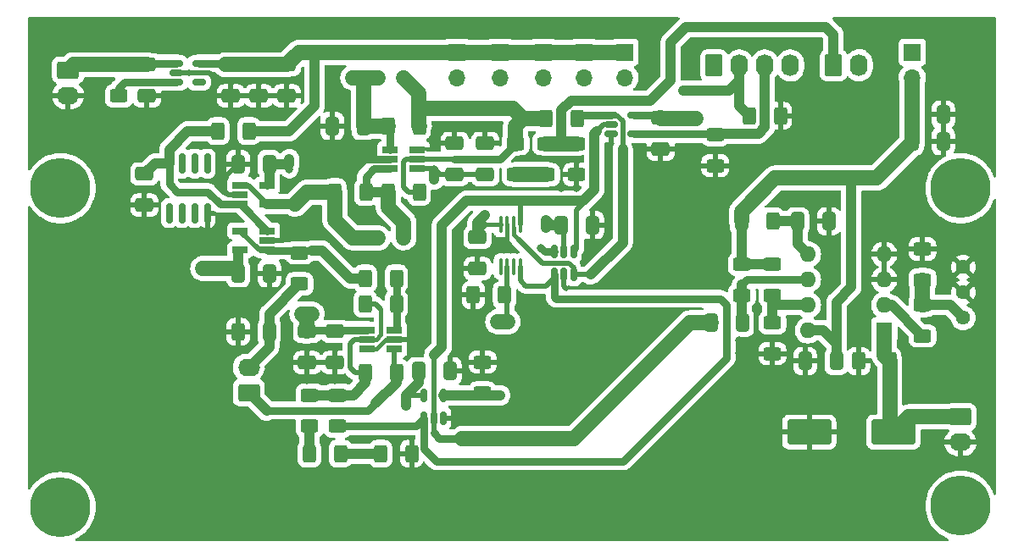
<source format=gtl>
G04 #@! TF.GenerationSoftware,KiCad,Pcbnew,(6.0.10)*
G04 #@! TF.CreationDate,2023-02-17T11:11:41-03:00*
G04 #@! TF.ProjectId,TimeInterval_FrontEnd,54696d65-496e-4746-9572-76616c5f4672,rev?*
G04 #@! TF.SameCoordinates,Original*
G04 #@! TF.FileFunction,Copper,L1,Top*
G04 #@! TF.FilePolarity,Positive*
%FSLAX46Y46*%
G04 Gerber Fmt 4.6, Leading zero omitted, Abs format (unit mm)*
G04 Created by KiCad (PCBNEW (6.0.10)) date 2023-02-17 11:11:41*
%MOMM*%
%LPD*%
G01*
G04 APERTURE LIST*
G04 Aperture macros list*
%AMRoundRect*
0 Rectangle with rounded corners*
0 $1 Rounding radius*
0 $2 $3 $4 $5 $6 $7 $8 $9 X,Y pos of 4 corners*
0 Add a 4 corners polygon primitive as box body*
4,1,4,$2,$3,$4,$5,$6,$7,$8,$9,$2,$3,0*
0 Add four circle primitives for the rounded corners*
1,1,$1+$1,$2,$3*
1,1,$1+$1,$4,$5*
1,1,$1+$1,$6,$7*
1,1,$1+$1,$8,$9*
0 Add four rect primitives between the rounded corners*
20,1,$1+$1,$2,$3,$4,$5,0*
20,1,$1+$1,$4,$5,$6,$7,0*
20,1,$1+$1,$6,$7,$8,$9,0*
20,1,$1+$1,$8,$9,$2,$3,0*%
G04 Aperture macros list end*
G04 #@! TA.AperFunction,ComponentPad*
%ADD10C,6.000000*%
G04 #@! TD*
G04 #@! TA.AperFunction,SMDPad,CuDef*
%ADD11RoundRect,0.250000X-0.412500X-0.650000X0.412500X-0.650000X0.412500X0.650000X-0.412500X0.650000X0*%
G04 #@! TD*
G04 #@! TA.AperFunction,SMDPad,CuDef*
%ADD12RoundRect,0.250000X0.400000X0.625000X-0.400000X0.625000X-0.400000X-0.625000X0.400000X-0.625000X0*%
G04 #@! TD*
G04 #@! TA.AperFunction,SMDPad,CuDef*
%ADD13RoundRect,0.250000X-0.400000X-0.625000X0.400000X-0.625000X0.400000X0.625000X-0.400000X0.625000X0*%
G04 #@! TD*
G04 #@! TA.AperFunction,SMDPad,CuDef*
%ADD14RoundRect,0.250000X-0.625000X0.400000X-0.625000X-0.400000X0.625000X-0.400000X0.625000X0.400000X0*%
G04 #@! TD*
G04 #@! TA.AperFunction,SMDPad,CuDef*
%ADD15RoundRect,0.250000X0.625000X-0.400000X0.625000X0.400000X-0.625000X0.400000X-0.625000X-0.400000X0*%
G04 #@! TD*
G04 #@! TA.AperFunction,ComponentPad*
%ADD16O,2.190000X1.740000*%
G04 #@! TD*
G04 #@! TA.AperFunction,ComponentPad*
%ADD17RoundRect,0.250000X-0.845000X0.620000X-0.845000X-0.620000X0.845000X-0.620000X0.845000X0.620000X0*%
G04 #@! TD*
G04 #@! TA.AperFunction,SMDPad,CuDef*
%ADD18R,1.560000X0.650000*%
G04 #@! TD*
G04 #@! TA.AperFunction,SMDPad,CuDef*
%ADD19RoundRect,0.100000X-0.100000X0.712500X-0.100000X-0.712500X0.100000X-0.712500X0.100000X0.712500X0*%
G04 #@! TD*
G04 #@! TA.AperFunction,ComponentPad*
%ADD20C,1.440000*%
G04 #@! TD*
G04 #@! TA.AperFunction,ComponentPad*
%ADD21R,1.700000X1.700000*%
G04 #@! TD*
G04 #@! TA.AperFunction,ComponentPad*
%ADD22O,1.700000X1.700000*%
G04 #@! TD*
G04 #@! TA.AperFunction,ComponentPad*
%ADD23RoundRect,0.250000X-0.620000X-0.845000X0.620000X-0.845000X0.620000X0.845000X-0.620000X0.845000X0*%
G04 #@! TD*
G04 #@! TA.AperFunction,ComponentPad*
%ADD24O,1.740000X2.190000*%
G04 #@! TD*
G04 #@! TA.AperFunction,SMDPad,CuDef*
%ADD25RoundRect,0.150000X0.150000X-0.512500X0.150000X0.512500X-0.150000X0.512500X-0.150000X-0.512500X0*%
G04 #@! TD*
G04 #@! TA.AperFunction,SMDPad,CuDef*
%ADD26RoundRect,0.150000X-0.512500X-0.150000X0.512500X-0.150000X0.512500X0.150000X-0.512500X0.150000X0*%
G04 #@! TD*
G04 #@! TA.AperFunction,SMDPad,CuDef*
%ADD27RoundRect,0.250000X-0.650000X0.412500X-0.650000X-0.412500X0.650000X-0.412500X0.650000X0.412500X0*%
G04 #@! TD*
G04 #@! TA.AperFunction,SMDPad,CuDef*
%ADD28RoundRect,0.250000X0.412500X0.650000X-0.412500X0.650000X-0.412500X-0.650000X0.412500X-0.650000X0*%
G04 #@! TD*
G04 #@! TA.AperFunction,SMDPad,CuDef*
%ADD29RoundRect,0.250000X0.650000X-0.412500X0.650000X0.412500X-0.650000X0.412500X-0.650000X-0.412500X0*%
G04 #@! TD*
G04 #@! TA.AperFunction,ComponentPad*
%ADD30R,1.600000X1.600000*%
G04 #@! TD*
G04 #@! TA.AperFunction,ComponentPad*
%ADD31O,1.600000X1.600000*%
G04 #@! TD*
G04 #@! TA.AperFunction,ComponentPad*
%ADD32RoundRect,0.250000X0.845000X-0.620000X0.845000X0.620000X-0.845000X0.620000X-0.845000X-0.620000X0*%
G04 #@! TD*
G04 #@! TA.AperFunction,SMDPad,CuDef*
%ADD33RoundRect,0.250000X1.950000X1.000000X-1.950000X1.000000X-1.950000X-1.000000X1.950000X-1.000000X0*%
G04 #@! TD*
G04 #@! TA.AperFunction,SMDPad,CuDef*
%ADD34RoundRect,0.150000X0.150000X-0.825000X0.150000X0.825000X-0.150000X0.825000X-0.150000X-0.825000X0*%
G04 #@! TD*
G04 #@! TA.AperFunction,ViaPad*
%ADD35C,0.800000*%
G04 #@! TD*
G04 #@! TA.AperFunction,Conductor*
%ADD36C,1.500000*%
G04 #@! TD*
G04 #@! TA.AperFunction,Conductor*
%ADD37C,1.000000*%
G04 #@! TD*
G04 #@! TA.AperFunction,Conductor*
%ADD38C,0.500000*%
G04 #@! TD*
G04 #@! TA.AperFunction,Conductor*
%ADD39C,0.750000*%
G04 #@! TD*
G04 #@! TA.AperFunction,Conductor*
%ADD40C,0.400000*%
G04 #@! TD*
G04 APERTURE END LIST*
D10*
X184912000Y-77343000D03*
X94996000Y-77343000D03*
X184912000Y-109093000D03*
X94996000Y-109220000D03*
D11*
X180047500Y-69977000D03*
X183172500Y-69977000D03*
X180047500Y-72644000D03*
X183172500Y-72644000D03*
D12*
X139345000Y-88011000D03*
X136245000Y-88011000D03*
D13*
X163804000Y-70104000D03*
X166904000Y-70104000D03*
D14*
X160401000Y-71983000D03*
X160401000Y-75083000D03*
D15*
X137160000Y-97816000D03*
X137160000Y-94716000D03*
D16*
X95758000Y-68072000D03*
D17*
X95758000Y-65532000D03*
D18*
X128350000Y-93406000D03*
X128350000Y-92456000D03*
X128350000Y-91506000D03*
X125650000Y-91506000D03*
X125650000Y-92456000D03*
X125650000Y-93406000D03*
D19*
X140929000Y-80945500D03*
X140279000Y-80945500D03*
X139629000Y-80945500D03*
X138979000Y-80945500D03*
X138979000Y-85170500D03*
X139629000Y-85170500D03*
X140279000Y-85170500D03*
X140929000Y-85170500D03*
D13*
X163033000Y-80645000D03*
X166133000Y-80645000D03*
D11*
X112737500Y-74930000D03*
X115862500Y-74930000D03*
D20*
X185157000Y-90307000D03*
X185157000Y-87767000D03*
X185157000Y-85227000D03*
D21*
X138938000Y-63749000D03*
D22*
X138938000Y-66289000D03*
D12*
X130836000Y-71120000D03*
X127736000Y-71120000D03*
D14*
X146558000Y-72872000D03*
X146558000Y-75972000D03*
D23*
X172212000Y-65044000D03*
D24*
X174752000Y-65044000D03*
D15*
X143510000Y-75972000D03*
X143510000Y-72872000D03*
D13*
X119862000Y-103886000D03*
X122962000Y-103886000D03*
D25*
X131318000Y-100319000D03*
X132268000Y-100319000D03*
X133218000Y-100319000D03*
X133218000Y-98044000D03*
X131318000Y-98044000D03*
D26*
X149992500Y-70030000D03*
X149992500Y-70980000D03*
X149992500Y-71930000D03*
X152267500Y-71930000D03*
X152267500Y-70030000D03*
D18*
X127936000Y-73472000D03*
X127936000Y-74422000D03*
X127936000Y-75372000D03*
X130636000Y-75372000D03*
X130636000Y-74422000D03*
X130636000Y-73472000D03*
D27*
X154940000Y-70319500D03*
X154940000Y-73444500D03*
D21*
X151384000Y-63749000D03*
D22*
X151384000Y-66289000D03*
D12*
X146584000Y-70358000D03*
X143484000Y-70358000D03*
D15*
X118872000Y-86894000D03*
X118872000Y-83794000D03*
D27*
X136652000Y-82257500D03*
X136652000Y-85382500D03*
D20*
X129286000Y-66294000D03*
X126746000Y-66294000D03*
X124206000Y-66294000D03*
D13*
X112750000Y-91694000D03*
X115850000Y-91694000D03*
D28*
X115862500Y-85852000D03*
X112737500Y-85852000D03*
D15*
X163059000Y-88037000D03*
X163059000Y-84937000D03*
D29*
X117602000Y-68110500D03*
X117602000Y-64985500D03*
D30*
X177273000Y-91557000D03*
D31*
X177273000Y-89017000D03*
X177273000Y-86477000D03*
X177273000Y-83937000D03*
X169653000Y-83937000D03*
X169653000Y-86477000D03*
X169653000Y-89017000D03*
X169653000Y-91557000D03*
D15*
X181093000Y-92101000D03*
X181093000Y-89001000D03*
D32*
X113812000Y-97790000D03*
D16*
X113812000Y-95250000D03*
D29*
X134366000Y-75984500D03*
X134366000Y-72859500D03*
D15*
X119888000Y-101118000D03*
X119888000Y-98018000D03*
D25*
X144338000Y-85973500D03*
X145288000Y-85973500D03*
X146238000Y-85973500D03*
X146238000Y-83698500D03*
X145288000Y-83698500D03*
X144338000Y-83698500D03*
D11*
X159972500Y-90805000D03*
X163097500Y-90805000D03*
D21*
X147320000Y-63749000D03*
D22*
X147320000Y-66289000D03*
D15*
X140462000Y-75972000D03*
X140462000Y-72872000D03*
D14*
X166107000Y-84937000D03*
X166107000Y-88037000D03*
X166107000Y-90779000D03*
X166107000Y-93879000D03*
D12*
X125502000Y-77724000D03*
X122402000Y-77724000D03*
X130836000Y-77724000D03*
X127736000Y-77724000D03*
D27*
X119634000Y-91655500D03*
X119634000Y-94780500D03*
D13*
X125450000Y-88900000D03*
X128550000Y-88900000D03*
D18*
X112950000Y-77028000D03*
X112950000Y-77978000D03*
X112950000Y-78928000D03*
X115650000Y-78928000D03*
X115650000Y-77028000D03*
D29*
X103378000Y-79032500D03*
X103378000Y-75907500D03*
X137414000Y-75984500D03*
X137414000Y-72859500D03*
D14*
X100838000Y-64998000D03*
X100838000Y-68098000D03*
D28*
X172495500Y-94615000D03*
X169370500Y-94615000D03*
D27*
X122428000Y-91655500D03*
X122428000Y-94780500D03*
D11*
X144995500Y-81026000D03*
X148120500Y-81026000D03*
D21*
X134620000Y-63749000D03*
D22*
X134620000Y-66289000D03*
D12*
X128550000Y-86360000D03*
X125450000Y-86360000D03*
D22*
X180086000Y-66289000D03*
D21*
X180086000Y-63749000D03*
D29*
X112014000Y-68110500D03*
X112014000Y-64985500D03*
D15*
X181093000Y-86513000D03*
X181093000Y-83413000D03*
D26*
X106558500Y-64836000D03*
X106558500Y-65786000D03*
X106558500Y-66736000D03*
X108833500Y-66736000D03*
X108833500Y-64836000D03*
D15*
X122682000Y-101118000D03*
X122682000Y-98018000D03*
D20*
X129286000Y-82296000D03*
X126746000Y-82296000D03*
X124206000Y-82296000D03*
D21*
X143256000Y-63744000D03*
D22*
X143256000Y-66284000D03*
D12*
X113818000Y-71628000D03*
X110718000Y-71628000D03*
D33*
X178181000Y-101727000D03*
X169781000Y-101727000D03*
D34*
X105856000Y-79818000D03*
X107126000Y-79818000D03*
X108396000Y-79818000D03*
X109666000Y-79818000D03*
X109666000Y-74868000D03*
X108396000Y-74868000D03*
X107126000Y-74868000D03*
X105856000Y-74868000D03*
D13*
X126974000Y-103886000D03*
X130074000Y-103886000D03*
D11*
X168608500Y-80645000D03*
X171733500Y-80645000D03*
X130771500Y-95625500D03*
X133896500Y-95625500D03*
D17*
X184883000Y-100203000D03*
D16*
X184883000Y-102743000D03*
D29*
X103632000Y-68110500D03*
X103632000Y-64985500D03*
D13*
X174717000Y-94615000D03*
X177817000Y-94615000D03*
D11*
X122135500Y-71120000D03*
X125260500Y-71120000D03*
D29*
X114808000Y-68110500D03*
X114808000Y-64985500D03*
D13*
X125450000Y-95758000D03*
X128550000Y-95758000D03*
D23*
X160274000Y-65064000D03*
D24*
X162814000Y-65064000D03*
X165354000Y-65064000D03*
X167894000Y-65064000D03*
D18*
X115650000Y-83500000D03*
X115650000Y-82550000D03*
X115650000Y-81600000D03*
X112950000Y-81600000D03*
X112950000Y-83500000D03*
D35*
X150622000Y-106045000D03*
X149352000Y-106045000D03*
X148082000Y-106045000D03*
X146812000Y-106045000D03*
X145542000Y-106045000D03*
X144272000Y-106045000D03*
X143002000Y-106045000D03*
X141732000Y-106045000D03*
X140462000Y-106045000D03*
X139192000Y-106045000D03*
X137922000Y-106045000D03*
X136652000Y-106045000D03*
X135382000Y-106045000D03*
X134112000Y-106045000D03*
X132842000Y-106045000D03*
X162687000Y-94996000D03*
X152527000Y-105410000D03*
X153416000Y-104521000D03*
X154305000Y-103632000D03*
X155194000Y-102743000D03*
X155956000Y-101854000D03*
X156718000Y-101092000D03*
X157480000Y-100330000D03*
X158242000Y-99568000D03*
X159004000Y-98806000D03*
X159766000Y-98044000D03*
X160528000Y-97282000D03*
X161290000Y-96520000D03*
X162052000Y-95758000D03*
X162814000Y-93853000D03*
X162814000Y-92583000D03*
X159893000Y-86614000D03*
X161036000Y-85979000D03*
X167513000Y-78613000D03*
X168783000Y-78613000D03*
X132334000Y-76454000D03*
X117856000Y-75438000D03*
X132334000Y-75438000D03*
X117856000Y-74422000D03*
X119126000Y-89916000D03*
X120142000Y-89916000D03*
X110236000Y-85344000D03*
X109220000Y-85344000D03*
X136652000Y-80772000D03*
X137414000Y-80010000D03*
X122428000Y-96567278D03*
X149733000Y-73406000D03*
X185547000Y-63373000D03*
X132588000Y-71628000D03*
X132588000Y-72644000D03*
X149733000Y-74422000D03*
X145034000Y-77343000D03*
X119634000Y-96520000D03*
X139192000Y-83058000D03*
X149606000Y-79248000D03*
X110363000Y-66294000D03*
X146558000Y-77343000D03*
X185547000Y-65278000D03*
X117856000Y-81915000D03*
X185547000Y-64389000D03*
X185547000Y-66167000D03*
X171695000Y-78613000D03*
X121920000Y-73152000D03*
X115570000Y-87884000D03*
X122936000Y-73152000D03*
X158496000Y-70358000D03*
X129540000Y-99060000D03*
X157480000Y-70319500D03*
X129540000Y-98044000D03*
X143510000Y-80518000D03*
X143510000Y-81280000D03*
X124968000Y-103886000D03*
X138938000Y-98044000D03*
X138684000Y-90678000D03*
X139700000Y-90678000D03*
X157226000Y-67564000D03*
X143002000Y-83312000D03*
D36*
X130810000Y-67818000D02*
X130810000Y-69342000D01*
D37*
X132334000Y-76454000D02*
X132334000Y-75622000D01*
D38*
X134366000Y-74422000D02*
X130636000Y-74422000D01*
D39*
X138912000Y-74422000D02*
X140462000Y-72872000D01*
X134366000Y-74422000D02*
X138912000Y-74422000D01*
D36*
X119883000Y-63749000D02*
X134620000Y-63749000D01*
D37*
X162814000Y-69114000D02*
X163804000Y-70104000D01*
X162814000Y-65064000D02*
X162814000Y-69114000D01*
X161798000Y-67564000D02*
X162814000Y-66548000D01*
X157226000Y-67564000D02*
X161798000Y-67564000D01*
X165354000Y-71247000D02*
X165354000Y-65064000D01*
X164719000Y-71882000D02*
X165354000Y-71247000D01*
X161036000Y-71882000D02*
X164719000Y-71882000D01*
D38*
X139629000Y-90607000D02*
X139700000Y-90678000D01*
X139629000Y-85170500D02*
X139629000Y-90607000D01*
D36*
X157861000Y-90805000D02*
X159972500Y-90805000D01*
X146304000Y-102362000D02*
X157861000Y-90805000D01*
X135128000Y-102362000D02*
X146304000Y-102362000D01*
D39*
X161535000Y-89027000D02*
X161535000Y-94320832D01*
X161535000Y-94320832D02*
X161544000Y-94329832D01*
X144526000Y-88392000D02*
X160900000Y-88392000D01*
X144338000Y-85973500D02*
X144338000Y-88204000D01*
X160900000Y-88392000D02*
X161535000Y-89027000D01*
X144338000Y-88204000D02*
X144526000Y-88392000D01*
D36*
X176521000Y-76327000D02*
X173981000Y-76327000D01*
X180086000Y-72762000D02*
X176521000Y-76327000D01*
X180086000Y-66289000D02*
X180086000Y-72762000D01*
D37*
X120396000Y-64262000D02*
X119883000Y-63749000D01*
D36*
X111506000Y-64985500D02*
X117602000Y-64985500D01*
D37*
X120396000Y-69088000D02*
X120396000Y-64262000D01*
D36*
X117602000Y-64985500D02*
X118838500Y-63749000D01*
D37*
X113818000Y-71628000D02*
X117856000Y-71628000D01*
X117856000Y-71628000D02*
X120396000Y-69088000D01*
D39*
X111356500Y-64836000D02*
X111506000Y-64985500D01*
D36*
X118838500Y-63749000D02*
X119883000Y-63749000D01*
X134620000Y-63749000D02*
X151384000Y-63749000D01*
D39*
X108833500Y-64836000D02*
X111356500Y-64836000D01*
D37*
X105856000Y-74868000D02*
X105856000Y-73468000D01*
X104417500Y-74868000D02*
X103378000Y-75907500D01*
D39*
X112950000Y-78928000D02*
X112978000Y-78928000D01*
X110932000Y-78928000D02*
X112950000Y-78928000D01*
X112978000Y-78928000D02*
X115650000Y-81600000D01*
D37*
X105856000Y-73468000D02*
X107696000Y-71628000D01*
X105856000Y-74868000D02*
X104417500Y-74868000D01*
D39*
X105856000Y-74868000D02*
X105856000Y-76900000D01*
X106680000Y-77724000D02*
X109728000Y-77724000D01*
D37*
X107696000Y-71628000D02*
X110718000Y-71628000D01*
D39*
X105856000Y-76900000D02*
X106680000Y-77724000D01*
X109728000Y-77724000D02*
X110932000Y-78928000D01*
D37*
X115862500Y-76161500D02*
X115862500Y-76815500D01*
D38*
X130636000Y-75372000D02*
X132268000Y-75372000D01*
D37*
X115862500Y-74930000D02*
X115862500Y-76161500D01*
D38*
X132268000Y-75372000D02*
X132880500Y-75984500D01*
D37*
X115862500Y-74930000D02*
X117856000Y-74930000D01*
D38*
X132880500Y-75984500D02*
X137414000Y-75984500D01*
D39*
X115862500Y-76815500D02*
X115650000Y-77028000D01*
D37*
X117856000Y-74930000D02*
X117856000Y-74422000D01*
D39*
X119783500Y-91506000D02*
X119634000Y-91655500D01*
X112737500Y-83712500D02*
X112950000Y-83500000D01*
D37*
X112737500Y-85852000D02*
X112737500Y-84620500D01*
D36*
X109220000Y-85344000D02*
X112229500Y-85344000D01*
X119634000Y-91655500D02*
X119634000Y-90424000D01*
X119634000Y-90424000D02*
X119126000Y-89916000D01*
X119126000Y-89916000D02*
X120142000Y-89916000D01*
D39*
X125650000Y-91506000D02*
X121092000Y-91506000D01*
D37*
X112737500Y-84620500D02*
X112737500Y-83712500D01*
D39*
X120076000Y-91506000D02*
X119783500Y-91506000D01*
D37*
X112229500Y-85344000D02*
X112737500Y-85852000D01*
D39*
X121092000Y-91506000D02*
X120076000Y-91506000D01*
D38*
X136652000Y-81788000D02*
X136652000Y-82257500D01*
X137494500Y-80945500D02*
X136652000Y-81788000D01*
D37*
X136652000Y-82257500D02*
X136652000Y-80772000D01*
X136652000Y-80772000D02*
X137414000Y-80010000D01*
D40*
X138979000Y-80945500D02*
X137494500Y-80945500D01*
D38*
X117221000Y-82550000D02*
X117856000Y-81915000D01*
X112950000Y-77978000D02*
X111760000Y-77978000D01*
D40*
X139629000Y-82621000D02*
X139629000Y-80945500D01*
D39*
X127936000Y-74422000D02*
X124206000Y-74422000D01*
D40*
X126565000Y-93406000D02*
X126177000Y-93406000D01*
D38*
X128350000Y-92456000D02*
X129794000Y-92456000D01*
X115650000Y-82550000D02*
X117221000Y-82550000D01*
X111252000Y-77470000D02*
X111252000Y-76415500D01*
X111252000Y-76415500D02*
X112737500Y-74930000D01*
X145288000Y-85973500D02*
X145288000Y-87122000D01*
X145288000Y-87122000D02*
X145542000Y-87376000D01*
D40*
X128350000Y-92456000D02*
X127515000Y-92456000D01*
D38*
X139192000Y-83058000D02*
X139629000Y-82621000D01*
X106558500Y-65786000D02*
X109855000Y-65786000D01*
X111760000Y-77978000D02*
X111252000Y-77470000D01*
D40*
X127515000Y-92456000D02*
X126565000Y-93406000D01*
D39*
X124206000Y-74422000D02*
X122936000Y-73152000D01*
D38*
X109855000Y-65786000D02*
X110363000Y-66294000D01*
D37*
X130810000Y-96774000D02*
X130810000Y-95664000D01*
D39*
X152267500Y-70030000D02*
X154650500Y-70030000D01*
X154940000Y-70319500D02*
X154940000Y-70065500D01*
X154650500Y-70030000D02*
X154940000Y-70319500D01*
D36*
X158496000Y-70358000D02*
X154978500Y-70358000D01*
X154978500Y-70358000D02*
X154940000Y-70319500D01*
D38*
X131318000Y-98044000D02*
X129540000Y-98044000D01*
D37*
X129540000Y-98044000D02*
X130810000Y-96774000D01*
X129540000Y-98044000D02*
X129540000Y-99060000D01*
X143510000Y-80518000D02*
X143510000Y-81280000D01*
X144018000Y-81026000D02*
X143510000Y-80518000D01*
D38*
X145288000Y-81572500D02*
X145288000Y-83698500D01*
D37*
X144995500Y-81026000D02*
X144018000Y-81026000D01*
D38*
X144741500Y-81026000D02*
X144887750Y-81172250D01*
X144887750Y-81172250D02*
X145288000Y-81572500D01*
D37*
X148336000Y-77470000D02*
X147574000Y-78232000D01*
D38*
X132268000Y-94046000D02*
X132334000Y-93980000D01*
D37*
X148336000Y-71882000D02*
X148336000Y-77470000D01*
D38*
X140929000Y-78527000D02*
X140929000Y-80945500D01*
D39*
X135128000Y-102362000D02*
X132842000Y-102362000D01*
D37*
X148590000Y-71628000D02*
X148336000Y-71882000D01*
D38*
X146558000Y-83378500D02*
X146558000Y-79502000D01*
D37*
X133096000Y-93218000D02*
X132334000Y-93980000D01*
D38*
X146558000Y-79502000D02*
X147236000Y-78824000D01*
D37*
X147574000Y-78232000D02*
X147236000Y-78570000D01*
X147236000Y-78570000D02*
X135552000Y-78570000D01*
D38*
X149238000Y-70980000D02*
X148590000Y-71628000D01*
X149992500Y-70980000D02*
X149238000Y-70980000D01*
X146238000Y-83698500D02*
X146558000Y-83378500D01*
X132268000Y-100319000D02*
X132268000Y-94046000D01*
D37*
X133096000Y-81026000D02*
X133096000Y-93218000D01*
X135552000Y-78570000D02*
X133096000Y-81026000D01*
D39*
X132842000Y-102362000D02*
X132268000Y-101788000D01*
D38*
X132268000Y-101788000D02*
X132268000Y-100319000D01*
D37*
X163059000Y-88037000D02*
X163059000Y-90766500D01*
D39*
X163059000Y-86995000D02*
X163577000Y-86477000D01*
X163577000Y-86477000D02*
X169653000Y-86477000D01*
D37*
X163059000Y-90766500D02*
X163097500Y-90805000D01*
X163059000Y-88037000D02*
X163059000Y-86995000D01*
D36*
X166361000Y-76327000D02*
X173981000Y-76327000D01*
D37*
X171177000Y-91557000D02*
X169653000Y-91557000D01*
X173981000Y-87249000D02*
X173981000Y-76327000D01*
X172495500Y-92875500D02*
X171177000Y-91557000D01*
X163059000Y-82931000D02*
X163059000Y-81915000D01*
X172495500Y-94615000D02*
X172495500Y-92875500D01*
X172495500Y-94615000D02*
X172495500Y-88734500D01*
X172495500Y-88734500D02*
X173981000Y-87249000D01*
X163059000Y-84937000D02*
X166107000Y-84937000D01*
X163059000Y-81915000D02*
X163059000Y-80671000D01*
D36*
X163033000Y-79655000D02*
X166361000Y-76327000D01*
X163033000Y-80645000D02*
X163033000Y-79655000D01*
D37*
X163059000Y-84937000D02*
X163059000Y-82931000D01*
X166133000Y-80645000D02*
X168608500Y-80645000D01*
X168608500Y-80645000D02*
X168608500Y-82892500D01*
X168608500Y-82892500D02*
X169653000Y-83937000D01*
D36*
X177273000Y-94071000D02*
X177817000Y-94615000D01*
X179705000Y-100203000D02*
X184883000Y-100203000D01*
X177273000Y-91557000D02*
X177273000Y-94071000D01*
X178181000Y-101727000D02*
X179705000Y-100203000D01*
X177817000Y-94615000D02*
X177817000Y-101363000D01*
X177817000Y-101363000D02*
X178181000Y-101727000D01*
X125476000Y-66294000D02*
X126746000Y-66294000D01*
X125476000Y-66294000D02*
X124206000Y-66294000D01*
X125222000Y-66548000D02*
X125476000Y-66294000D01*
X125260500Y-71120000D02*
X125260500Y-66586500D01*
X125260500Y-71120000D02*
X127736000Y-71120000D01*
D39*
X127936000Y-73472000D02*
X127936000Y-71320000D01*
X127936000Y-71320000D02*
X127736000Y-71120000D01*
D36*
X125260500Y-66586500D02*
X125222000Y-66548000D01*
D37*
X155956000Y-62738000D02*
X157480000Y-61214000D01*
X171450000Y-61214000D02*
X172212000Y-61976000D01*
X172212000Y-61976000D02*
X172212000Y-65044000D01*
X153924000Y-68580000D02*
X155956000Y-66548000D01*
D36*
X143510000Y-72872000D02*
X146558000Y-72872000D01*
D37*
X157480000Y-61214000D02*
X171450000Y-61214000D01*
X145034000Y-72898000D02*
X145034000Y-69539497D01*
X145993497Y-68580000D02*
X153924000Y-68580000D01*
X155956000Y-66548000D02*
X155956000Y-62738000D01*
X145034000Y-69539497D02*
X145993497Y-68580000D01*
X122962000Y-103886000D02*
X124968000Y-103886000D01*
X124968000Y-103886000D02*
X126974000Y-103886000D01*
X125502000Y-77724000D02*
X127736000Y-77724000D01*
D39*
X126304000Y-75372000D02*
X125502000Y-76174000D01*
X125502000Y-76174000D02*
X125502000Y-77724000D01*
D36*
X129286000Y-80772000D02*
X127736000Y-79222000D01*
X127736000Y-79222000D02*
X127736000Y-77724000D01*
X129286000Y-82296000D02*
X129286000Y-80772000D01*
D39*
X127936000Y-75372000D02*
X126304000Y-75372000D01*
D36*
X124206000Y-82296000D02*
X126746000Y-82296000D01*
D38*
X113750000Y-77028000D02*
X115650000Y-78928000D01*
D36*
X118430000Y-78928000D02*
X119634000Y-77724000D01*
D38*
X112950000Y-77028000D02*
X113750000Y-77028000D01*
D36*
X119634000Y-77724000D02*
X122402000Y-77724000D01*
X122402000Y-77724000D02*
X122402000Y-80492000D01*
D37*
X115650000Y-78928000D02*
X118430000Y-78928000D01*
D36*
X122402000Y-80492000D02*
X124206000Y-82296000D01*
D39*
X128550000Y-91306000D02*
X128524000Y-91332000D01*
X128550000Y-88900000D02*
X128550000Y-86360000D01*
X128550000Y-88900000D02*
X128550000Y-91306000D01*
D38*
X115650000Y-83500000D02*
X114850000Y-83500000D01*
D37*
X120134000Y-83566000D02*
X120125000Y-83575000D01*
X123952000Y-86360000D02*
X121158000Y-83566000D01*
X125450000Y-86360000D02*
X123952000Y-86360000D01*
X121158000Y-83566000D02*
X120134000Y-83566000D01*
D39*
X120125000Y-83575000D02*
X115725000Y-83575000D01*
D38*
X114850000Y-83500000D02*
X112950000Y-81600000D01*
D36*
X130810000Y-69342000D02*
X130810000Y-71094000D01*
X140462000Y-72872000D02*
X140462000Y-71120000D01*
D38*
X129540000Y-74422000D02*
X129286000Y-74676000D01*
X129286000Y-77216000D02*
X129794000Y-77724000D01*
D36*
X129286000Y-66294000D02*
X130810000Y-67818000D01*
X141224000Y-70358000D02*
X140208000Y-69342000D01*
D38*
X129794000Y-77724000D02*
X130836000Y-77724000D01*
D36*
X141224000Y-70358000D02*
X143230000Y-70358000D01*
D38*
X129286000Y-74676000D02*
X129286000Y-77216000D01*
D36*
X140208000Y-69342000D02*
X130810000Y-69342000D01*
D38*
X130636000Y-74422000D02*
X129540000Y-74422000D01*
D36*
X140462000Y-71120000D02*
X141224000Y-70358000D01*
X130810000Y-71094000D02*
X130836000Y-71120000D01*
D38*
X125650000Y-92456000D02*
X124370000Y-92456000D01*
D40*
X126546472Y-92456000D02*
X127000000Y-92002472D01*
D37*
X122682000Y-98018000D02*
X124232000Y-98018000D01*
D38*
X124370000Y-92456000D02*
X123952000Y-92874000D01*
D37*
X124232000Y-98018000D02*
X125450000Y-96800000D01*
X125450000Y-96800000D02*
X125450000Y-95758000D01*
D38*
X123952000Y-95250000D02*
X124460000Y-95758000D01*
X127000000Y-89408000D02*
X126492000Y-88900000D01*
X126492000Y-88900000D02*
X125450000Y-88900000D01*
D40*
X125650000Y-92456000D02*
X126546472Y-92456000D01*
D38*
X123952000Y-92874000D02*
X123952000Y-95250000D01*
D40*
X127000000Y-92002472D02*
X127000000Y-89408000D01*
D37*
X119888000Y-98018000D02*
X122682000Y-98018000D01*
D38*
X124460000Y-95758000D02*
X125450000Y-95758000D01*
D37*
X128550000Y-96748000D02*
X128550000Y-95758000D01*
D38*
X128350000Y-93406000D02*
X128350000Y-95558000D01*
D37*
X115590000Y-99568000D02*
X113812000Y-97790000D01*
D39*
X125730000Y-99568000D02*
X115590000Y-99568000D01*
D37*
X126492000Y-98806000D02*
X128550000Y-96748000D01*
D38*
X128350000Y-95558000D02*
X128550000Y-95758000D01*
D39*
X126492000Y-98806000D02*
X125730000Y-99568000D01*
X132588000Y-104648000D02*
X151225832Y-104648000D01*
X130519000Y-101118000D02*
X131318000Y-100319000D01*
X131318000Y-100319000D02*
X131318000Y-103378000D01*
X151225832Y-104648000D02*
X161544000Y-94329832D01*
X131318000Y-103378000D02*
X132588000Y-104648000D01*
D38*
X144338000Y-85973500D02*
X144338000Y-86294000D01*
X143510000Y-87122000D02*
X141478000Y-87122000D01*
X141478000Y-87122000D02*
X140929000Y-86573000D01*
D39*
X122682000Y-101118000D02*
X130519000Y-101118000D01*
D38*
X140929000Y-86573000D02*
X140929000Y-85170500D01*
X144338000Y-86294000D02*
X143510000Y-87122000D01*
D37*
X119862000Y-103886000D02*
X119862000Y-101144000D01*
X119862000Y-101144000D02*
X119888000Y-101118000D01*
D38*
X140716000Y-82423000D02*
X143129000Y-84836000D01*
X150553528Y-70030000D02*
X149992500Y-70030000D01*
D40*
X140279000Y-81986000D02*
X140279000Y-81280000D01*
D38*
X146238000Y-85278000D02*
X146238000Y-85973500D01*
X143129000Y-84836000D02*
X145796000Y-84836000D01*
D37*
X151155000Y-82779000D02*
X151155000Y-73431000D01*
D39*
X149992500Y-70030000D02*
X146658000Y-70030000D01*
D40*
X140716000Y-82423000D02*
X140279000Y-81986000D01*
D38*
X151155000Y-73381000D02*
X151130000Y-73406000D01*
D39*
X146658000Y-70030000D02*
X146584000Y-70104000D01*
D38*
X151155000Y-70631472D02*
X150553528Y-70030000D01*
X145796000Y-84836000D02*
X146238000Y-85278000D01*
X151155000Y-70631472D02*
X151155000Y-73381000D01*
D37*
X147960500Y-85973500D02*
X151155000Y-82779000D01*
D38*
X146238000Y-85973500D02*
X147960500Y-85973500D01*
D36*
X140462000Y-75972000D02*
X143510000Y-75972000D01*
X181093000Y-89001000D02*
X181093000Y-86513000D01*
D37*
X183877000Y-89027000D02*
X181119000Y-89027000D01*
D36*
X181119000Y-89027000D02*
X181093000Y-89001000D01*
D37*
X185157000Y-90307000D02*
X183877000Y-89027000D01*
X166107000Y-88037000D02*
X166107000Y-88773000D01*
X166107000Y-88773000D02*
X166107000Y-90779000D01*
X166351000Y-89017000D02*
X166107000Y-88773000D01*
X169653000Y-89017000D02*
X166351000Y-89017000D01*
X178009000Y-89017000D02*
X181093000Y-92101000D01*
X177273000Y-89017000D02*
X178009000Y-89017000D01*
D39*
X152267500Y-71930000D02*
X160988000Y-71930000D01*
D37*
X133218000Y-98044000D02*
X138938000Y-98044000D01*
D36*
X139700000Y-90678000D02*
X138684000Y-90678000D01*
D39*
X144338000Y-83698500D02*
X143388500Y-83698500D01*
D37*
X162814000Y-66548000D02*
X162814000Y-65064000D01*
D39*
X143388500Y-83698500D02*
X143002000Y-83312000D01*
D37*
X115850000Y-89916000D02*
X118872000Y-86894000D01*
X115850000Y-91694000D02*
X115850000Y-89916000D01*
X115850000Y-91694000D02*
X115850000Y-93212000D01*
X115850000Y-93212000D02*
X113812000Y-95250000D01*
D39*
X106558500Y-64836000D02*
X103781500Y-64836000D01*
D36*
X103632000Y-64985500D02*
X96304500Y-64985500D01*
X96304500Y-64985500D02*
X95758000Y-65532000D01*
D39*
X101412000Y-66736000D02*
X106558500Y-66736000D01*
X100838000Y-68098000D02*
X100838000Y-67310000D01*
X100838000Y-67310000D02*
X101412000Y-66736000D01*
G04 #@! TA.AperFunction,Conductor*
G36*
X156796279Y-60256502D02*
G01*
X156842772Y-60310158D01*
X156852876Y-60380432D01*
X156823382Y-60445012D01*
X156812143Y-60456428D01*
X156809775Y-60458545D01*
X156807027Y-60460739D01*
X156804538Y-60463228D01*
X156803811Y-60463878D01*
X156799463Y-60467592D01*
X156780588Y-60482987D01*
X156765938Y-60494935D01*
X156762015Y-60499677D01*
X156762013Y-60499679D01*
X156736703Y-60530273D01*
X156728713Y-60539053D01*
X155286621Y-61981145D01*
X155276478Y-61990247D01*
X155246975Y-62013968D01*
X155243008Y-62018696D01*
X155214709Y-62052421D01*
X155211528Y-62056069D01*
X155209885Y-62057881D01*
X155207691Y-62060075D01*
X155180358Y-62093349D01*
X155179696Y-62094147D01*
X155119846Y-62165474D01*
X155117278Y-62170144D01*
X155113897Y-62174261D01*
X155088032Y-62222500D01*
X155070023Y-62256086D01*
X155069394Y-62257245D01*
X155027538Y-62333381D01*
X155027535Y-62333389D01*
X155024567Y-62338787D01*
X155022955Y-62343869D01*
X155020438Y-62348563D01*
X154993238Y-62437531D01*
X154992918Y-62438559D01*
X154964765Y-62527306D01*
X154964171Y-62532602D01*
X154962613Y-62537698D01*
X154956115Y-62601672D01*
X154953218Y-62630187D01*
X154953089Y-62631393D01*
X154947500Y-62681227D01*
X154947500Y-62684754D01*
X154947445Y-62685739D01*
X154946998Y-62691419D01*
X154942626Y-62734462D01*
X154943206Y-62740593D01*
X154946941Y-62780109D01*
X154947500Y-62791967D01*
X154947500Y-66078075D01*
X154927498Y-66146196D01*
X154910595Y-66167170D01*
X153543171Y-67534595D01*
X153480859Y-67568620D01*
X153454076Y-67571500D01*
X152319156Y-67571500D01*
X152251035Y-67551498D01*
X152204542Y-67497842D01*
X152194438Y-67427568D01*
X152223932Y-67362988D01*
X152245987Y-67342922D01*
X152259654Y-67333173D01*
X152263860Y-67330173D01*
X152290662Y-67303465D01*
X152369705Y-67224697D01*
X152422096Y-67172489D01*
X152436057Y-67153061D01*
X152549435Y-66995277D01*
X152552453Y-66991077D01*
X152568744Y-66958116D01*
X152649136Y-66795453D01*
X152649137Y-66795451D01*
X152651430Y-66790811D01*
X152700142Y-66630483D01*
X152714865Y-66582023D01*
X152714865Y-66582021D01*
X152716370Y-66577069D01*
X152745529Y-66355590D01*
X152746855Y-66301308D01*
X152747074Y-66292365D01*
X152747074Y-66292361D01*
X152747156Y-66289000D01*
X152728852Y-66066361D01*
X152674431Y-65849702D01*
X152585354Y-65644840D01*
X152521426Y-65546022D01*
X152466822Y-65461617D01*
X152466820Y-65461614D01*
X152464014Y-65457277D01*
X152460532Y-65453450D01*
X152316798Y-65295488D01*
X152285746Y-65231642D01*
X152294141Y-65161143D01*
X152339317Y-65106375D01*
X152365761Y-65092706D01*
X152472297Y-65052767D01*
X152480705Y-65049615D01*
X152597261Y-64962261D01*
X152684615Y-64845705D01*
X152735745Y-64709316D01*
X152742500Y-64647134D01*
X152742500Y-62850866D01*
X152735745Y-62788684D01*
X152684615Y-62652295D01*
X152597261Y-62535739D01*
X152480705Y-62448385D01*
X152344316Y-62397255D01*
X152282134Y-62390500D01*
X150485866Y-62390500D01*
X150423684Y-62397255D01*
X150287295Y-62448385D01*
X150264689Y-62465327D01*
X150198185Y-62490174D01*
X150189126Y-62490500D01*
X148514874Y-62490500D01*
X148446753Y-62470498D01*
X148439327Y-62465339D01*
X148416705Y-62448385D01*
X148280316Y-62397255D01*
X148218134Y-62390500D01*
X146421866Y-62390500D01*
X146359684Y-62397255D01*
X146223295Y-62448385D01*
X146200689Y-62465327D01*
X146134185Y-62490174D01*
X146125126Y-62490500D01*
X144457546Y-62490500D01*
X144389425Y-62470498D01*
X144381981Y-62465326D01*
X144359892Y-62448771D01*
X144359890Y-62448770D01*
X144352705Y-62443385D01*
X144216316Y-62392255D01*
X144154134Y-62385500D01*
X142357866Y-62385500D01*
X142295684Y-62392255D01*
X142159295Y-62443385D01*
X142152110Y-62448770D01*
X142152108Y-62448771D01*
X142130019Y-62465326D01*
X142063512Y-62490174D01*
X142054454Y-62490500D01*
X140132874Y-62490500D01*
X140064753Y-62470498D01*
X140057327Y-62465339D01*
X140034705Y-62448385D01*
X139898316Y-62397255D01*
X139836134Y-62390500D01*
X138039866Y-62390500D01*
X137977684Y-62397255D01*
X137841295Y-62448385D01*
X137818689Y-62465327D01*
X137752185Y-62490174D01*
X137743126Y-62490500D01*
X135814874Y-62490500D01*
X135746753Y-62470498D01*
X135739327Y-62465339D01*
X135716705Y-62448385D01*
X135580316Y-62397255D01*
X135518134Y-62390500D01*
X133721866Y-62390500D01*
X133659684Y-62397255D01*
X133523295Y-62448385D01*
X133500689Y-62465327D01*
X133434185Y-62490174D01*
X133425126Y-62490500D01*
X118929895Y-62490500D01*
X118913448Y-62489422D01*
X118896983Y-62487254D01*
X118896979Y-62487254D01*
X118891413Y-62486521D01*
X118810012Y-62490360D01*
X118804076Y-62490500D01*
X118781501Y-62490500D01*
X118762481Y-62492197D01*
X118755511Y-62492819D01*
X118750249Y-62493178D01*
X118734068Y-62493941D01*
X118667012Y-62497104D01*
X118661553Y-62498354D01*
X118661548Y-62498355D01*
X118649530Y-62501108D01*
X118632601Y-62503789D01*
X118614738Y-62505383D01*
X118609322Y-62506865D01*
X118609320Y-62506865D01*
X118534367Y-62527370D01*
X118529249Y-62528656D01*
X118453500Y-62546005D01*
X118453498Y-62546006D01*
X118448030Y-62547258D01*
X118437530Y-62551737D01*
X118431533Y-62554294D01*
X118415358Y-62559927D01*
X118403461Y-62563182D01*
X118403457Y-62563183D01*
X118398049Y-62564663D01*
X118392983Y-62567079D01*
X118392984Y-62567079D01*
X118322833Y-62600539D01*
X118318024Y-62602710D01*
X118250530Y-62631499D01*
X118241391Y-62635397D01*
X118226390Y-62645251D01*
X118211475Y-62653654D01*
X118195282Y-62661378D01*
X118190731Y-62664648D01*
X118190728Y-62664650D01*
X118167659Y-62681227D01*
X118153437Y-62691447D01*
X118127619Y-62709999D01*
X118123268Y-62712989D01*
X118057490Y-62756196D01*
X118057482Y-62756202D01*
X118053626Y-62758735D01*
X118032838Y-62777257D01*
X118022561Y-62785490D01*
X118012846Y-62792471D01*
X118008944Y-62796498D01*
X117938469Y-62869222D01*
X117937080Y-62870633D01*
X117117616Y-63690096D01*
X117055304Y-63724121D01*
X117028521Y-63727000D01*
X111449001Y-63727000D01*
X111446214Y-63727249D01*
X111446208Y-63727249D01*
X111377973Y-63733339D01*
X111282238Y-63741883D01*
X111276824Y-63743364D01*
X111276819Y-63743365D01*
X111162262Y-63774705D01*
X111065549Y-63801163D01*
X111060491Y-63803575D01*
X111060487Y-63803577D01*
X111015148Y-63825203D01*
X110862782Y-63897878D01*
X110843449Y-63911770D01*
X110819717Y-63928823D01*
X110746191Y-63952500D01*
X108787194Y-63952500D01*
X108679558Y-63963813D01*
X108655362Y-63966356D01*
X108655361Y-63966356D01*
X108648798Y-63967046D01*
X108642520Y-63969086D01*
X108642519Y-63969086D01*
X108481719Y-64021333D01*
X108442783Y-64027500D01*
X108254498Y-64027500D01*
X108252050Y-64027693D01*
X108252042Y-64027693D01*
X108223579Y-64029933D01*
X108223574Y-64029934D01*
X108217169Y-64030438D01*
X108145502Y-64051259D01*
X108065012Y-64074643D01*
X108065010Y-64074644D01*
X108057399Y-64076855D01*
X108050572Y-64080892D01*
X108050573Y-64080892D01*
X107921020Y-64157509D01*
X107921017Y-64157511D01*
X107914193Y-64161547D01*
X107796547Y-64279193D01*
X107794294Y-64283002D01*
X107738004Y-64323655D01*
X107667112Y-64327506D01*
X107605391Y-64292418D01*
X107598724Y-64284724D01*
X107595453Y-64279193D01*
X107477807Y-64161547D01*
X107470983Y-64157511D01*
X107470980Y-64157509D01*
X107341427Y-64080892D01*
X107341428Y-64080892D01*
X107334601Y-64076855D01*
X107326990Y-64074644D01*
X107326988Y-64074643D01*
X107246498Y-64051259D01*
X107174831Y-64030438D01*
X107168426Y-64029934D01*
X107168421Y-64029933D01*
X107139958Y-64027693D01*
X107139950Y-64027693D01*
X107137502Y-64027500D01*
X106949217Y-64027500D01*
X106910281Y-64021333D01*
X106749481Y-63969086D01*
X106749480Y-63969086D01*
X106743202Y-63967046D01*
X106736639Y-63966356D01*
X106736638Y-63966356D01*
X106712442Y-63963813D01*
X106604806Y-63952500D01*
X104756633Y-63952500D01*
X104690517Y-63933760D01*
X104610968Y-63884725D01*
X104610966Y-63884724D01*
X104604738Y-63880885D01*
X104472531Y-63837034D01*
X104443389Y-63827368D01*
X104443387Y-63827368D01*
X104436861Y-63825203D01*
X104430025Y-63824503D01*
X104430022Y-63824502D01*
X104386969Y-63820091D01*
X104332400Y-63814500D01*
X104117753Y-63814500D01*
X104070759Y-63805408D01*
X103997217Y-63775844D01*
X103777233Y-63730287D01*
X103772622Y-63730021D01*
X103772621Y-63730021D01*
X103722048Y-63727105D01*
X103722044Y-63727105D01*
X103720225Y-63727000D01*
X96395896Y-63727000D01*
X96379449Y-63725922D01*
X96377740Y-63725697D01*
X96357414Y-63723021D01*
X96351814Y-63723285D01*
X96351813Y-63723285D01*
X96276004Y-63726860D01*
X96270069Y-63727000D01*
X96247501Y-63727000D01*
X96244718Y-63727248D01*
X96244704Y-63727249D01*
X96221523Y-63729318D01*
X96216260Y-63729677D01*
X96186842Y-63731064D01*
X96133012Y-63733603D01*
X96115523Y-63737608D01*
X96098604Y-63740288D01*
X96094118Y-63740689D01*
X96080738Y-63741883D01*
X96075330Y-63743362D01*
X96075327Y-63743363D01*
X96000370Y-63763869D01*
X95995252Y-63765155D01*
X95939437Y-63777939D01*
X95914030Y-63783758D01*
X95897537Y-63790793D01*
X95881355Y-63796428D01*
X95869467Y-63799680D01*
X95869458Y-63799683D01*
X95864049Y-63801163D01*
X95858988Y-63803577D01*
X95858975Y-63803582D01*
X95788843Y-63837034D01*
X95784042Y-63839202D01*
X95707392Y-63871896D01*
X95702704Y-63874975D01*
X95702703Y-63874976D01*
X95692400Y-63881744D01*
X95677471Y-63890156D01*
X95661282Y-63897878D01*
X95656729Y-63901150D01*
X95656724Y-63901153D01*
X95629564Y-63920669D01*
X95611438Y-63933695D01*
X95593622Y-63946497D01*
X95589271Y-63949487D01*
X95523492Y-63992695D01*
X95523487Y-63992699D01*
X95519626Y-63995235D01*
X95516175Y-63998310D01*
X95498846Y-64013749D01*
X95488555Y-64021994D01*
X95483407Y-64025693D01*
X95483403Y-64025697D01*
X95478846Y-64028971D01*
X95409481Y-64100550D01*
X95404468Y-64105723D01*
X95403079Y-64107133D01*
X95393617Y-64116595D01*
X95331305Y-64150621D01*
X95304522Y-64153500D01*
X94862600Y-64153500D01*
X94859354Y-64153837D01*
X94859350Y-64153837D01*
X94763692Y-64163762D01*
X94763688Y-64163763D01*
X94756834Y-64164474D01*
X94750298Y-64166655D01*
X94750296Y-64166655D01*
X94737165Y-64171036D01*
X94589054Y-64220450D01*
X94438652Y-64313522D01*
X94313695Y-64438697D01*
X94220885Y-64589262D01*
X94165203Y-64757139D01*
X94154500Y-64861600D01*
X94154500Y-66202400D01*
X94154837Y-66205646D01*
X94154837Y-66205650D01*
X94163835Y-66292365D01*
X94165474Y-66308166D01*
X94167655Y-66314702D01*
X94167655Y-66314704D01*
X94183834Y-66363197D01*
X94221450Y-66475946D01*
X94314522Y-66626348D01*
X94319704Y-66631521D01*
X94349312Y-66661077D01*
X94439697Y-66751305D01*
X94445927Y-66755145D01*
X94445928Y-66755146D01*
X94590262Y-66844115D01*
X94589018Y-66846132D01*
X94633775Y-66885537D01*
X94653239Y-66953813D01*
X94632700Y-67021774D01*
X94614215Y-67043989D01*
X94501070Y-67151924D01*
X94494021Y-67159892D01*
X94360797Y-67338952D01*
X94355198Y-67347982D01*
X94254047Y-67546931D01*
X94250044Y-67556792D01*
X94183862Y-67769929D01*
X94181580Y-67780309D01*
X94178964Y-67800043D01*
X94181160Y-67814207D01*
X94194345Y-67818000D01*
X97319627Y-67818000D01*
X97333158Y-67814027D01*
X97334683Y-67803420D01*
X97308748Y-67679812D01*
X97305688Y-67669616D01*
X97223716Y-67462048D01*
X97218982Y-67452511D01*
X97103204Y-67261715D01*
X97096938Y-67253122D01*
X96950667Y-67084559D01*
X96943035Y-67077138D01*
X96909728Y-67049827D01*
X96869734Y-66991167D01*
X96867803Y-66920197D01*
X96904548Y-66859449D01*
X96927346Y-66844196D01*
X96926946Y-66843550D01*
X96955046Y-66826161D01*
X97077348Y-66750478D01*
X97202305Y-66625303D01*
X97228123Y-66583419D01*
X97291275Y-66480968D01*
X97291276Y-66480966D01*
X97295115Y-66474738D01*
X97334475Y-66356072D01*
X97343012Y-66330333D01*
X97383443Y-66271973D01*
X97449007Y-66244736D01*
X97462605Y-66244000D01*
X100350351Y-66244000D01*
X100418472Y-66264002D01*
X100464965Y-66317658D01*
X100475069Y-66387932D01*
X100445575Y-66452512D01*
X100439446Y-66459095D01*
X100269450Y-66629091D01*
X100254416Y-66641932D01*
X100248910Y-66645932D01*
X100248908Y-66645934D01*
X100243566Y-66649815D01*
X100239145Y-66654725D01*
X100239144Y-66654726D01*
X100199114Y-66699184D01*
X100194573Y-66703969D01*
X100180528Y-66718014D01*
X100178444Y-66720588D01*
X100178441Y-66720591D01*
X100168031Y-66733446D01*
X100163747Y-66738462D01*
X100123717Y-66782920D01*
X100123713Y-66782925D01*
X100119296Y-66787831D01*
X100115200Y-66794926D01*
X100112589Y-66799448D01*
X100101391Y-66815741D01*
X100092953Y-66826161D01*
X100062787Y-66885363D01*
X100059653Y-66891134D01*
X100041791Y-66922071D01*
X99990408Y-66971064D01*
X99972550Y-66978593D01*
X99895998Y-67004133D01*
X99895996Y-67004134D01*
X99889054Y-67006450D01*
X99882830Y-67010301D01*
X99882829Y-67010302D01*
X99845948Y-67033125D01*
X99738652Y-67099522D01*
X99733479Y-67104704D01*
X99733085Y-67105099D01*
X99613695Y-67224697D01*
X99609855Y-67230927D01*
X99609854Y-67230928D01*
X99536345Y-67350182D01*
X99520885Y-67375262D01*
X99507079Y-67416885D01*
X99474125Y-67516241D01*
X99465203Y-67543139D01*
X99464503Y-67549975D01*
X99464502Y-67549978D01*
X99461856Y-67575809D01*
X99454500Y-67647600D01*
X99454500Y-68548400D01*
X99454837Y-68551646D01*
X99454837Y-68551650D01*
X99463920Y-68639184D01*
X99465474Y-68654166D01*
X99467655Y-68660702D01*
X99467655Y-68660704D01*
X99489127Y-68725063D01*
X99521450Y-68821946D01*
X99614522Y-68972348D01*
X99619704Y-68977521D01*
X99626697Y-68984502D01*
X99739697Y-69097305D01*
X99745927Y-69101145D01*
X99745928Y-69101146D01*
X99883090Y-69185694D01*
X99890262Y-69190115D01*
X99950934Y-69210239D01*
X100051611Y-69243632D01*
X100051613Y-69243632D01*
X100058139Y-69245797D01*
X100064975Y-69246497D01*
X100064978Y-69246498D01*
X100108031Y-69250909D01*
X100162600Y-69256500D01*
X101513400Y-69256500D01*
X101516646Y-69256163D01*
X101516650Y-69256163D01*
X101612308Y-69246238D01*
X101612312Y-69246237D01*
X101619166Y-69245526D01*
X101625702Y-69243345D01*
X101625704Y-69243345D01*
X101757806Y-69199272D01*
X101786946Y-69189550D01*
X101937348Y-69096478D01*
X101974321Y-69059441D01*
X102057134Y-68976483D01*
X102062305Y-68971303D01*
X102107801Y-68897495D01*
X102160572Y-68850003D01*
X102230643Y-68838579D01*
X102295767Y-68866853D01*
X102322204Y-68897309D01*
X102380063Y-68990807D01*
X102389099Y-69002208D01*
X102503829Y-69116739D01*
X102515240Y-69125751D01*
X102653243Y-69210816D01*
X102666424Y-69216963D01*
X102820710Y-69268138D01*
X102834086Y-69271005D01*
X102928438Y-69280672D01*
X102934854Y-69281000D01*
X103359885Y-69281000D01*
X103375124Y-69276525D01*
X103376329Y-69275135D01*
X103378000Y-69267452D01*
X103378000Y-69262884D01*
X103886000Y-69262884D01*
X103890475Y-69278123D01*
X103891865Y-69279328D01*
X103899548Y-69280999D01*
X104329095Y-69280999D01*
X104335614Y-69280662D01*
X104431206Y-69270743D01*
X104444600Y-69267851D01*
X104598784Y-69216412D01*
X104611962Y-69210239D01*
X104749807Y-69124937D01*
X104761208Y-69115901D01*
X104875739Y-69001171D01*
X104884751Y-68989760D01*
X104969816Y-68851757D01*
X104975963Y-68838576D01*
X105027138Y-68684290D01*
X105030005Y-68670914D01*
X105039672Y-68576562D01*
X105040000Y-68570146D01*
X105040000Y-68570095D01*
X110606001Y-68570095D01*
X110606338Y-68576614D01*
X110616257Y-68672206D01*
X110619149Y-68685600D01*
X110670588Y-68839784D01*
X110676761Y-68852962D01*
X110762063Y-68990807D01*
X110771099Y-69002208D01*
X110885829Y-69116739D01*
X110897240Y-69125751D01*
X111035243Y-69210816D01*
X111048424Y-69216963D01*
X111202710Y-69268138D01*
X111216086Y-69271005D01*
X111310438Y-69280672D01*
X111316854Y-69281000D01*
X111741885Y-69281000D01*
X111757124Y-69276525D01*
X111758329Y-69275135D01*
X111760000Y-69267452D01*
X111760000Y-69262884D01*
X112268000Y-69262884D01*
X112272475Y-69278123D01*
X112273865Y-69279328D01*
X112281548Y-69280999D01*
X112711095Y-69280999D01*
X112717614Y-69280662D01*
X112813206Y-69270743D01*
X112826600Y-69267851D01*
X112980784Y-69216412D01*
X112993962Y-69210239D01*
X113131807Y-69124937D01*
X113143208Y-69115901D01*
X113257739Y-69001171D01*
X113266751Y-68989760D01*
X113303751Y-68929735D01*
X113356523Y-68882242D01*
X113426595Y-68870818D01*
X113491719Y-68899092D01*
X113518156Y-68929548D01*
X113556068Y-68990813D01*
X113565099Y-69002208D01*
X113679829Y-69116739D01*
X113691240Y-69125751D01*
X113829243Y-69210816D01*
X113842424Y-69216963D01*
X113996710Y-69268138D01*
X114010086Y-69271005D01*
X114104438Y-69280672D01*
X114110854Y-69281000D01*
X114535885Y-69281000D01*
X114551124Y-69276525D01*
X114552329Y-69275135D01*
X114554000Y-69267452D01*
X114554000Y-69262884D01*
X115062000Y-69262884D01*
X115066475Y-69278123D01*
X115067865Y-69279328D01*
X115075548Y-69280999D01*
X115505095Y-69280999D01*
X115511614Y-69280662D01*
X115607206Y-69270743D01*
X115620600Y-69267851D01*
X115774784Y-69216412D01*
X115787962Y-69210239D01*
X115925807Y-69124937D01*
X115937208Y-69115901D01*
X116051739Y-69001171D01*
X116060751Y-68989760D01*
X116097751Y-68929735D01*
X116150523Y-68882242D01*
X116220595Y-68870818D01*
X116285719Y-68899092D01*
X116312156Y-68929548D01*
X116350068Y-68990813D01*
X116359099Y-69002208D01*
X116473829Y-69116739D01*
X116485240Y-69125751D01*
X116623243Y-69210816D01*
X116636424Y-69216963D01*
X116790710Y-69268138D01*
X116804086Y-69271005D01*
X116898438Y-69280672D01*
X116904854Y-69281000D01*
X117329885Y-69281000D01*
X117345124Y-69276525D01*
X117346329Y-69275135D01*
X117348000Y-69267452D01*
X117348000Y-68382615D01*
X117343525Y-68367376D01*
X117342135Y-68366171D01*
X117334452Y-68364500D01*
X115080115Y-68364500D01*
X115064876Y-68368975D01*
X115063671Y-68370365D01*
X115062000Y-68378048D01*
X115062000Y-69262884D01*
X114554000Y-69262884D01*
X114554000Y-68382615D01*
X114549525Y-68367376D01*
X114548135Y-68366171D01*
X114540452Y-68364500D01*
X112286115Y-68364500D01*
X112270876Y-68368975D01*
X112269671Y-68370365D01*
X112268000Y-68378048D01*
X112268000Y-69262884D01*
X111760000Y-69262884D01*
X111760000Y-68382615D01*
X111755525Y-68367376D01*
X111754135Y-68366171D01*
X111746452Y-68364500D01*
X110624116Y-68364500D01*
X110608877Y-68368975D01*
X110607672Y-68370365D01*
X110606001Y-68378048D01*
X110606001Y-68570095D01*
X105040000Y-68570095D01*
X105040000Y-68382615D01*
X105035525Y-68367376D01*
X105034135Y-68366171D01*
X105026452Y-68364500D01*
X103904115Y-68364500D01*
X103888876Y-68368975D01*
X103887671Y-68370365D01*
X103886000Y-68378048D01*
X103886000Y-69262884D01*
X103378000Y-69262884D01*
X103378000Y-67982500D01*
X103398002Y-67914379D01*
X103451658Y-67867886D01*
X103504000Y-67856500D01*
X105021884Y-67856500D01*
X105037123Y-67852025D01*
X105038328Y-67850635D01*
X105039999Y-67842952D01*
X105039999Y-67838385D01*
X110606000Y-67838385D01*
X110610475Y-67853624D01*
X110611865Y-67854829D01*
X110619548Y-67856500D01*
X111741885Y-67856500D01*
X111757124Y-67852025D01*
X111758329Y-67850635D01*
X111760000Y-67842952D01*
X111760000Y-67838385D01*
X112268000Y-67838385D01*
X112272475Y-67853624D01*
X112273865Y-67854829D01*
X112281548Y-67856500D01*
X114535885Y-67856500D01*
X114551124Y-67852025D01*
X114552329Y-67850635D01*
X114554000Y-67842952D01*
X114554000Y-67838385D01*
X115062000Y-67838385D01*
X115066475Y-67853624D01*
X115067865Y-67854829D01*
X115075548Y-67856500D01*
X117329885Y-67856500D01*
X117345124Y-67852025D01*
X117346329Y-67850635D01*
X117348000Y-67842952D01*
X117348000Y-67838385D01*
X117856000Y-67838385D01*
X117860475Y-67853624D01*
X117861865Y-67854829D01*
X117869548Y-67856500D01*
X118991884Y-67856500D01*
X119007123Y-67852025D01*
X119008328Y-67850635D01*
X119009999Y-67842952D01*
X119009999Y-67650905D01*
X119009662Y-67644386D01*
X118999743Y-67548794D01*
X118996851Y-67535400D01*
X118945412Y-67381216D01*
X118939239Y-67368038D01*
X118853937Y-67230193D01*
X118844901Y-67218792D01*
X118730171Y-67104261D01*
X118718760Y-67095249D01*
X118580757Y-67010184D01*
X118567576Y-67004037D01*
X118413290Y-66952862D01*
X118399914Y-66949995D01*
X118305562Y-66940328D01*
X118299145Y-66940000D01*
X117874115Y-66940000D01*
X117858876Y-66944475D01*
X117857671Y-66945865D01*
X117856000Y-66953548D01*
X117856000Y-67838385D01*
X117348000Y-67838385D01*
X117348000Y-66958116D01*
X117343525Y-66942877D01*
X117342135Y-66941672D01*
X117334452Y-66940001D01*
X116904905Y-66940001D01*
X116898386Y-66940338D01*
X116802794Y-66950257D01*
X116789400Y-66953149D01*
X116635216Y-67004588D01*
X116622038Y-67010761D01*
X116484193Y-67096063D01*
X116472792Y-67105099D01*
X116358261Y-67219829D01*
X116349249Y-67231240D01*
X116312249Y-67291265D01*
X116259477Y-67338758D01*
X116189405Y-67350182D01*
X116124281Y-67321908D01*
X116097844Y-67291452D01*
X116059932Y-67230187D01*
X116050901Y-67218792D01*
X115936171Y-67104261D01*
X115924760Y-67095249D01*
X115786757Y-67010184D01*
X115773576Y-67004037D01*
X115619290Y-66952862D01*
X115605914Y-66949995D01*
X115511562Y-66940328D01*
X115505145Y-66940000D01*
X115080115Y-66940000D01*
X115064876Y-66944475D01*
X115063671Y-66945865D01*
X115062000Y-66953548D01*
X115062000Y-67838385D01*
X114554000Y-67838385D01*
X114554000Y-66958116D01*
X114549525Y-66942877D01*
X114548135Y-66941672D01*
X114540452Y-66940001D01*
X114110905Y-66940001D01*
X114104386Y-66940338D01*
X114008794Y-66950257D01*
X113995400Y-66953149D01*
X113841216Y-67004588D01*
X113828038Y-67010761D01*
X113690193Y-67096063D01*
X113678792Y-67105099D01*
X113564261Y-67219829D01*
X113555249Y-67231240D01*
X113518249Y-67291265D01*
X113465477Y-67338758D01*
X113395405Y-67350182D01*
X113330281Y-67321908D01*
X113303844Y-67291452D01*
X113265932Y-67230187D01*
X113256901Y-67218792D01*
X113142171Y-67104261D01*
X113130760Y-67095249D01*
X112992757Y-67010184D01*
X112979576Y-67004037D01*
X112825290Y-66952862D01*
X112811914Y-66949995D01*
X112717562Y-66940328D01*
X112711145Y-66940000D01*
X112286115Y-66940000D01*
X112270876Y-66944475D01*
X112269671Y-66945865D01*
X112268000Y-66953548D01*
X112268000Y-67838385D01*
X111760000Y-67838385D01*
X111760000Y-66958116D01*
X111755525Y-66942877D01*
X111754135Y-66941672D01*
X111746452Y-66940001D01*
X111316905Y-66940001D01*
X111310386Y-66940338D01*
X111214794Y-66950257D01*
X111201400Y-66953149D01*
X111047216Y-67004588D01*
X111034038Y-67010761D01*
X110896193Y-67096063D01*
X110884792Y-67105099D01*
X110770261Y-67219829D01*
X110761249Y-67231240D01*
X110676184Y-67369243D01*
X110670037Y-67382424D01*
X110618862Y-67536710D01*
X110615995Y-67550086D01*
X110606328Y-67644438D01*
X110606000Y-67650855D01*
X110606000Y-67838385D01*
X105039999Y-67838385D01*
X105039999Y-67745500D01*
X105060001Y-67677379D01*
X105113657Y-67630886D01*
X105165999Y-67619500D01*
X106604806Y-67619500D01*
X106712442Y-67608187D01*
X106736638Y-67605644D01*
X106736639Y-67605644D01*
X106743202Y-67604954D01*
X106770191Y-67596185D01*
X106910281Y-67550667D01*
X106949217Y-67544500D01*
X107137502Y-67544500D01*
X107139950Y-67544307D01*
X107139958Y-67544307D01*
X107168421Y-67542067D01*
X107168426Y-67542066D01*
X107174831Y-67541562D01*
X107312510Y-67501563D01*
X107326988Y-67497357D01*
X107326990Y-67497356D01*
X107334601Y-67495145D01*
X107367104Y-67475923D01*
X107470980Y-67414491D01*
X107470983Y-67414489D01*
X107477807Y-67410453D01*
X107595453Y-67292807D01*
X107597706Y-67288998D01*
X107653996Y-67248345D01*
X107724888Y-67244494D01*
X107786609Y-67279582D01*
X107793276Y-67287276D01*
X107796547Y-67292807D01*
X107914193Y-67410453D01*
X107921017Y-67414489D01*
X107921020Y-67414491D01*
X108024896Y-67475923D01*
X108057399Y-67495145D01*
X108065010Y-67497356D01*
X108065012Y-67497357D01*
X108079490Y-67501563D01*
X108217169Y-67541562D01*
X108223574Y-67542066D01*
X108223579Y-67542067D01*
X108252042Y-67544307D01*
X108252050Y-67544307D01*
X108254498Y-67544500D01*
X109412502Y-67544500D01*
X109414950Y-67544307D01*
X109414958Y-67544307D01*
X109443421Y-67542067D01*
X109443426Y-67542066D01*
X109449831Y-67541562D01*
X109587510Y-67501563D01*
X109601988Y-67497357D01*
X109601990Y-67497356D01*
X109609601Y-67495145D01*
X109642104Y-67475923D01*
X109745980Y-67414491D01*
X109745983Y-67414489D01*
X109752807Y-67410453D01*
X109870453Y-67292807D01*
X109874489Y-67285983D01*
X109874491Y-67285980D01*
X109951108Y-67156427D01*
X109955145Y-67149601D01*
X109963307Y-67121509D01*
X109976197Y-67077138D01*
X110001562Y-66989831D01*
X110002447Y-66978593D01*
X110004307Y-66954958D01*
X110004307Y-66954950D01*
X110004500Y-66952502D01*
X110004500Y-66519498D01*
X110004307Y-66517042D01*
X110002067Y-66488579D01*
X110002066Y-66488574D01*
X110001562Y-66482169D01*
X109960046Y-66339268D01*
X109957357Y-66330012D01*
X109957356Y-66330010D01*
X109955145Y-66322399D01*
X109918746Y-66260851D01*
X109874491Y-66186020D01*
X109874489Y-66186017D01*
X109870453Y-66179193D01*
X109752807Y-66061547D01*
X109745983Y-66057511D01*
X109745980Y-66057509D01*
X109616427Y-65980892D01*
X109616428Y-65980892D01*
X109609601Y-65976855D01*
X109601991Y-65974644D01*
X109601986Y-65974642D01*
X109573949Y-65966497D01*
X109514113Y-65928284D01*
X109484435Y-65863788D01*
X109494338Y-65793486D01*
X109540677Y-65739697D01*
X109609101Y-65719500D01*
X110420670Y-65719500D01*
X110488791Y-65739502D01*
X110520632Y-65768796D01*
X110572461Y-65836341D01*
X110572465Y-65836345D01*
X110575877Y-65840792D01*
X110742036Y-65991985D01*
X110746783Y-65994963D01*
X110746786Y-65994965D01*
X110852928Y-66061547D01*
X110932344Y-66111364D01*
X111140783Y-66195156D01*
X111360767Y-66240713D01*
X111365378Y-66240979D01*
X111365379Y-66240979D01*
X111415952Y-66243895D01*
X111415956Y-66243895D01*
X111417775Y-66244000D01*
X117510604Y-66244000D01*
X117527051Y-66245078D01*
X117543516Y-66247246D01*
X117543520Y-66247246D01*
X117549086Y-66247979D01*
X117630489Y-66244140D01*
X117636424Y-66244000D01*
X117658999Y-66244000D01*
X117684989Y-66241681D01*
X117690248Y-66241322D01*
X117773488Y-66237396D01*
X117778947Y-66236146D01*
X117778952Y-66236145D01*
X117790970Y-66233392D01*
X117807899Y-66230711D01*
X117825762Y-66229117D01*
X117831178Y-66227635D01*
X117831180Y-66227635D01*
X117906133Y-66207130D01*
X117911251Y-66205844D01*
X117987000Y-66188495D01*
X117987002Y-66188494D01*
X117992470Y-66187242D01*
X118002970Y-66182763D01*
X118008967Y-66180206D01*
X118025142Y-66174573D01*
X118037039Y-66171318D01*
X118037043Y-66171317D01*
X118042451Y-66169837D01*
X118047515Y-66167422D01*
X118052773Y-66165466D01*
X118053279Y-66166827D01*
X118098924Y-66156500D01*
X118302400Y-66156500D01*
X118305646Y-66156163D01*
X118305650Y-66156163D01*
X118401308Y-66146238D01*
X118401312Y-66146237D01*
X118408166Y-66145526D01*
X118414702Y-66143345D01*
X118414704Y-66143345D01*
X118568998Y-66091868D01*
X118575946Y-66089550D01*
X118726348Y-65996478D01*
X118851305Y-65871303D01*
X118862005Y-65853945D01*
X118940275Y-65726968D01*
X118940276Y-65726966D01*
X118944115Y-65720738D01*
X118983701Y-65601389D01*
X118997632Y-65559389D01*
X118997632Y-65559387D01*
X118999797Y-65552861D01*
X119001935Y-65532000D01*
X119005749Y-65494771D01*
X119010500Y-65448400D01*
X119010500Y-65408978D01*
X119030502Y-65340857D01*
X119047405Y-65319883D01*
X119172405Y-65194883D01*
X119234717Y-65160857D01*
X119305532Y-65165922D01*
X119362368Y-65208469D01*
X119387179Y-65274989D01*
X119387500Y-65283978D01*
X119387500Y-68618076D01*
X119367498Y-68686197D01*
X119350595Y-68707171D01*
X119186526Y-68871240D01*
X119124214Y-68905266D01*
X119053399Y-68900201D01*
X118996563Y-68857654D01*
X118971752Y-68791134D01*
X118977838Y-68742478D01*
X118997137Y-68684293D01*
X119000005Y-68670914D01*
X119009672Y-68576562D01*
X119010000Y-68570146D01*
X119010000Y-68382615D01*
X119005525Y-68367376D01*
X119004135Y-68366171D01*
X118996452Y-68364500D01*
X117874115Y-68364500D01*
X117858876Y-68368975D01*
X117857671Y-68370365D01*
X117856000Y-68378048D01*
X117856000Y-69262884D01*
X117860475Y-69278123D01*
X117861865Y-69279328D01*
X117869548Y-69280999D01*
X118299095Y-69280999D01*
X118305614Y-69280662D01*
X118401206Y-69270743D01*
X118414600Y-69267851D01*
X118471212Y-69248964D01*
X118542162Y-69246380D01*
X118603246Y-69282564D01*
X118635070Y-69346028D01*
X118627531Y-69416623D01*
X118600183Y-69457583D01*
X117475171Y-70582595D01*
X117412859Y-70616621D01*
X117386076Y-70619500D01*
X114942899Y-70619500D01*
X114874778Y-70599498D01*
X114835755Y-70559803D01*
X114820332Y-70534880D01*
X114816478Y-70528652D01*
X114691303Y-70403695D01*
X114619883Y-70359671D01*
X114546968Y-70314725D01*
X114546966Y-70314724D01*
X114540738Y-70310885D01*
X114380254Y-70257655D01*
X114379389Y-70257368D01*
X114379387Y-70257368D01*
X114372861Y-70255203D01*
X114366025Y-70254503D01*
X114366022Y-70254502D01*
X114313442Y-70249115D01*
X114268400Y-70244500D01*
X113367600Y-70244500D01*
X113364354Y-70244837D01*
X113364350Y-70244837D01*
X113268692Y-70254762D01*
X113268688Y-70254763D01*
X113261834Y-70255474D01*
X113255298Y-70257655D01*
X113255296Y-70257655D01*
X113123194Y-70301728D01*
X113094054Y-70311450D01*
X112943652Y-70404522D01*
X112818695Y-70529697D01*
X112814855Y-70535927D01*
X112814854Y-70535928D01*
X112737681Y-70661126D01*
X112725885Y-70680262D01*
X112722701Y-70689861D01*
X112673776Y-70837368D01*
X112670203Y-70848139D01*
X112669503Y-70854975D01*
X112669502Y-70854978D01*
X112667478Y-70874738D01*
X112659500Y-70952600D01*
X112659500Y-72303400D01*
X112659837Y-72306646D01*
X112659837Y-72306650D01*
X112669508Y-72399855D01*
X112670474Y-72409166D01*
X112672655Y-72415702D01*
X112672655Y-72415704D01*
X112710011Y-72527672D01*
X112726450Y-72576946D01*
X112819522Y-72727348D01*
X112944697Y-72852305D01*
X112950927Y-72856145D01*
X112950928Y-72856146D01*
X113088090Y-72940694D01*
X113095262Y-72945115D01*
X113144704Y-72961514D01*
X113256611Y-72998632D01*
X113256613Y-72998632D01*
X113263139Y-73000797D01*
X113269975Y-73001497D01*
X113269978Y-73001498D01*
X113313031Y-73005909D01*
X113367600Y-73011500D01*
X114268400Y-73011500D01*
X114271646Y-73011163D01*
X114271650Y-73011163D01*
X114367308Y-73001238D01*
X114367312Y-73001237D01*
X114374166Y-73000526D01*
X114380702Y-72998345D01*
X114380704Y-72998345D01*
X114518597Y-72952340D01*
X114541946Y-72944550D01*
X114692348Y-72851478D01*
X114719579Y-72824200D01*
X114812134Y-72731483D01*
X114817305Y-72726303D01*
X114835749Y-72696382D01*
X114888522Y-72648890D01*
X114943008Y-72636500D01*
X117794157Y-72636500D01*
X117807764Y-72637237D01*
X117839262Y-72640659D01*
X117839267Y-72640659D01*
X117845388Y-72641324D01*
X117871941Y-72639001D01*
X117895388Y-72636950D01*
X117900214Y-72636621D01*
X117902686Y-72636500D01*
X117905769Y-72636500D01*
X117918395Y-72635262D01*
X117948506Y-72632310D01*
X117949819Y-72632188D01*
X117994084Y-72628315D01*
X118042413Y-72624087D01*
X118047532Y-72622600D01*
X118052833Y-72622080D01*
X118141834Y-72595209D01*
X118142967Y-72594874D01*
X118226414Y-72570630D01*
X118226418Y-72570628D01*
X118232336Y-72568909D01*
X118237068Y-72566456D01*
X118242169Y-72564916D01*
X118304737Y-72531649D01*
X118324260Y-72521269D01*
X118325426Y-72520657D01*
X118402453Y-72480729D01*
X118407926Y-72477892D01*
X118412089Y-72474569D01*
X118416796Y-72472066D01*
X118488918Y-72413245D01*
X118489805Y-72412529D01*
X118528973Y-72381262D01*
X118531477Y-72378758D01*
X118532195Y-72378116D01*
X118536528Y-72374415D01*
X118570062Y-72347065D01*
X118577317Y-72338296D01*
X118599287Y-72311738D01*
X118607277Y-72302958D01*
X119093140Y-71817095D01*
X120965001Y-71817095D01*
X120965338Y-71823614D01*
X120975257Y-71919206D01*
X120978149Y-71932600D01*
X121029588Y-72086784D01*
X121035761Y-72099962D01*
X121121063Y-72237807D01*
X121130099Y-72249208D01*
X121244829Y-72363739D01*
X121256240Y-72372751D01*
X121394243Y-72457816D01*
X121407424Y-72463963D01*
X121561710Y-72515138D01*
X121575086Y-72518005D01*
X121669438Y-72527672D01*
X121675854Y-72528000D01*
X121863385Y-72528000D01*
X121878624Y-72523525D01*
X121879829Y-72522135D01*
X121881500Y-72514452D01*
X121881500Y-72509884D01*
X122389500Y-72509884D01*
X122393975Y-72525123D01*
X122395365Y-72526328D01*
X122403048Y-72527999D01*
X122595095Y-72527999D01*
X122601614Y-72527662D01*
X122697206Y-72517743D01*
X122710600Y-72514851D01*
X122864784Y-72463412D01*
X122877962Y-72457239D01*
X123015807Y-72371937D01*
X123027208Y-72362901D01*
X123141739Y-72248171D01*
X123150751Y-72236760D01*
X123235816Y-72098757D01*
X123241963Y-72085576D01*
X123293138Y-71931290D01*
X123296005Y-71917914D01*
X123305672Y-71823562D01*
X123306000Y-71817146D01*
X123306000Y-71392115D01*
X123301525Y-71376876D01*
X123300135Y-71375671D01*
X123292452Y-71374000D01*
X122407615Y-71374000D01*
X122392376Y-71378475D01*
X122391171Y-71379865D01*
X122389500Y-71387548D01*
X122389500Y-72509884D01*
X121881500Y-72509884D01*
X121881500Y-71392115D01*
X121877025Y-71376876D01*
X121875635Y-71375671D01*
X121867952Y-71374000D01*
X120983116Y-71374000D01*
X120967877Y-71378475D01*
X120966672Y-71379865D01*
X120965001Y-71387548D01*
X120965001Y-71817095D01*
X119093140Y-71817095D01*
X120788474Y-70121761D01*
X120850786Y-70087735D01*
X120921601Y-70092800D01*
X120978437Y-70135347D01*
X121003248Y-70201867D01*
X120997162Y-70250524D01*
X120977862Y-70308710D01*
X120974995Y-70322086D01*
X120965328Y-70416438D01*
X120965000Y-70422855D01*
X120965000Y-70847885D01*
X120969475Y-70863124D01*
X120970865Y-70864329D01*
X120978548Y-70866000D01*
X121863385Y-70866000D01*
X121878624Y-70861525D01*
X121879829Y-70860135D01*
X121881500Y-70852452D01*
X121881500Y-70847885D01*
X122389500Y-70847885D01*
X122393975Y-70863124D01*
X122395365Y-70864329D01*
X122403048Y-70866000D01*
X123287884Y-70866000D01*
X123303123Y-70861525D01*
X123304328Y-70860135D01*
X123305999Y-70852452D01*
X123305999Y-70422905D01*
X123305662Y-70416386D01*
X123295743Y-70320794D01*
X123292851Y-70307400D01*
X123241412Y-70153216D01*
X123235239Y-70140038D01*
X123149937Y-70002193D01*
X123140901Y-69990792D01*
X123026171Y-69876261D01*
X123014760Y-69867249D01*
X122876757Y-69782184D01*
X122863576Y-69776037D01*
X122709290Y-69724862D01*
X122695914Y-69721995D01*
X122601562Y-69712328D01*
X122595145Y-69712000D01*
X122407615Y-69712000D01*
X122392376Y-69716475D01*
X122391171Y-69717865D01*
X122389500Y-69725548D01*
X122389500Y-70847885D01*
X121881500Y-70847885D01*
X121881500Y-69730116D01*
X121877025Y-69714877D01*
X121875635Y-69713672D01*
X121867952Y-69712001D01*
X121675905Y-69712001D01*
X121669386Y-69712338D01*
X121573794Y-69722257D01*
X121560400Y-69725149D01*
X121420680Y-69771763D01*
X121349731Y-69774347D01*
X121288647Y-69738163D01*
X121256822Y-69674699D01*
X121264361Y-69604104D01*
X121269758Y-69592700D01*
X121282045Y-69569786D01*
X121282584Y-69568793D01*
X121324464Y-69492614D01*
X121324465Y-69492612D01*
X121327433Y-69487213D01*
X121329045Y-69482131D01*
X121331562Y-69477437D01*
X121358762Y-69388469D01*
X121359108Y-69387358D01*
X121360907Y-69381690D01*
X121387235Y-69298694D01*
X121387829Y-69293398D01*
X121389387Y-69288302D01*
X121398790Y-69195743D01*
X121398911Y-69194607D01*
X121402957Y-69158528D01*
X121404108Y-69148270D01*
X121404108Y-69148266D01*
X121404500Y-69144773D01*
X121404500Y-69141246D01*
X121404555Y-69140261D01*
X121405002Y-69134581D01*
X121409374Y-69091538D01*
X121405059Y-69045891D01*
X121404500Y-69034033D01*
X121404500Y-65133500D01*
X121424502Y-65065379D01*
X121478158Y-65018886D01*
X121530500Y-65007500D01*
X123448279Y-65007500D01*
X123516400Y-65027502D01*
X123562893Y-65081158D01*
X123572997Y-65151432D01*
X123543503Y-65216012D01*
X123521806Y-65235822D01*
X123380346Y-65337471D01*
X123352904Y-65365789D01*
X123264246Y-65457277D01*
X123224008Y-65498799D01*
X123098710Y-65685262D01*
X123008412Y-65890967D01*
X123007103Y-65896418D01*
X123007102Y-65896422D01*
X122957278Y-66103954D01*
X122955968Y-66109411D01*
X122951987Y-66178451D01*
X122943751Y-66321311D01*
X122943037Y-66333690D01*
X122970025Y-66556715D01*
X123036082Y-66771435D01*
X123038652Y-66776415D01*
X123038654Y-66776419D01*
X123128263Y-66950033D01*
X123139118Y-66971064D01*
X123275877Y-67149292D01*
X123442036Y-67300485D01*
X123446783Y-67303463D01*
X123446786Y-67303465D01*
X123572316Y-67382209D01*
X123632344Y-67419864D01*
X123840783Y-67503656D01*
X123874946Y-67510731D01*
X123901552Y-67516241D01*
X123964201Y-67549642D01*
X123998847Y-67611611D01*
X124002000Y-67639623D01*
X124002000Y-71078654D01*
X124001791Y-71085907D01*
X123998200Y-71148195D01*
X123997537Y-71159690D01*
X124008420Y-71249628D01*
X124008830Y-71253531D01*
X124013314Y-71303773D01*
X124016883Y-71343762D01*
X124018364Y-71349175D01*
X124019692Y-71354030D01*
X124023244Y-71372137D01*
X124023850Y-71377141D01*
X124023851Y-71377146D01*
X124024525Y-71382715D01*
X124051175Y-71469342D01*
X124052264Y-71473092D01*
X124076163Y-71560451D01*
X124078580Y-71565518D01*
X124080535Y-71570776D01*
X124079173Y-71571282D01*
X124089500Y-71616924D01*
X124089500Y-71820400D01*
X124089837Y-71823646D01*
X124089837Y-71823650D01*
X124099752Y-71919206D01*
X124100474Y-71926166D01*
X124102655Y-71932702D01*
X124102655Y-71932704D01*
X124131251Y-72018415D01*
X124156450Y-72093946D01*
X124249522Y-72244348D01*
X124374697Y-72369305D01*
X124380927Y-72373145D01*
X124380928Y-72373146D01*
X124518288Y-72457816D01*
X124525262Y-72462115D01*
X124573157Y-72478001D01*
X124686611Y-72515632D01*
X124686613Y-72515632D01*
X124693139Y-72517797D01*
X124699975Y-72518497D01*
X124699978Y-72518498D01*
X124743031Y-72522909D01*
X124797600Y-72528500D01*
X125723400Y-72528500D01*
X125726646Y-72528163D01*
X125726650Y-72528163D01*
X125822308Y-72518238D01*
X125822312Y-72518237D01*
X125829166Y-72517526D01*
X125835702Y-72515345D01*
X125835704Y-72515345D01*
X125968789Y-72470944D01*
X125996946Y-72461550D01*
X126100682Y-72397356D01*
X126166985Y-72378500D01*
X126882457Y-72378500D01*
X126948574Y-72397241D01*
X126992617Y-72424390D01*
X127040110Y-72477162D01*
X127052500Y-72531649D01*
X127052500Y-72555372D01*
X127032498Y-72623493D01*
X126978842Y-72669986D01*
X126970729Y-72673354D01*
X126909295Y-72696385D01*
X126792739Y-72783739D01*
X126705385Y-72900295D01*
X126654255Y-73036684D01*
X126647500Y-73098866D01*
X126647500Y-73845134D01*
X126654255Y-73907316D01*
X126657029Y-73914716D01*
X126658034Y-73918942D01*
X126658034Y-73977239D01*
X126653895Y-73994646D01*
X126648369Y-74045514D01*
X126648000Y-74052328D01*
X126648000Y-74149885D01*
X126652475Y-74165124D01*
X126653865Y-74166329D01*
X126661548Y-74168000D01*
X126761090Y-74168000D01*
X126829211Y-74188002D01*
X126836650Y-74193171D01*
X126909295Y-74247615D01*
X126917696Y-74250764D01*
X126919918Y-74251981D01*
X126970064Y-74302240D01*
X126985077Y-74371631D01*
X126960191Y-74438123D01*
X126903307Y-74480605D01*
X126859408Y-74488500D01*
X126383450Y-74488500D01*
X126363739Y-74486949D01*
X126357009Y-74485883D01*
X126350493Y-74484851D01*
X126343905Y-74485196D01*
X126343901Y-74485196D01*
X126284162Y-74488327D01*
X126277568Y-74488500D01*
X126257694Y-74488500D01*
X126254421Y-74488844D01*
X126237929Y-74490577D01*
X126231354Y-74491094D01*
X126171624Y-74494224D01*
X126171620Y-74494225D01*
X126165029Y-74494570D01*
X126152071Y-74498042D01*
X126132628Y-74501645D01*
X126119298Y-74503046D01*
X126056106Y-74523578D01*
X126049804Y-74525444D01*
X126013821Y-74535086D01*
X125985637Y-74542638D01*
X125979758Y-74545634D01*
X125979749Y-74545637D01*
X125973683Y-74548728D01*
X125955421Y-74556292D01*
X125948957Y-74558392D01*
X125948949Y-74558395D01*
X125942669Y-74560436D01*
X125936950Y-74563738D01*
X125936945Y-74563740D01*
X125885133Y-74593654D01*
X125879363Y-74596787D01*
X125820161Y-74626953D01*
X125815029Y-74631109D01*
X125809741Y-74635391D01*
X125793448Y-74646589D01*
X125781831Y-74653296D01*
X125776925Y-74657713D01*
X125776920Y-74657717D01*
X125732462Y-74697747D01*
X125727446Y-74702031D01*
X125721950Y-74706482D01*
X125712014Y-74714528D01*
X125697969Y-74728573D01*
X125693184Y-74733114D01*
X125643815Y-74777566D01*
X125635925Y-74788426D01*
X125623088Y-74803454D01*
X124933454Y-75493088D01*
X124918426Y-75505925D01*
X124907566Y-75513815D01*
X124903145Y-75518725D01*
X124903144Y-75518726D01*
X124863114Y-75563184D01*
X124858573Y-75567969D01*
X124844528Y-75582014D01*
X124842444Y-75584588D01*
X124842441Y-75584591D01*
X124832031Y-75597446D01*
X124827747Y-75602462D01*
X124787717Y-75646920D01*
X124787713Y-75646925D01*
X124783296Y-75651831D01*
X124776791Y-75663097D01*
X124776589Y-75663448D01*
X124765391Y-75679741D01*
X124756953Y-75690161D01*
X124726787Y-75749363D01*
X124723654Y-75755133D01*
X124693740Y-75806945D01*
X124693738Y-75806950D01*
X124690436Y-75812669D01*
X124688395Y-75818949D01*
X124688392Y-75818957D01*
X124686292Y-75825421D01*
X124678728Y-75843683D01*
X124675637Y-75849749D01*
X124675634Y-75849758D01*
X124672638Y-75855637D01*
X124670929Y-75862015D01*
X124655444Y-75919804D01*
X124653578Y-75926106D01*
X124633046Y-75989298D01*
X124632356Y-75995866D01*
X124631645Y-76002628D01*
X124628042Y-76022071D01*
X124624570Y-76035029D01*
X124624225Y-76041619D01*
X124624224Y-76041623D01*
X124622428Y-76075901D01*
X124621533Y-76092980D01*
X124621093Y-76101367D01*
X124620577Y-76107931D01*
X124618500Y-76127694D01*
X124618500Y-76147555D01*
X124618327Y-76154150D01*
X124615636Y-76205500D01*
X124614850Y-76220493D01*
X124616651Y-76231865D01*
X124616949Y-76233744D01*
X124618500Y-76253456D01*
X124618500Y-76457563D01*
X124598498Y-76525684D01*
X124581673Y-76546581D01*
X124530821Y-76597522D01*
X124502695Y-76625697D01*
X124498855Y-76631927D01*
X124498854Y-76631928D01*
X124417320Y-76764201D01*
X124409885Y-76776262D01*
X124385414Y-76850041D01*
X124371189Y-76892929D01*
X124354203Y-76944139D01*
X124353503Y-76950975D01*
X124353502Y-76950978D01*
X124351026Y-76975146D01*
X124343500Y-77048600D01*
X124343500Y-78399400D01*
X124343837Y-78402646D01*
X124343837Y-78402650D01*
X124353253Y-78493396D01*
X124354474Y-78505166D01*
X124356655Y-78511702D01*
X124356655Y-78511704D01*
X124381507Y-78586193D01*
X124410450Y-78672946D01*
X124503522Y-78823348D01*
X124628697Y-78948305D01*
X124634927Y-78952145D01*
X124634928Y-78952146D01*
X124772090Y-79036694D01*
X124779262Y-79041115D01*
X124824616Y-79056158D01*
X124940611Y-79094632D01*
X124940613Y-79094632D01*
X124947139Y-79096797D01*
X124953975Y-79097497D01*
X124953978Y-79097498D01*
X124997031Y-79101909D01*
X125051600Y-79107500D01*
X125952400Y-79107500D01*
X125955646Y-79107163D01*
X125955650Y-79107163D01*
X126051308Y-79097238D01*
X126051312Y-79097237D01*
X126058166Y-79096526D01*
X126064702Y-79094345D01*
X126064704Y-79094345D01*
X126196806Y-79050272D01*
X126225946Y-79040550D01*
X126232178Y-79036694D01*
X126285197Y-79003884D01*
X126353648Y-78985046D01*
X126421418Y-79006207D01*
X126466989Y-79060648D01*
X126477500Y-79111028D01*
X126477500Y-79130604D01*
X126476422Y-79147051D01*
X126473521Y-79169086D01*
X126477307Y-79249368D01*
X126477360Y-79250488D01*
X126477500Y-79256424D01*
X126477500Y-79278999D01*
X126477748Y-79281784D01*
X126477749Y-79281795D01*
X126479819Y-79304988D01*
X126480178Y-79310251D01*
X126480901Y-79325581D01*
X126484104Y-79393488D01*
X126485354Y-79398947D01*
X126485355Y-79398952D01*
X126488108Y-79410970D01*
X126490789Y-79427899D01*
X126492383Y-79445762D01*
X126493865Y-79451178D01*
X126493865Y-79451180D01*
X126514370Y-79526133D01*
X126515656Y-79531251D01*
X126532843Y-79606290D01*
X126534258Y-79612470D01*
X126536460Y-79617632D01*
X126541294Y-79628967D01*
X126546927Y-79645142D01*
X126550182Y-79657039D01*
X126551663Y-79662451D01*
X126562156Y-79684450D01*
X126587539Y-79737667D01*
X126589710Y-79742476D01*
X126613545Y-79798355D01*
X126622397Y-79819109D01*
X126632251Y-79834110D01*
X126640654Y-79849025D01*
X126648378Y-79865218D01*
X126651648Y-79869769D01*
X126651650Y-79869772D01*
X126660071Y-79881491D01*
X126692144Y-79926124D01*
X126696999Y-79932881D01*
X126699989Y-79937232D01*
X126743196Y-80003010D01*
X126743202Y-80003018D01*
X126745735Y-80006874D01*
X126764257Y-80027662D01*
X126772490Y-80037939D01*
X126779471Y-80047654D01*
X126823403Y-80090227D01*
X126856254Y-80122062D01*
X126857664Y-80123451D01*
X127990595Y-81256383D01*
X128024621Y-81318695D01*
X128027500Y-81345478D01*
X128027500Y-81527447D01*
X128007498Y-81595568D01*
X127953842Y-81642061D01*
X127883568Y-81652165D01*
X127818988Y-81622671D01*
X127801537Y-81604151D01*
X127798487Y-81600176D01*
X127676123Y-81440708D01*
X127509964Y-81289515D01*
X127505217Y-81286537D01*
X127505214Y-81286535D01*
X127324405Y-81173115D01*
X127319656Y-81170136D01*
X127111217Y-81086344D01*
X126891233Y-81040787D01*
X126886622Y-81040521D01*
X126886621Y-81040521D01*
X126836048Y-81037605D01*
X126836044Y-81037605D01*
X126834225Y-81037500D01*
X124779478Y-81037500D01*
X124711357Y-81017498D01*
X124690383Y-81000595D01*
X123697405Y-80007617D01*
X123663379Y-79945305D01*
X123660500Y-79918522D01*
X123660500Y-77765346D01*
X123660709Y-77758093D01*
X123664640Y-77689917D01*
X123664640Y-77689914D01*
X123664963Y-77684310D01*
X123654080Y-77594372D01*
X123653670Y-77590469D01*
X123646740Y-77512818D01*
X123645617Y-77500238D01*
X123642808Y-77489970D01*
X123639256Y-77471863D01*
X123638650Y-77466859D01*
X123638649Y-77466854D01*
X123637975Y-77461285D01*
X123611325Y-77374658D01*
X123610231Y-77370891D01*
X123608894Y-77366001D01*
X123586337Y-77283549D01*
X123581750Y-77273931D01*
X123575052Y-77256751D01*
X123573567Y-77251925D01*
X123571918Y-77246565D01*
X123569760Y-77242384D01*
X123560500Y-77195185D01*
X123560500Y-77048600D01*
X123557540Y-77020071D01*
X123550238Y-76949692D01*
X123550237Y-76949688D01*
X123549526Y-76942834D01*
X123539672Y-76913296D01*
X123495868Y-76782002D01*
X123493550Y-76775054D01*
X123400478Y-76624652D01*
X123389279Y-76613472D01*
X123280483Y-76504866D01*
X123275303Y-76499695D01*
X123246378Y-76481865D01*
X123130968Y-76410725D01*
X123130966Y-76410724D01*
X123124738Y-76406885D01*
X123024537Y-76373650D01*
X122963389Y-76353368D01*
X122963387Y-76353368D01*
X122956861Y-76351203D01*
X122950025Y-76350503D01*
X122950022Y-76350502D01*
X122897569Y-76345128D01*
X122852400Y-76340500D01*
X121951600Y-76340500D01*
X121948354Y-76340837D01*
X121948350Y-76340837D01*
X121852692Y-76350762D01*
X121852688Y-76350763D01*
X121845834Y-76351474D01*
X121839298Y-76353655D01*
X121839296Y-76353655D01*
X121742407Y-76385980D01*
X121678054Y-76407450D01*
X121614717Y-76446645D01*
X121548415Y-76465500D01*
X119725395Y-76465500D01*
X119708948Y-76464422D01*
X119692483Y-76462254D01*
X119692479Y-76462254D01*
X119686913Y-76461521D01*
X119605512Y-76465360D01*
X119599576Y-76465500D01*
X119577001Y-76465500D01*
X119557981Y-76467197D01*
X119551011Y-76467819D01*
X119545749Y-76468178D01*
X119529568Y-76468941D01*
X119462512Y-76472104D01*
X119457053Y-76473354D01*
X119457048Y-76473355D01*
X119445030Y-76476108D01*
X119428101Y-76478789D01*
X119410238Y-76480383D01*
X119404822Y-76481865D01*
X119404820Y-76481865D01*
X119329867Y-76502370D01*
X119324749Y-76503656D01*
X119249000Y-76521005D01*
X119248998Y-76521006D01*
X119243530Y-76522258D01*
X119237329Y-76524903D01*
X119227033Y-76529294D01*
X119210858Y-76534927D01*
X119198961Y-76538182D01*
X119198957Y-76538183D01*
X119193549Y-76539663D01*
X119168275Y-76551718D01*
X119118333Y-76575539D01*
X119113524Y-76577710D01*
X119036891Y-76610397D01*
X119021890Y-76620251D01*
X119006975Y-76628654D01*
X118990782Y-76636378D01*
X118986231Y-76639648D01*
X118986228Y-76639650D01*
X118923119Y-76684999D01*
X118918768Y-76687989D01*
X118852990Y-76731196D01*
X118852982Y-76731202D01*
X118849126Y-76733735D01*
X118828338Y-76752257D01*
X118818061Y-76760490D01*
X118808346Y-76767471D01*
X118783313Y-76793303D01*
X118733938Y-76844253D01*
X118732550Y-76845662D01*
X117695617Y-77882595D01*
X117633305Y-77916621D01*
X117606522Y-77919500D01*
X116892413Y-77919500D01*
X116824292Y-77899498D01*
X116777799Y-77845842D01*
X116767695Y-77775568D01*
X116794393Y-77717110D01*
X116793261Y-77716261D01*
X116797152Y-77711070D01*
X116797153Y-77711068D01*
X116800239Y-77706951D01*
X116856875Y-77631381D01*
X116880615Y-77599705D01*
X116931745Y-77463316D01*
X116938500Y-77401134D01*
X116938500Y-76654866D01*
X116931745Y-76592684D01*
X116880615Y-76456295D01*
X116882847Y-76455458D01*
X116871000Y-76409148D01*
X116871000Y-76094379D01*
X116889741Y-76028262D01*
X116908159Y-75998383D01*
X116960931Y-75950890D01*
X117015418Y-75938500D01*
X117028048Y-75938500D01*
X117096169Y-75958502D01*
X117121682Y-75980188D01*
X117171061Y-76035029D01*
X117235304Y-76106378D01*
X117244747Y-76116866D01*
X117293091Y-76151990D01*
X117390668Y-76222884D01*
X117399248Y-76229118D01*
X117405276Y-76231802D01*
X117405278Y-76231803D01*
X117563270Y-76302145D01*
X117573712Y-76306794D01*
X117662436Y-76325653D01*
X117754056Y-76345128D01*
X117754061Y-76345128D01*
X117760513Y-76346500D01*
X117951487Y-76346500D01*
X117957939Y-76345128D01*
X117957944Y-76345128D01*
X118049564Y-76325653D01*
X118138288Y-76306794D01*
X118148730Y-76302145D01*
X118306722Y-76231803D01*
X118306724Y-76231802D01*
X118312752Y-76229118D01*
X118321333Y-76222884D01*
X118418909Y-76151990D01*
X118467253Y-76116866D01*
X118475289Y-76107941D01*
X118590621Y-75979852D01*
X118590622Y-75979851D01*
X118595040Y-75974944D01*
X118690527Y-75809556D01*
X118749542Y-75627928D01*
X118761020Y-75518726D01*
X118768814Y-75444565D01*
X118769504Y-75438000D01*
X118766910Y-75413320D01*
X118781806Y-75339448D01*
X118782234Y-75338671D01*
X118787433Y-75329213D01*
X118788506Y-75325830D01*
X118790198Y-75322701D01*
X118818282Y-75231974D01*
X118818538Y-75231158D01*
X118819553Y-75227960D01*
X118832585Y-75186876D01*
X118845373Y-75146565D01*
X118845374Y-75146561D01*
X118847235Y-75140694D01*
X118847631Y-75137163D01*
X118848682Y-75133768D01*
X118858611Y-75039293D01*
X118858699Y-75038486D01*
X118859472Y-75031595D01*
X118864500Y-74986773D01*
X118864500Y-74984200D01*
X118864820Y-74980224D01*
X118868711Y-74943204D01*
X118868711Y-74943202D01*
X118869355Y-74937075D01*
X118865019Y-74889430D01*
X118864500Y-74878010D01*
X118864500Y-74372231D01*
X118863911Y-74366216D01*
X118857308Y-74298881D01*
X118850080Y-74225167D01*
X118843627Y-74203792D01*
X118821970Y-74132063D01*
X118792916Y-74035831D01*
X118700066Y-73861204D01*
X118606392Y-73746348D01*
X118578960Y-73712713D01*
X118578957Y-73712710D01*
X118575065Y-73707938D01*
X118567133Y-73701376D01*
X118427425Y-73585799D01*
X118427421Y-73585797D01*
X118422675Y-73581870D01*
X118248701Y-73487802D01*
X118059768Y-73429318D01*
X118053643Y-73428674D01*
X118053642Y-73428674D01*
X117869204Y-73409289D01*
X117869202Y-73409289D01*
X117863075Y-73408645D01*
X117785125Y-73415739D01*
X117672251Y-73426011D01*
X117672248Y-73426012D01*
X117666112Y-73426570D01*
X117660206Y-73428308D01*
X117660202Y-73428309D01*
X117590372Y-73448861D01*
X117476381Y-73482410D01*
X117470923Y-73485263D01*
X117470919Y-73485265D01*
X117392093Y-73526475D01*
X117301110Y-73574040D01*
X117146975Y-73697968D01*
X117143011Y-73702692D01*
X117061186Y-73800207D01*
X117002077Y-73839534D01*
X116931089Y-73840660D01*
X116873933Y-73805196D01*
X116873478Y-73805652D01*
X116871525Y-73803702D01*
X116871524Y-73803701D01*
X116748303Y-73680695D01*
X116692642Y-73646385D01*
X116603968Y-73591725D01*
X116603966Y-73591724D01*
X116597738Y-73587885D01*
X116492701Y-73553046D01*
X116436389Y-73534368D01*
X116436387Y-73534368D01*
X116429861Y-73532203D01*
X116423025Y-73531503D01*
X116423022Y-73531502D01*
X116379969Y-73527091D01*
X116325400Y-73521500D01*
X115399600Y-73521500D01*
X115396354Y-73521837D01*
X115396350Y-73521837D01*
X115300692Y-73531762D01*
X115300688Y-73531763D01*
X115293834Y-73532474D01*
X115287298Y-73534655D01*
X115287296Y-73534655D01*
X115270928Y-73540116D01*
X115126054Y-73588450D01*
X114975652Y-73681522D01*
X114850695Y-73806697D01*
X114846855Y-73812927D01*
X114846854Y-73812928D01*
X114765087Y-73945579D01*
X114757885Y-73957262D01*
X114737861Y-74017632D01*
X114705165Y-74116210D01*
X114702203Y-74125139D01*
X114701503Y-74131975D01*
X114701502Y-74131978D01*
X114699279Y-74153680D01*
X114691500Y-74229600D01*
X114691500Y-75630400D01*
X114691837Y-75633646D01*
X114691837Y-75633650D01*
X114701752Y-75729206D01*
X114702474Y-75736166D01*
X114704655Y-75742702D01*
X114704655Y-75742704D01*
X114723296Y-75798576D01*
X114758450Y-75903946D01*
X114827650Y-76015771D01*
X114846487Y-76084220D01*
X114825326Y-76151990D01*
X114770885Y-76197561D01*
X114759893Y-76201232D01*
X114759684Y-76201255D01*
X114758529Y-76201688D01*
X114758514Y-76201693D01*
X114654566Y-76240662D01*
X114623295Y-76252385D01*
X114506739Y-76339739D01*
X114455993Y-76407450D01*
X114433870Y-76436968D01*
X114377011Y-76479483D01*
X114306192Y-76484509D01*
X114254868Y-76460219D01*
X114241030Y-76449271D01*
X114232731Y-76442705D01*
X114229345Y-76439928D01*
X114179297Y-76397409D01*
X114179295Y-76397408D01*
X114173715Y-76392667D01*
X114167199Y-76389339D01*
X114162162Y-76385980D01*
X114157023Y-76382806D01*
X114151284Y-76378266D01*
X114144652Y-76375167D01*
X114144648Y-76375164D01*
X114131381Y-76368964D01*
X114097221Y-76345023D01*
X114093261Y-76339739D01*
X113976705Y-76252385D01*
X113840316Y-76201255D01*
X113840991Y-76199454D01*
X113788268Y-76169333D01*
X113755449Y-76106378D01*
X113761876Y-76035672D01*
X113771802Y-76015853D01*
X113837816Y-75908757D01*
X113843963Y-75895576D01*
X113895138Y-75741290D01*
X113898005Y-75727914D01*
X113907672Y-75633562D01*
X113908000Y-75627146D01*
X113908000Y-75202115D01*
X113903525Y-75186876D01*
X113902135Y-75185671D01*
X113894452Y-75184000D01*
X111585116Y-75184000D01*
X111569877Y-75188475D01*
X111568672Y-75189865D01*
X111567001Y-75197548D01*
X111567001Y-75627095D01*
X111567338Y-75633614D01*
X111577257Y-75729206D01*
X111580149Y-75742600D01*
X111631588Y-75896784D01*
X111637761Y-75909962D01*
X111723063Y-76047807D01*
X111732099Y-76059208D01*
X111821675Y-76148629D01*
X111855754Y-76210912D01*
X111850751Y-76281732D01*
X111817914Y-76325653D01*
X111820269Y-76328008D01*
X111813919Y-76334358D01*
X111806739Y-76339739D01*
X111719385Y-76456295D01*
X111668255Y-76592684D01*
X111661500Y-76654866D01*
X111661500Y-77401134D01*
X111668255Y-77463316D01*
X111671029Y-77470715D01*
X111672034Y-77474942D01*
X111672034Y-77533239D01*
X111667895Y-77550646D01*
X111662369Y-77601514D01*
X111662000Y-77608328D01*
X111662000Y-77705885D01*
X111666475Y-77721124D01*
X111667865Y-77722329D01*
X111675548Y-77724000D01*
X111775090Y-77724000D01*
X111843211Y-77744002D01*
X111850650Y-77749171D01*
X111923295Y-77803615D01*
X111931696Y-77806764D01*
X111933918Y-77807981D01*
X111984064Y-77858240D01*
X111999077Y-77927631D01*
X111974191Y-77994123D01*
X111917307Y-78036605D01*
X111873408Y-78044500D01*
X111350148Y-78044500D01*
X111282027Y-78024498D01*
X111261053Y-78007595D01*
X110408912Y-77155454D01*
X110396075Y-77140426D01*
X110388185Y-77129566D01*
X110377567Y-77120005D01*
X110338816Y-77085114D01*
X110334031Y-77080573D01*
X110319986Y-77066528D01*
X110317006Y-77064115D01*
X110304554Y-77054031D01*
X110299538Y-77049747D01*
X110255080Y-77009717D01*
X110255075Y-77009713D01*
X110250169Y-77005296D01*
X110238552Y-76998589D01*
X110222259Y-76987391D01*
X110216971Y-76983109D01*
X110211839Y-76978953D01*
X110152637Y-76948787D01*
X110146867Y-76945654D01*
X110095055Y-76915740D01*
X110095050Y-76915738D01*
X110089331Y-76912436D01*
X110083051Y-76910395D01*
X110083043Y-76910392D01*
X110076579Y-76908292D01*
X110058317Y-76900728D01*
X110052251Y-76897637D01*
X110052242Y-76897634D01*
X110046363Y-76894638D01*
X110035672Y-76891773D01*
X109982196Y-76877444D01*
X109975894Y-76875578D01*
X109912702Y-76855046D01*
X109899372Y-76853645D01*
X109879929Y-76850042D01*
X109866971Y-76846570D01*
X109860381Y-76846225D01*
X109860377Y-76846224D01*
X109816427Y-76843921D01*
X109800628Y-76843093D01*
X109794069Y-76842577D01*
X109774306Y-76840500D01*
X109754445Y-76840500D01*
X109747850Y-76840327D01*
X109688098Y-76837195D01*
X109688094Y-76837195D01*
X109681507Y-76836850D01*
X109668253Y-76838949D01*
X109648544Y-76840500D01*
X107098148Y-76840500D01*
X107030027Y-76820498D01*
X107009053Y-76803595D01*
X106776405Y-76570947D01*
X106742379Y-76508635D01*
X106739500Y-76481852D01*
X106739500Y-76474427D01*
X106759502Y-76406306D01*
X106813158Y-76359813D01*
X106875387Y-76348816D01*
X106907019Y-76351306D01*
X106907047Y-76351307D01*
X106909498Y-76351500D01*
X107342502Y-76351500D01*
X107344950Y-76351307D01*
X107344958Y-76351307D01*
X107373421Y-76349067D01*
X107373426Y-76349066D01*
X107379831Y-76348562D01*
X107512502Y-76310018D01*
X107531988Y-76304357D01*
X107531990Y-76304356D01*
X107539601Y-76302145D01*
X107682807Y-76217453D01*
X107685489Y-76214771D01*
X107749861Y-76189498D01*
X107819484Y-76203400D01*
X107835312Y-76213572D01*
X107839193Y-76217453D01*
X107982399Y-76302145D01*
X107990010Y-76304356D01*
X107990012Y-76304357D01*
X108009498Y-76310018D01*
X108142169Y-76348562D01*
X108148574Y-76349066D01*
X108148579Y-76349067D01*
X108177042Y-76351307D01*
X108177050Y-76351307D01*
X108179498Y-76351500D01*
X108612502Y-76351500D01*
X108614950Y-76351307D01*
X108614958Y-76351307D01*
X108643421Y-76349067D01*
X108643426Y-76349066D01*
X108649831Y-76348562D01*
X108782502Y-76310018D01*
X108801988Y-76304357D01*
X108801990Y-76304356D01*
X108809601Y-76302145D01*
X108952807Y-76217453D01*
X108955489Y-76214771D01*
X109019861Y-76189498D01*
X109089484Y-76203400D01*
X109105312Y-76213572D01*
X109109193Y-76217453D01*
X109252399Y-76302145D01*
X109260010Y-76304356D01*
X109260012Y-76304357D01*
X109279498Y-76310018D01*
X109412169Y-76348562D01*
X109418574Y-76349066D01*
X109418579Y-76349067D01*
X109447042Y-76351307D01*
X109447050Y-76351307D01*
X109449498Y-76351500D01*
X109882502Y-76351500D01*
X109884950Y-76351307D01*
X109884958Y-76351307D01*
X109913421Y-76349067D01*
X109913426Y-76349066D01*
X109919831Y-76348562D01*
X110052502Y-76310018D01*
X110071988Y-76304357D01*
X110071990Y-76304356D01*
X110079601Y-76302145D01*
X110153605Y-76258379D01*
X110215980Y-76221491D01*
X110215983Y-76221489D01*
X110222807Y-76217453D01*
X110340453Y-76099807D01*
X110344489Y-76092983D01*
X110344491Y-76092980D01*
X110421108Y-75963427D01*
X110425145Y-75956601D01*
X110434911Y-75922988D01*
X110457950Y-75843683D01*
X110471562Y-75796831D01*
X110474500Y-75759502D01*
X110474500Y-74657885D01*
X111567000Y-74657885D01*
X111571475Y-74673124D01*
X111572865Y-74674329D01*
X111580548Y-74676000D01*
X112465385Y-74676000D01*
X112480624Y-74671525D01*
X112481829Y-74670135D01*
X112483500Y-74662452D01*
X112483500Y-74657885D01*
X112991500Y-74657885D01*
X112995975Y-74673124D01*
X112997365Y-74674329D01*
X113005048Y-74676000D01*
X113889884Y-74676000D01*
X113905123Y-74671525D01*
X113906328Y-74670135D01*
X113907999Y-74662452D01*
X113907999Y-74232905D01*
X113907662Y-74226386D01*
X113897743Y-74130794D01*
X113894851Y-74117400D01*
X113843412Y-73963216D01*
X113837239Y-73950038D01*
X113751937Y-73812193D01*
X113742901Y-73800792D01*
X113628171Y-73686261D01*
X113616760Y-73677249D01*
X113478757Y-73592184D01*
X113465576Y-73586037D01*
X113311290Y-73534862D01*
X113297914Y-73531995D01*
X113203562Y-73522328D01*
X113197145Y-73522000D01*
X113009615Y-73522000D01*
X112994376Y-73526475D01*
X112993171Y-73527865D01*
X112991500Y-73535548D01*
X112991500Y-74657885D01*
X112483500Y-74657885D01*
X112483500Y-73540116D01*
X112479025Y-73524877D01*
X112477635Y-73523672D01*
X112469952Y-73522001D01*
X112277905Y-73522001D01*
X112271386Y-73522338D01*
X112175794Y-73532257D01*
X112162400Y-73535149D01*
X112008216Y-73586588D01*
X111995038Y-73592761D01*
X111857193Y-73678063D01*
X111845792Y-73687099D01*
X111731261Y-73801829D01*
X111722249Y-73813240D01*
X111637184Y-73951243D01*
X111631037Y-73964424D01*
X111579862Y-74118710D01*
X111576995Y-74132086D01*
X111567328Y-74226438D01*
X111567000Y-74232855D01*
X111567000Y-74657885D01*
X110474500Y-74657885D01*
X110474500Y-73976498D01*
X110473707Y-73966419D01*
X110472067Y-73945579D01*
X110472066Y-73945574D01*
X110471562Y-73939169D01*
X110434886Y-73812928D01*
X110427357Y-73787012D01*
X110427356Y-73787010D01*
X110425145Y-73779399D01*
X110382883Y-73707938D01*
X110344491Y-73643020D01*
X110344489Y-73643017D01*
X110340453Y-73636193D01*
X110222807Y-73518547D01*
X110215983Y-73514511D01*
X110215980Y-73514509D01*
X110095413Y-73443206D01*
X110079601Y-73433855D01*
X110071990Y-73431644D01*
X110071988Y-73431643D01*
X109995043Y-73409289D01*
X109919831Y-73387438D01*
X109913426Y-73386934D01*
X109913421Y-73386933D01*
X109884958Y-73384693D01*
X109884950Y-73384693D01*
X109882502Y-73384500D01*
X109449498Y-73384500D01*
X109447050Y-73384693D01*
X109447042Y-73384693D01*
X109418579Y-73386933D01*
X109418574Y-73386934D01*
X109412169Y-73387438D01*
X109336957Y-73409289D01*
X109260012Y-73431643D01*
X109260010Y-73431644D01*
X109252399Y-73433855D01*
X109109193Y-73518547D01*
X109106511Y-73521229D01*
X109042139Y-73546502D01*
X108972516Y-73532600D01*
X108956688Y-73522428D01*
X108952807Y-73518547D01*
X108809601Y-73433855D01*
X108801990Y-73431644D01*
X108801988Y-73431643D01*
X108725043Y-73409289D01*
X108649831Y-73387438D01*
X108643426Y-73386934D01*
X108643421Y-73386933D01*
X108614958Y-73384693D01*
X108614950Y-73384693D01*
X108612502Y-73384500D01*
X108179498Y-73384500D01*
X108177050Y-73384693D01*
X108177042Y-73384693D01*
X108148579Y-73386933D01*
X108148574Y-73386934D01*
X108142169Y-73387438D01*
X108066957Y-73409289D01*
X107990012Y-73431643D01*
X107990010Y-73431644D01*
X107982399Y-73433855D01*
X107839193Y-73518547D01*
X107836511Y-73521229D01*
X107772139Y-73546502D01*
X107702516Y-73532600D01*
X107686688Y-73522428D01*
X107682807Y-73518547D01*
X107539601Y-73433855D01*
X107541321Y-73430947D01*
X107498601Y-73395376D01*
X107477263Y-73327662D01*
X107495922Y-73259161D01*
X107514144Y-73236090D01*
X108076829Y-72673405D01*
X108139141Y-72639379D01*
X108165924Y-72636500D01*
X109593101Y-72636500D01*
X109661222Y-72656502D01*
X109700245Y-72696197D01*
X109719522Y-72727348D01*
X109844697Y-72852305D01*
X109850927Y-72856145D01*
X109850928Y-72856146D01*
X109988090Y-72940694D01*
X109995262Y-72945115D01*
X110044704Y-72961514D01*
X110156611Y-72998632D01*
X110156613Y-72998632D01*
X110163139Y-73000797D01*
X110169975Y-73001497D01*
X110169978Y-73001498D01*
X110213031Y-73005909D01*
X110267600Y-73011500D01*
X111168400Y-73011500D01*
X111171646Y-73011163D01*
X111171650Y-73011163D01*
X111267308Y-73001238D01*
X111267312Y-73001237D01*
X111274166Y-73000526D01*
X111280702Y-72998345D01*
X111280704Y-72998345D01*
X111418597Y-72952340D01*
X111441946Y-72944550D01*
X111592348Y-72851478D01*
X111619579Y-72824200D01*
X111712134Y-72731483D01*
X111717305Y-72726303D01*
X111749912Y-72673405D01*
X111806275Y-72581968D01*
X111806276Y-72581966D01*
X111810115Y-72575738D01*
X111847189Y-72463963D01*
X111863632Y-72414389D01*
X111863632Y-72414387D01*
X111865797Y-72407861D01*
X111866618Y-72399855D01*
X111872839Y-72339134D01*
X111876500Y-72303400D01*
X111876500Y-70952600D01*
X111876163Y-70949350D01*
X111866238Y-70853692D01*
X111866237Y-70853688D01*
X111865526Y-70846834D01*
X111860247Y-70831009D01*
X111813564Y-70691084D01*
X111809550Y-70679054D01*
X111716478Y-70528652D01*
X111591303Y-70403695D01*
X111519883Y-70359671D01*
X111446968Y-70314725D01*
X111446966Y-70314724D01*
X111440738Y-70310885D01*
X111280254Y-70257655D01*
X111279389Y-70257368D01*
X111279387Y-70257368D01*
X111272861Y-70255203D01*
X111266025Y-70254503D01*
X111266022Y-70254502D01*
X111213442Y-70249115D01*
X111168400Y-70244500D01*
X110267600Y-70244500D01*
X110264354Y-70244837D01*
X110264350Y-70244837D01*
X110168692Y-70254762D01*
X110168688Y-70254763D01*
X110161834Y-70255474D01*
X110155298Y-70257655D01*
X110155296Y-70257655D01*
X110023194Y-70301728D01*
X109994054Y-70311450D01*
X109843652Y-70404522D01*
X109718695Y-70529697D01*
X109714855Y-70535927D01*
X109700251Y-70559618D01*
X109647478Y-70607110D01*
X109592992Y-70619500D01*
X107757843Y-70619500D01*
X107744236Y-70618763D01*
X107712738Y-70615341D01*
X107712733Y-70615341D01*
X107706612Y-70614676D01*
X107680362Y-70616973D01*
X107656612Y-70619050D01*
X107651786Y-70619379D01*
X107649314Y-70619500D01*
X107646231Y-70619500D01*
X107634262Y-70620674D01*
X107603494Y-70623690D01*
X107602181Y-70623812D01*
X107557916Y-70627685D01*
X107509587Y-70631913D01*
X107504468Y-70633400D01*
X107499167Y-70633920D01*
X107410166Y-70660791D01*
X107409033Y-70661126D01*
X107325586Y-70685370D01*
X107325582Y-70685372D01*
X107319664Y-70687091D01*
X107314932Y-70689544D01*
X107309831Y-70691084D01*
X107304388Y-70693978D01*
X107227740Y-70734731D01*
X107226574Y-70735343D01*
X107155184Y-70772349D01*
X107144074Y-70778108D01*
X107139911Y-70781431D01*
X107135204Y-70783934D01*
X107063082Y-70842755D01*
X107062226Y-70843446D01*
X107023027Y-70874738D01*
X107020523Y-70877242D01*
X107019805Y-70877884D01*
X107015472Y-70881585D01*
X106981938Y-70908935D01*
X106978011Y-70913682D01*
X106978009Y-70913684D01*
X106952713Y-70944262D01*
X106944723Y-70953042D01*
X105186621Y-72711145D01*
X105176478Y-72720247D01*
X105161995Y-72731892D01*
X105146975Y-72743968D01*
X105120710Y-72775269D01*
X105114709Y-72782421D01*
X105111528Y-72786069D01*
X105109885Y-72787881D01*
X105107691Y-72790075D01*
X105080358Y-72823349D01*
X105079696Y-72824147D01*
X105019846Y-72895474D01*
X105017278Y-72900144D01*
X105013897Y-72904261D01*
X104991052Y-72946868D01*
X104970023Y-72986086D01*
X104969394Y-72987245D01*
X104927538Y-73063381D01*
X104927535Y-73063389D01*
X104924567Y-73068787D01*
X104922955Y-73073869D01*
X104920438Y-73078563D01*
X104893238Y-73167531D01*
X104892918Y-73168559D01*
X104864765Y-73257306D01*
X104864171Y-73262602D01*
X104862613Y-73267698D01*
X104854822Y-73344400D01*
X104853218Y-73360187D01*
X104853089Y-73361393D01*
X104847500Y-73411227D01*
X104847500Y-73414754D01*
X104847445Y-73415739D01*
X104846998Y-73421419D01*
X104844785Y-73443206D01*
X104843425Y-73456600D01*
X104842626Y-73464462D01*
X104845761Y-73497624D01*
X104846941Y-73510109D01*
X104847500Y-73521967D01*
X104847500Y-73733500D01*
X104827498Y-73801621D01*
X104773842Y-73848114D01*
X104721500Y-73859500D01*
X104479343Y-73859500D01*
X104465736Y-73858763D01*
X104434238Y-73855341D01*
X104434233Y-73855341D01*
X104428112Y-73854676D01*
X104401862Y-73856973D01*
X104378112Y-73859050D01*
X104373286Y-73859379D01*
X104370814Y-73859500D01*
X104367731Y-73859500D01*
X104355762Y-73860674D01*
X104324994Y-73863690D01*
X104323681Y-73863812D01*
X104279416Y-73867685D01*
X104231087Y-73871913D01*
X104225968Y-73873400D01*
X104220667Y-73873920D01*
X104131666Y-73900791D01*
X104130533Y-73901126D01*
X104047086Y-73925370D01*
X104047082Y-73925372D01*
X104041164Y-73927091D01*
X104036432Y-73929544D01*
X104031331Y-73931084D01*
X104025888Y-73933978D01*
X103949240Y-73974731D01*
X103948074Y-73975343D01*
X103910836Y-73994646D01*
X103865574Y-74018108D01*
X103861411Y-74021431D01*
X103856704Y-74023934D01*
X103851927Y-74027830D01*
X103848786Y-74030392D01*
X103784582Y-74082755D01*
X103783726Y-74083446D01*
X103744527Y-74114738D01*
X103742023Y-74117242D01*
X103741305Y-74117884D01*
X103736972Y-74121585D01*
X103703438Y-74148935D01*
X103674209Y-74184267D01*
X103666228Y-74193037D01*
X103399515Y-74459751D01*
X103159671Y-74699595D01*
X103097358Y-74733620D01*
X103070575Y-74736500D01*
X102677600Y-74736500D01*
X102674354Y-74736837D01*
X102674350Y-74736837D01*
X102578692Y-74746762D01*
X102578688Y-74746763D01*
X102571834Y-74747474D01*
X102565298Y-74749655D01*
X102565296Y-74749655D01*
X102451373Y-74787663D01*
X102404054Y-74803450D01*
X102253652Y-74896522D01*
X102128695Y-75021697D01*
X102124855Y-75027927D01*
X102124854Y-75027928D01*
X102062015Y-75129872D01*
X102035885Y-75172262D01*
X102012342Y-75243243D01*
X101986243Y-75321930D01*
X101980203Y-75340139D01*
X101979503Y-75346975D01*
X101979502Y-75346978D01*
X101978655Y-75355249D01*
X101969500Y-75444600D01*
X101969500Y-76370400D01*
X101969837Y-76373646D01*
X101969837Y-76373650D01*
X101979353Y-76465360D01*
X101980474Y-76476166D01*
X101982655Y-76482702D01*
X101982655Y-76482704D01*
X102016879Y-76585285D01*
X102036450Y-76643946D01*
X102129522Y-76794348D01*
X102134704Y-76799521D01*
X102181613Y-76846348D01*
X102254697Y-76919305D01*
X102260927Y-76923145D01*
X102260928Y-76923146D01*
X102398090Y-77007694D01*
X102405262Y-77012115D01*
X102485005Y-77038564D01*
X102566611Y-77065632D01*
X102566613Y-77065632D01*
X102573139Y-77067797D01*
X102579975Y-77068497D01*
X102579978Y-77068498D01*
X102623031Y-77072909D01*
X102677600Y-77078500D01*
X104078400Y-77078500D01*
X104081646Y-77078163D01*
X104081650Y-77078163D01*
X104177308Y-77068238D01*
X104177312Y-77068237D01*
X104184166Y-77067526D01*
X104190702Y-77065345D01*
X104190704Y-77065345D01*
X104326406Y-77020071D01*
X104351946Y-77011550D01*
X104502348Y-76918478D01*
X104508380Y-76912436D01*
X104622134Y-76798483D01*
X104627305Y-76793303D01*
X104650675Y-76755390D01*
X104716275Y-76648968D01*
X104716276Y-76648966D01*
X104720115Y-76642738D01*
X104726907Y-76622259D01*
X104767338Y-76563901D01*
X104832902Y-76536664D01*
X104902784Y-76549198D01*
X104954796Y-76597522D01*
X104972500Y-76661928D01*
X104972500Y-76820543D01*
X104970949Y-76840255D01*
X104968850Y-76853507D01*
X104969195Y-76860094D01*
X104969195Y-76860098D01*
X104972327Y-76919850D01*
X104972500Y-76926445D01*
X104972500Y-76946306D01*
X104972844Y-76949577D01*
X104974576Y-76966059D01*
X104975093Y-76972633D01*
X104977918Y-77026526D01*
X104978570Y-77038971D01*
X104982042Y-77051929D01*
X104985645Y-77071372D01*
X104987046Y-77084702D01*
X105007578Y-77147894D01*
X105009444Y-77154196D01*
X105017107Y-77182794D01*
X105026638Y-77218363D01*
X105029634Y-77224242D01*
X105029637Y-77224251D01*
X105032728Y-77230317D01*
X105040292Y-77248579D01*
X105042392Y-77255043D01*
X105042395Y-77255051D01*
X105044436Y-77261331D01*
X105047738Y-77267050D01*
X105047740Y-77267055D01*
X105077654Y-77318867D01*
X105080787Y-77324637D01*
X105110953Y-77383839D01*
X105115109Y-77388971D01*
X105119391Y-77394259D01*
X105130589Y-77410552D01*
X105137296Y-77422169D01*
X105141713Y-77427075D01*
X105141717Y-77427080D01*
X105181747Y-77471538D01*
X105186031Y-77476554D01*
X105196441Y-77489409D01*
X105198528Y-77491986D01*
X105212573Y-77506031D01*
X105217114Y-77510816D01*
X105261566Y-77560185D01*
X105272426Y-77568075D01*
X105287454Y-77580912D01*
X105825947Y-78119405D01*
X105859973Y-78181717D01*
X105854908Y-78252532D01*
X105812361Y-78309368D01*
X105745841Y-78334179D01*
X105736852Y-78334500D01*
X105639498Y-78334500D01*
X105637050Y-78334693D01*
X105637042Y-78334693D01*
X105608579Y-78336933D01*
X105608574Y-78336934D01*
X105602169Y-78337438D01*
X105505843Y-78365423D01*
X105450012Y-78381643D01*
X105450010Y-78381644D01*
X105442399Y-78383855D01*
X105435572Y-78387892D01*
X105435573Y-78387892D01*
X105306020Y-78464509D01*
X105306017Y-78464511D01*
X105299193Y-78468547D01*
X105181547Y-78586193D01*
X105177511Y-78593017D01*
X105177509Y-78593020D01*
X105135064Y-78664791D01*
X105096855Y-78729399D01*
X105094644Y-78737010D01*
X105094643Y-78737012D01*
X105083075Y-78776829D01*
X105050438Y-78889169D01*
X105049934Y-78895574D01*
X105049933Y-78895579D01*
X105048004Y-78920093D01*
X105047500Y-78926498D01*
X105047500Y-80709502D01*
X105047693Y-80711950D01*
X105047693Y-80711958D01*
X105049927Y-80740333D01*
X105050438Y-80746831D01*
X105070332Y-80815306D01*
X105094586Y-80898790D01*
X105096855Y-80906601D01*
X105100892Y-80913427D01*
X105177509Y-81042980D01*
X105177511Y-81042983D01*
X105181547Y-81049807D01*
X105299193Y-81167453D01*
X105306016Y-81171488D01*
X105306020Y-81171491D01*
X105399655Y-81226866D01*
X105442399Y-81252145D01*
X105450010Y-81254356D01*
X105450012Y-81254357D01*
X105456986Y-81256383D01*
X105602169Y-81298562D01*
X105608574Y-81299066D01*
X105608579Y-81299067D01*
X105637042Y-81301307D01*
X105637050Y-81301307D01*
X105639498Y-81301500D01*
X106072502Y-81301500D01*
X106074950Y-81301307D01*
X106074958Y-81301307D01*
X106103421Y-81299067D01*
X106103426Y-81299066D01*
X106109831Y-81298562D01*
X106255014Y-81256383D01*
X106261988Y-81254357D01*
X106261990Y-81254356D01*
X106269601Y-81252145D01*
X106412807Y-81167453D01*
X106415489Y-81164771D01*
X106479861Y-81139498D01*
X106549484Y-81153400D01*
X106565312Y-81163572D01*
X106569193Y-81167453D01*
X106712399Y-81252145D01*
X106720010Y-81254356D01*
X106720012Y-81254357D01*
X106726986Y-81256383D01*
X106872169Y-81298562D01*
X106878574Y-81299066D01*
X106878579Y-81299067D01*
X106907042Y-81301307D01*
X106907050Y-81301307D01*
X106909498Y-81301500D01*
X107342502Y-81301500D01*
X107344950Y-81301307D01*
X107344958Y-81301307D01*
X107373421Y-81299067D01*
X107373426Y-81299066D01*
X107379831Y-81298562D01*
X107525014Y-81256383D01*
X107531988Y-81254357D01*
X107531990Y-81254356D01*
X107539601Y-81252145D01*
X107682807Y-81167453D01*
X107685489Y-81164771D01*
X107749861Y-81139498D01*
X107819484Y-81153400D01*
X107835312Y-81163572D01*
X107839193Y-81167453D01*
X107982399Y-81252145D01*
X107990010Y-81254356D01*
X107990012Y-81254357D01*
X107996986Y-81256383D01*
X108142169Y-81298562D01*
X108148574Y-81299066D01*
X108148579Y-81299067D01*
X108177042Y-81301307D01*
X108177050Y-81301307D01*
X108179498Y-81301500D01*
X108612502Y-81301500D01*
X108614950Y-81301307D01*
X108614958Y-81301307D01*
X108643421Y-81299067D01*
X108643426Y-81299066D01*
X108649831Y-81298562D01*
X108795014Y-81256383D01*
X108801988Y-81254357D01*
X108801990Y-81254356D01*
X108809601Y-81252145D01*
X108952807Y-81167453D01*
X108955747Y-81164513D01*
X109020271Y-81139179D01*
X109089894Y-81153080D01*
X109108640Y-81165129D01*
X109116323Y-81171089D01*
X109245779Y-81247648D01*
X109260210Y-81253893D01*
X109394605Y-81292939D01*
X109408706Y-81292899D01*
X109412000Y-81285630D01*
X109412000Y-81279878D01*
X109920000Y-81279878D01*
X109923973Y-81293409D01*
X109931871Y-81294544D01*
X110071790Y-81253893D01*
X110086221Y-81247648D01*
X110215678Y-81171089D01*
X110228104Y-81161449D01*
X110334449Y-81055104D01*
X110344089Y-81042678D01*
X110420648Y-80913221D01*
X110426893Y-80898790D01*
X110469269Y-80752935D01*
X110471570Y-80740333D01*
X110473807Y-80711916D01*
X110474000Y-80706986D01*
X110474000Y-80090115D01*
X110469525Y-80074876D01*
X110468135Y-80073671D01*
X110460452Y-80072000D01*
X109938115Y-80072000D01*
X109922876Y-80076475D01*
X109921671Y-80077865D01*
X109920000Y-80085548D01*
X109920000Y-81279878D01*
X109412000Y-81279878D01*
X109412000Y-79690000D01*
X109432002Y-79621879D01*
X109485658Y-79575386D01*
X109538000Y-79564000D01*
X110268880Y-79564000D01*
X110337001Y-79584002D01*
X110348176Y-79592081D01*
X110355448Y-79597970D01*
X110360462Y-79602253D01*
X110404920Y-79642283D01*
X110404925Y-79642287D01*
X110409831Y-79646704D01*
X110419278Y-79652158D01*
X110421448Y-79653411D01*
X110437741Y-79664609D01*
X110448161Y-79673047D01*
X110507363Y-79703213D01*
X110513133Y-79706346D01*
X110564945Y-79736260D01*
X110564950Y-79736262D01*
X110570669Y-79739564D01*
X110576949Y-79741605D01*
X110576957Y-79741608D01*
X110583421Y-79743708D01*
X110601683Y-79751272D01*
X110607749Y-79754363D01*
X110607758Y-79754366D01*
X110613637Y-79757362D01*
X110620015Y-79759071D01*
X110677804Y-79774556D01*
X110684106Y-79776422D01*
X110747298Y-79796954D01*
X110760205Y-79798311D01*
X110760628Y-79798355D01*
X110780071Y-79801958D01*
X110793029Y-79805430D01*
X110799619Y-79805775D01*
X110799623Y-79805776D01*
X110843573Y-79808079D01*
X110859372Y-79808907D01*
X110865931Y-79809423D01*
X110885694Y-79811500D01*
X110905555Y-79811500D01*
X110912150Y-79811673D01*
X110971902Y-79814805D01*
X110971906Y-79814805D01*
X110978493Y-79815150D01*
X110991747Y-79813051D01*
X111011456Y-79811500D01*
X112559852Y-79811500D01*
X112627973Y-79831502D01*
X112648947Y-79848405D01*
X113351947Y-80551405D01*
X113385973Y-80613717D01*
X113380908Y-80684532D01*
X113338361Y-80741368D01*
X113271841Y-80766179D01*
X113262852Y-80766500D01*
X112121866Y-80766500D01*
X112059684Y-80773255D01*
X111923295Y-80824385D01*
X111806739Y-80911739D01*
X111719385Y-81028295D01*
X111668255Y-81164684D01*
X111661500Y-81226866D01*
X111661500Y-81973134D01*
X111668255Y-82035316D01*
X111719385Y-82171705D01*
X111806739Y-82288261D01*
X111923295Y-82375615D01*
X112059684Y-82426745D01*
X112066990Y-82427539D01*
X112128424Y-82462635D01*
X112161244Y-82525590D01*
X112154818Y-82596295D01*
X112111186Y-82652302D01*
X112067060Y-82672454D01*
X112059684Y-82673255D01*
X111923295Y-82724385D01*
X111806739Y-82811739D01*
X111719385Y-82928295D01*
X111668255Y-83064684D01*
X111661500Y-83126866D01*
X111661500Y-83873134D01*
X111661869Y-83876531D01*
X111667295Y-83926476D01*
X111667968Y-83932672D01*
X111668255Y-83935316D01*
X111667827Y-83935362D01*
X111664389Y-84001250D01*
X111622945Y-84058895D01*
X111556915Y-84084982D01*
X111545507Y-84085500D01*
X109163001Y-84085500D01*
X109160214Y-84085749D01*
X109160208Y-84085749D01*
X109101015Y-84091032D01*
X108996238Y-84100383D01*
X108990824Y-84101864D01*
X108990819Y-84101865D01*
X108868484Y-84135333D01*
X108779549Y-84159663D01*
X108774491Y-84162075D01*
X108774487Y-84162077D01*
X108701553Y-84196865D01*
X108576782Y-84256378D01*
X108394346Y-84387471D01*
X108367730Y-84414937D01*
X108267907Y-84517946D01*
X108238008Y-84548799D01*
X108112710Y-84735262D01*
X108022412Y-84940967D01*
X108021103Y-84946418D01*
X108021102Y-84946422D01*
X107972615Y-85148386D01*
X107969968Y-85159411D01*
X107968891Y-85178095D01*
X107957962Y-85367655D01*
X107957037Y-85383690D01*
X107984025Y-85606715D01*
X108050082Y-85821435D01*
X108052652Y-85826415D01*
X108052654Y-85826419D01*
X108123506Y-85963692D01*
X108153118Y-86021064D01*
X108289877Y-86199292D01*
X108456036Y-86350485D01*
X108460783Y-86353463D01*
X108460786Y-86353465D01*
X108599294Y-86440350D01*
X108646344Y-86469864D01*
X108854783Y-86553656D01*
X109074767Y-86599213D01*
X109079378Y-86599479D01*
X109079379Y-86599479D01*
X109129952Y-86602395D01*
X109129956Y-86602395D01*
X109131775Y-86602500D01*
X111468112Y-86602500D01*
X111536233Y-86622502D01*
X111582726Y-86676158D01*
X111587634Y-86688618D01*
X111633450Y-86825946D01*
X111726522Y-86976348D01*
X111851697Y-87101305D01*
X111857927Y-87105145D01*
X111857928Y-87105146D01*
X111995288Y-87189816D01*
X112002262Y-87194115D01*
X112035122Y-87205014D01*
X112163611Y-87247632D01*
X112163613Y-87247632D01*
X112170139Y-87249797D01*
X112176975Y-87250497D01*
X112176978Y-87250498D01*
X112220031Y-87254909D01*
X112274600Y-87260500D01*
X113200400Y-87260500D01*
X113203646Y-87260163D01*
X113203650Y-87260163D01*
X113299308Y-87250238D01*
X113299312Y-87250237D01*
X113306166Y-87249526D01*
X113312702Y-87247345D01*
X113312704Y-87247345D01*
X113459783Y-87198275D01*
X113473946Y-87193550D01*
X113624348Y-87100478D01*
X113749305Y-86975303D01*
X113796699Y-86898416D01*
X113838275Y-86830968D01*
X113838276Y-86830966D01*
X113842115Y-86824738D01*
X113883619Y-86699607D01*
X113895632Y-86663389D01*
X113895632Y-86663387D01*
X113897797Y-86656861D01*
X113900090Y-86634487D01*
X113904665Y-86589831D01*
X113908500Y-86552400D01*
X113908500Y-86549095D01*
X114692001Y-86549095D01*
X114692338Y-86555614D01*
X114702257Y-86651206D01*
X114705149Y-86664600D01*
X114756588Y-86818784D01*
X114762761Y-86831962D01*
X114848063Y-86969807D01*
X114857099Y-86981208D01*
X114971829Y-87095739D01*
X114983240Y-87104751D01*
X115121243Y-87189816D01*
X115134424Y-87195963D01*
X115288710Y-87247138D01*
X115302086Y-87250005D01*
X115396438Y-87259672D01*
X115402854Y-87260000D01*
X115590385Y-87260000D01*
X115605624Y-87255525D01*
X115606829Y-87254135D01*
X115608500Y-87246452D01*
X115608500Y-87241884D01*
X116116500Y-87241884D01*
X116120975Y-87257123D01*
X116122365Y-87258328D01*
X116130048Y-87259999D01*
X116322095Y-87259999D01*
X116328614Y-87259662D01*
X116424206Y-87249743D01*
X116437600Y-87246851D01*
X116591784Y-87195412D01*
X116604962Y-87189239D01*
X116742807Y-87103937D01*
X116754208Y-87094901D01*
X116868739Y-86980171D01*
X116877751Y-86968760D01*
X116962816Y-86830757D01*
X116968963Y-86817576D01*
X117020138Y-86663290D01*
X117023005Y-86649914D01*
X117032672Y-86555562D01*
X117033000Y-86549146D01*
X117033000Y-86124115D01*
X117028525Y-86108876D01*
X117027135Y-86107671D01*
X117019452Y-86106000D01*
X116134615Y-86106000D01*
X116119376Y-86110475D01*
X116118171Y-86111865D01*
X116116500Y-86119548D01*
X116116500Y-87241884D01*
X115608500Y-87241884D01*
X115608500Y-86124115D01*
X115604025Y-86108876D01*
X115602635Y-86107671D01*
X115594952Y-86106000D01*
X114710116Y-86106000D01*
X114694877Y-86110475D01*
X114693672Y-86111865D01*
X114692001Y-86119548D01*
X114692001Y-86549095D01*
X113908500Y-86549095D01*
X113908500Y-85151600D01*
X113906451Y-85131854D01*
X113898238Y-85052692D01*
X113898237Y-85052688D01*
X113897526Y-85045834D01*
X113882932Y-85002089D01*
X113843868Y-84885002D01*
X113841550Y-84878054D01*
X113798751Y-84808892D01*
X113764856Y-84754118D01*
X113746000Y-84687815D01*
X113746000Y-84447710D01*
X113766002Y-84379589D01*
X113819658Y-84333096D01*
X113837140Y-84327090D01*
X113840316Y-84326745D01*
X113976705Y-84275615D01*
X114093261Y-84188261D01*
X114166130Y-84091032D01*
X114222989Y-84048517D01*
X114293808Y-84043491D01*
X114345134Y-84067783D01*
X114367266Y-84085293D01*
X114370667Y-84088082D01*
X114426285Y-84135333D01*
X114432798Y-84138659D01*
X114437825Y-84142012D01*
X114442977Y-84145194D01*
X114448716Y-84149734D01*
X114455348Y-84152833D01*
X114455352Y-84152836D01*
X114468619Y-84159036D01*
X114502779Y-84182977D01*
X114506739Y-84188261D01*
X114623295Y-84275615D01*
X114759684Y-84326745D01*
X114821866Y-84333500D01*
X114969894Y-84333500D01*
X115038015Y-84353502D01*
X115084508Y-84407158D01*
X115094612Y-84477432D01*
X115065118Y-84542012D01*
X115036197Y-84566644D01*
X114982193Y-84600063D01*
X114970792Y-84609099D01*
X114856261Y-84723829D01*
X114847249Y-84735240D01*
X114762184Y-84873243D01*
X114756037Y-84886424D01*
X114704862Y-85040710D01*
X114701995Y-85054086D01*
X114692328Y-85148438D01*
X114692000Y-85154855D01*
X114692000Y-85579885D01*
X114696475Y-85595124D01*
X114697865Y-85596329D01*
X114705548Y-85598000D01*
X117014884Y-85598000D01*
X117030123Y-85593525D01*
X117031328Y-85592135D01*
X117032999Y-85584452D01*
X117032999Y-85154905D01*
X117032662Y-85148386D01*
X117022743Y-85052794D01*
X117019851Y-85039400D01*
X116968412Y-84885216D01*
X116962239Y-84872038D01*
X116876937Y-84734193D01*
X116867897Y-84722787D01*
X116818697Y-84673672D01*
X116784618Y-84611390D01*
X116789621Y-84540570D01*
X116832119Y-84483697D01*
X116898618Y-84458829D01*
X116907715Y-84458500D01*
X117448461Y-84458500D01*
X117516582Y-84478502D01*
X117555605Y-84518197D01*
X117611857Y-84609099D01*
X117648522Y-84668348D01*
X117653704Y-84673521D01*
X117703056Y-84722787D01*
X117773697Y-84793305D01*
X117779927Y-84797145D01*
X117779928Y-84797146D01*
X117917090Y-84881694D01*
X117924262Y-84886115D01*
X118004005Y-84912564D01*
X118085611Y-84939632D01*
X118085613Y-84939632D01*
X118092139Y-84941797D01*
X118098975Y-84942497D01*
X118098978Y-84942498D01*
X118136644Y-84946357D01*
X118196600Y-84952500D01*
X119547400Y-84952500D01*
X119550646Y-84952163D01*
X119550650Y-84952163D01*
X119646308Y-84942238D01*
X119646312Y-84942237D01*
X119653166Y-84941526D01*
X119659702Y-84939345D01*
X119659704Y-84939345D01*
X119791806Y-84895272D01*
X119820946Y-84885550D01*
X119971348Y-84792478D01*
X120096305Y-84667303D01*
X120100144Y-84661075D01*
X120100148Y-84661070D01*
X120113517Y-84639381D01*
X120166289Y-84591888D01*
X120209795Y-84579977D01*
X120266925Y-84574979D01*
X120277907Y-84574500D01*
X120688075Y-84574500D01*
X120756196Y-84594502D01*
X120777170Y-84611405D01*
X123195145Y-87029379D01*
X123204247Y-87039522D01*
X123227968Y-87069025D01*
X123259804Y-87095739D01*
X123266421Y-87101291D01*
X123270069Y-87104472D01*
X123271881Y-87106115D01*
X123274075Y-87108309D01*
X123307349Y-87135642D01*
X123308147Y-87136304D01*
X123379474Y-87196154D01*
X123384144Y-87198722D01*
X123388261Y-87202103D01*
X123464855Y-87243172D01*
X123470120Y-87245995D01*
X123471250Y-87246608D01*
X123490377Y-87257123D01*
X123547389Y-87288466D01*
X123547394Y-87288468D01*
X123552787Y-87291433D01*
X123557865Y-87293044D01*
X123562563Y-87295563D01*
X123651498Y-87322753D01*
X123652702Y-87323128D01*
X123741306Y-87351235D01*
X123746597Y-87351828D01*
X123751698Y-87353388D01*
X123844311Y-87362795D01*
X123845431Y-87362915D01*
X123895227Y-87368500D01*
X123898756Y-87368500D01*
X123899739Y-87368555D01*
X123905426Y-87369003D01*
X123925683Y-87371060D01*
X123942336Y-87372752D01*
X123942339Y-87372752D01*
X123948463Y-87373374D01*
X123994112Y-87369059D01*
X124005969Y-87368500D01*
X124325101Y-87368500D01*
X124393222Y-87388502D01*
X124432245Y-87428197D01*
X124451522Y-87459348D01*
X124456704Y-87464521D01*
X124533109Y-87540793D01*
X124567188Y-87603076D01*
X124562185Y-87673896D01*
X124533264Y-87718984D01*
X124450695Y-87801697D01*
X124446855Y-87807927D01*
X124446854Y-87807928D01*
X124371222Y-87930626D01*
X124357885Y-87952262D01*
X124341349Y-88002116D01*
X124311723Y-88091438D01*
X124302203Y-88120139D01*
X124291500Y-88224600D01*
X124291500Y-89575400D01*
X124291837Y-89578646D01*
X124291837Y-89578650D01*
X124301473Y-89671515D01*
X124302474Y-89681166D01*
X124304655Y-89687702D01*
X124304655Y-89687704D01*
X124341277Y-89797473D01*
X124358450Y-89848946D01*
X124451522Y-89999348D01*
X124456704Y-90004521D01*
X124478578Y-90026357D01*
X124576697Y-90124305D01*
X124582927Y-90128145D01*
X124582928Y-90128146D01*
X124709112Y-90205927D01*
X124727262Y-90217115D01*
X124748439Y-90224139D01*
X124888611Y-90270632D01*
X124888613Y-90270632D01*
X124895139Y-90272797D01*
X124901975Y-90273497D01*
X124901978Y-90273498D01*
X124945031Y-90277909D01*
X124999600Y-90283500D01*
X125900400Y-90283500D01*
X125903646Y-90283163D01*
X125903650Y-90283163D01*
X125999308Y-90273238D01*
X125999312Y-90273237D01*
X126006166Y-90272526D01*
X126012702Y-90270345D01*
X126012704Y-90270345D01*
X126125624Y-90232672D01*
X126196574Y-90230088D01*
X126257658Y-90266272D01*
X126289482Y-90329736D01*
X126291500Y-90352196D01*
X126291500Y-90546500D01*
X126271498Y-90614621D01*
X126217842Y-90661114D01*
X126165500Y-90672500D01*
X125963775Y-90672500D01*
X125924839Y-90666333D01*
X125840981Y-90639086D01*
X125840980Y-90639086D01*
X125834702Y-90637046D01*
X125828139Y-90636356D01*
X125828138Y-90636356D01*
X125793657Y-90632732D01*
X125696306Y-90622500D01*
X123552633Y-90622500D01*
X123486517Y-90603760D01*
X123406968Y-90554725D01*
X123406966Y-90554724D01*
X123400738Y-90550885D01*
X123303712Y-90518703D01*
X123239389Y-90497368D01*
X123239387Y-90497368D01*
X123232861Y-90495203D01*
X123226025Y-90494503D01*
X123226022Y-90494502D01*
X123182969Y-90490091D01*
X123128400Y-90484500D01*
X121727600Y-90484500D01*
X121724354Y-90484837D01*
X121724350Y-90484837D01*
X121628692Y-90494762D01*
X121628688Y-90494763D01*
X121621834Y-90495474D01*
X121615298Y-90497655D01*
X121615296Y-90497655D01*
X121469822Y-90546189D01*
X121398873Y-90548773D01*
X121337789Y-90512589D01*
X121305964Y-90449125D01*
X121314573Y-90376019D01*
X121337331Y-90324175D01*
X121337332Y-90324173D01*
X121339588Y-90319033D01*
X121341116Y-90312672D01*
X121390722Y-90106046D01*
X121390722Y-90106045D01*
X121392032Y-90100589D01*
X121402879Y-89912462D01*
X121404640Y-89881917D01*
X121404640Y-89881914D01*
X121404963Y-89876310D01*
X121377975Y-89653285D01*
X121311918Y-89438565D01*
X121288917Y-89394000D01*
X121211454Y-89243919D01*
X121211454Y-89243918D01*
X121208882Y-89238936D01*
X121205382Y-89234374D01*
X121184920Y-89207708D01*
X121072123Y-89060708D01*
X120905964Y-88909515D01*
X120901217Y-88906537D01*
X120901214Y-88906535D01*
X120720405Y-88793115D01*
X120715656Y-88790136D01*
X120507217Y-88706344D01*
X120287233Y-88660787D01*
X120282622Y-88660521D01*
X120282621Y-88660521D01*
X120232048Y-88657605D01*
X120232044Y-88657605D01*
X120230225Y-88657500D01*
X119239138Y-88657500D01*
X119229711Y-88656733D01*
X119229682Y-88657124D01*
X119224079Y-88656713D01*
X119218543Y-88655806D01*
X119212930Y-88655894D01*
X119212928Y-88655894D01*
X119111736Y-88657484D01*
X119109757Y-88657500D01*
X119069001Y-88657500D01*
X119064683Y-88657885D01*
X119055471Y-88658368D01*
X118993919Y-88659335D01*
X118988409Y-88660416D01*
X118954898Y-88666990D01*
X118941844Y-88668848D01*
X118907824Y-88671884D01*
X118907819Y-88671885D01*
X118902238Y-88672383D01*
X118842877Y-88688622D01*
X118833885Y-88690731D01*
X118826055Y-88692267D01*
X118755358Y-88685753D01*
X118699406Y-88642050D01*
X118675963Y-88575036D01*
X118692473Y-88505985D01*
X118712705Y-88479529D01*
X119102829Y-88089405D01*
X119165141Y-88055379D01*
X119191924Y-88052500D01*
X119547400Y-88052500D01*
X119550646Y-88052163D01*
X119550650Y-88052163D01*
X119646308Y-88042238D01*
X119646312Y-88042237D01*
X119653166Y-88041526D01*
X119659702Y-88039345D01*
X119659704Y-88039345D01*
X119813998Y-87987868D01*
X119820946Y-87985550D01*
X119971348Y-87892478D01*
X120096305Y-87767303D01*
X120111007Y-87743452D01*
X120185275Y-87622968D01*
X120185276Y-87622966D01*
X120189115Y-87616738D01*
X120234828Y-87478916D01*
X120242632Y-87455389D01*
X120242632Y-87455387D01*
X120244797Y-87448861D01*
X120246234Y-87434842D01*
X120251801Y-87380502D01*
X120255500Y-87344400D01*
X120255500Y-86443600D01*
X120252483Y-86414524D01*
X120245238Y-86344692D01*
X120245237Y-86344688D01*
X120244526Y-86337834D01*
X120240777Y-86326595D01*
X120190868Y-86177002D01*
X120188550Y-86170054D01*
X120095478Y-86019652D01*
X119970303Y-85894695D01*
X119894307Y-85847850D01*
X119825968Y-85805725D01*
X119825966Y-85805724D01*
X119819738Y-85801885D01*
X119739995Y-85775436D01*
X119658389Y-85748368D01*
X119658387Y-85748368D01*
X119651861Y-85746203D01*
X119645025Y-85745503D01*
X119645022Y-85745502D01*
X119601969Y-85741091D01*
X119547400Y-85735500D01*
X118196600Y-85735500D01*
X118193354Y-85735837D01*
X118193350Y-85735837D01*
X118097692Y-85745762D01*
X118097688Y-85745763D01*
X118090834Y-85746474D01*
X118084298Y-85748655D01*
X118084296Y-85748655D01*
X118051985Y-85759435D01*
X117923054Y-85802450D01*
X117772652Y-85895522D01*
X117647695Y-86020697D01*
X117643855Y-86026927D01*
X117643854Y-86026928D01*
X117569816Y-86147040D01*
X117554885Y-86171262D01*
X117538678Y-86220124D01*
X117503364Y-86326595D01*
X117499203Y-86339139D01*
X117488500Y-86443600D01*
X117488500Y-86799076D01*
X117468498Y-86867197D01*
X117451595Y-86888171D01*
X115180621Y-89159145D01*
X115170478Y-89168247D01*
X115140975Y-89191968D01*
X115114876Y-89223071D01*
X115108709Y-89230421D01*
X115105528Y-89234069D01*
X115103885Y-89235881D01*
X115101691Y-89238075D01*
X115074358Y-89271349D01*
X115073696Y-89272147D01*
X115013846Y-89343474D01*
X115011278Y-89348144D01*
X115007897Y-89352261D01*
X114978438Y-89407203D01*
X114964023Y-89434086D01*
X114963394Y-89435245D01*
X114921538Y-89511381D01*
X114921535Y-89511389D01*
X114918567Y-89516787D01*
X114916955Y-89521869D01*
X114914438Y-89526563D01*
X114887238Y-89615531D01*
X114886918Y-89616559D01*
X114858765Y-89705306D01*
X114858171Y-89710602D01*
X114856613Y-89715698D01*
X114850420Y-89776668D01*
X114847218Y-89808187D01*
X114847089Y-89809393D01*
X114841500Y-89859227D01*
X114841500Y-89862754D01*
X114841445Y-89863739D01*
X114840998Y-89869419D01*
X114836626Y-89912462D01*
X114837900Y-89925934D01*
X114840941Y-89958109D01*
X114841500Y-89969967D01*
X114841500Y-90574900D01*
X114822760Y-90641016D01*
X114757885Y-90746262D01*
X114755354Y-90753893D01*
X114708305Y-90895743D01*
X114702203Y-90914139D01*
X114701503Y-90920975D01*
X114701502Y-90920978D01*
X114697979Y-90955368D01*
X114691500Y-91018600D01*
X114691500Y-92369400D01*
X114691837Y-92372646D01*
X114691837Y-92372650D01*
X114701752Y-92468206D01*
X114702474Y-92475166D01*
X114704655Y-92481702D01*
X114704655Y-92481704D01*
X114726818Y-92548134D01*
X114758450Y-92642946D01*
X114773524Y-92667305D01*
X114795538Y-92702880D01*
X114814375Y-92771332D01*
X114793213Y-92839102D01*
X114777493Y-92858272D01*
X113801170Y-93834596D01*
X113738859Y-93868620D01*
X113712076Y-93871500D01*
X113528262Y-93871500D01*
X113460359Y-93877262D01*
X113359209Y-93885844D01*
X113359205Y-93885845D01*
X113353898Y-93886295D01*
X113348741Y-93887633D01*
X113348738Y-93887634D01*
X113132629Y-93943725D01*
X113132625Y-93943726D01*
X113127460Y-93945067D01*
X113122594Y-93947259D01*
X113122591Y-93947260D01*
X113007253Y-93999216D01*
X112914163Y-94041150D01*
X112720104Y-94171798D01*
X112716247Y-94175477D01*
X112716245Y-94175479D01*
X112690399Y-94200135D01*
X112550832Y-94333276D01*
X112547649Y-94337554D01*
X112531448Y-94359329D01*
X112411187Y-94520965D01*
X112408771Y-94525716D01*
X112408769Y-94525720D01*
X112322276Y-94695840D01*
X112305162Y-94729500D01*
X112235790Y-94952917D01*
X112235089Y-94958204D01*
X112235089Y-94958205D01*
X112207069Y-95169614D01*
X112205052Y-95184829D01*
X112213828Y-95418604D01*
X112219568Y-95445962D01*
X112250884Y-95595208D01*
X112261868Y-95647559D01*
X112347797Y-95865146D01*
X112359295Y-95884094D01*
X112443690Y-96023172D01*
X112469159Y-96065144D01*
X112622483Y-96241834D01*
X112626609Y-96245217D01*
X112659770Y-96272407D01*
X112699764Y-96331067D01*
X112701695Y-96402038D01*
X112664950Y-96462786D01*
X112642610Y-96477733D01*
X112643054Y-96478450D01*
X112492652Y-96571522D01*
X112367695Y-96696697D01*
X112363855Y-96702927D01*
X112363854Y-96702928D01*
X112291393Y-96820482D01*
X112274885Y-96847262D01*
X112255237Y-96906500D01*
X112222643Y-97004769D01*
X112219203Y-97015139D01*
X112218503Y-97021975D01*
X112218502Y-97021978D01*
X112215418Y-97052079D01*
X112208500Y-97119600D01*
X112208500Y-98460400D01*
X112208837Y-98463646D01*
X112208837Y-98463650D01*
X112212290Y-98496925D01*
X112219474Y-98566166D01*
X112275450Y-98733946D01*
X112368522Y-98884348D01*
X112493697Y-99009305D01*
X112499927Y-99013145D01*
X112499928Y-99013146D01*
X112626568Y-99091208D01*
X112644262Y-99102115D01*
X112676573Y-99112832D01*
X112805611Y-99155632D01*
X112805613Y-99155632D01*
X112812139Y-99157797D01*
X112818975Y-99158497D01*
X112818978Y-99158498D01*
X112862031Y-99162909D01*
X112916600Y-99168500D01*
X113712075Y-99168500D01*
X113780196Y-99188502D01*
X113801170Y-99205405D01*
X114356202Y-99760436D01*
X114912075Y-100316309D01*
X115026261Y-100410103D01*
X115031694Y-100413016D01*
X115140770Y-100471502D01*
X115200563Y-100503563D01*
X115309219Y-100536783D01*
X115383800Y-100559585D01*
X115383802Y-100559585D01*
X115389698Y-100561388D01*
X115406937Y-100563139D01*
X115580335Y-100580752D01*
X115580339Y-100580752D01*
X115586463Y-100581374D01*
X115783362Y-100562762D01*
X115789257Y-100561005D01*
X115789260Y-100561004D01*
X115966992Y-100508019D01*
X115966991Y-100508019D01*
X115972896Y-100506259D01*
X115978343Y-100503387D01*
X115978353Y-100503383D01*
X116049174Y-100466043D01*
X116107938Y-100451500D01*
X118387072Y-100451500D01*
X118455193Y-100471502D01*
X118501686Y-100525158D01*
X118512416Y-100590342D01*
X118504500Y-100667600D01*
X118504500Y-101568400D01*
X118515474Y-101674166D01*
X118517655Y-101680702D01*
X118517655Y-101680704D01*
X118531041Y-101720827D01*
X118571450Y-101841946D01*
X118664522Y-101992348D01*
X118789697Y-102117305D01*
X118795928Y-102121146D01*
X118801673Y-102125683D01*
X118800416Y-102127275D01*
X118841112Y-102172499D01*
X118853500Y-102226981D01*
X118853500Y-102766900D01*
X118834760Y-102833016D01*
X118769885Y-102938262D01*
X118714203Y-103106139D01*
X118703500Y-103210600D01*
X118703500Y-104561400D01*
X118703837Y-104564646D01*
X118703837Y-104564650D01*
X118713752Y-104660206D01*
X118714474Y-104667166D01*
X118770450Y-104834946D01*
X118863522Y-104985348D01*
X118988697Y-105110305D01*
X118994927Y-105114145D01*
X118994928Y-105114146D01*
X119132288Y-105198816D01*
X119139262Y-105203115D01*
X119200905Y-105223561D01*
X119300611Y-105256632D01*
X119300613Y-105256632D01*
X119307139Y-105258797D01*
X119313975Y-105259497D01*
X119313978Y-105259498D01*
X119357031Y-105263909D01*
X119411600Y-105269500D01*
X120312400Y-105269500D01*
X120315646Y-105269163D01*
X120315650Y-105269163D01*
X120411308Y-105259238D01*
X120411312Y-105259237D01*
X120418166Y-105258526D01*
X120424702Y-105256345D01*
X120424704Y-105256345D01*
X120556806Y-105212272D01*
X120585946Y-105202550D01*
X120736348Y-105109478D01*
X120861305Y-104984303D01*
X120954115Y-104833738D01*
X121007230Y-104673600D01*
X121007632Y-104672389D01*
X121007632Y-104672387D01*
X121009797Y-104665861D01*
X121020500Y-104561400D01*
X121020500Y-103210600D01*
X121020077Y-103206521D01*
X121010238Y-103111692D01*
X121010237Y-103111688D01*
X121009526Y-103104834D01*
X120991548Y-103050946D01*
X120955868Y-102944002D01*
X120953550Y-102937054D01*
X120889356Y-102833318D01*
X120870500Y-102767015D01*
X120870500Y-102258988D01*
X120890502Y-102190867D01*
X120930197Y-102151844D01*
X120981120Y-102120332D01*
X120987348Y-102116478D01*
X121112305Y-101991303D01*
X121177703Y-101885208D01*
X121230474Y-101837716D01*
X121300546Y-101826292D01*
X121365669Y-101854566D01*
X121392106Y-101885022D01*
X121458522Y-101992348D01*
X121583697Y-102117305D01*
X121589927Y-102121145D01*
X121589928Y-102121146D01*
X121727090Y-102205694D01*
X121734262Y-102210115D01*
X121757827Y-102217931D01*
X121895611Y-102263632D01*
X121895613Y-102263632D01*
X121902139Y-102265797D01*
X121908975Y-102266497D01*
X121908978Y-102266498D01*
X121952031Y-102270909D01*
X122006600Y-102276500D01*
X122340331Y-102276500D01*
X122408452Y-102296502D01*
X122454945Y-102350158D01*
X122465049Y-102420432D01*
X122435555Y-102485012D01*
X122380207Y-102522024D01*
X122238054Y-102569450D01*
X122087652Y-102662522D01*
X121962695Y-102787697D01*
X121958855Y-102793927D01*
X121958854Y-102793928D01*
X121899817Y-102889704D01*
X121869885Y-102938262D01*
X121814203Y-103106139D01*
X121803500Y-103210600D01*
X121803500Y-104561400D01*
X121803837Y-104564646D01*
X121803837Y-104564650D01*
X121813752Y-104660206D01*
X121814474Y-104667166D01*
X121870450Y-104834946D01*
X121963522Y-104985348D01*
X122088697Y-105110305D01*
X122094927Y-105114145D01*
X122094928Y-105114146D01*
X122232288Y-105198816D01*
X122239262Y-105203115D01*
X122300905Y-105223561D01*
X122400611Y-105256632D01*
X122400613Y-105256632D01*
X122407139Y-105258797D01*
X122413975Y-105259497D01*
X122413978Y-105259498D01*
X122457031Y-105263909D01*
X122511600Y-105269500D01*
X123412400Y-105269500D01*
X123415646Y-105269163D01*
X123415650Y-105269163D01*
X123511308Y-105259238D01*
X123511312Y-105259237D01*
X123518166Y-105258526D01*
X123524702Y-105256345D01*
X123524704Y-105256345D01*
X123656806Y-105212272D01*
X123685946Y-105202550D01*
X123836348Y-105109478D01*
X123961305Y-104984303D01*
X123979749Y-104954382D01*
X124032522Y-104906890D01*
X124087008Y-104894500D01*
X125849101Y-104894500D01*
X125917222Y-104914502D01*
X125956245Y-104954197D01*
X125975522Y-104985348D01*
X126100697Y-105110305D01*
X126106927Y-105114145D01*
X126106928Y-105114146D01*
X126244288Y-105198816D01*
X126251262Y-105203115D01*
X126312905Y-105223561D01*
X126412611Y-105256632D01*
X126412613Y-105256632D01*
X126419139Y-105258797D01*
X126425975Y-105259497D01*
X126425978Y-105259498D01*
X126469031Y-105263909D01*
X126523600Y-105269500D01*
X127424400Y-105269500D01*
X127427646Y-105269163D01*
X127427650Y-105269163D01*
X127523308Y-105259238D01*
X127523312Y-105259237D01*
X127530166Y-105258526D01*
X127536702Y-105256345D01*
X127536704Y-105256345D01*
X127668806Y-105212272D01*
X127697946Y-105202550D01*
X127848348Y-105109478D01*
X127973305Y-104984303D01*
X128066115Y-104833738D01*
X128119230Y-104673600D01*
X128119632Y-104672389D01*
X128119632Y-104672387D01*
X128121797Y-104665861D01*
X128132500Y-104561400D01*
X128132500Y-104558095D01*
X128916001Y-104558095D01*
X128916338Y-104564614D01*
X128926257Y-104660206D01*
X128929149Y-104673600D01*
X128980588Y-104827784D01*
X128986761Y-104840962D01*
X129072063Y-104978807D01*
X129081099Y-104990208D01*
X129195829Y-105104739D01*
X129207240Y-105113751D01*
X129345243Y-105198816D01*
X129358424Y-105204963D01*
X129512710Y-105256138D01*
X129526086Y-105259005D01*
X129620438Y-105268672D01*
X129626854Y-105269000D01*
X129801885Y-105269000D01*
X129817124Y-105264525D01*
X129818329Y-105263135D01*
X129820000Y-105255452D01*
X129820000Y-104158115D01*
X129815525Y-104142876D01*
X129814135Y-104141671D01*
X129806452Y-104140000D01*
X128934116Y-104140000D01*
X128918877Y-104144475D01*
X128917672Y-104145865D01*
X128916001Y-104153548D01*
X128916001Y-104558095D01*
X128132500Y-104558095D01*
X128132500Y-103613885D01*
X128916000Y-103613885D01*
X128920475Y-103629124D01*
X128921865Y-103630329D01*
X128929548Y-103632000D01*
X129801885Y-103632000D01*
X129817124Y-103627525D01*
X129818329Y-103626135D01*
X129820000Y-103618452D01*
X129820000Y-102521116D01*
X129815525Y-102505877D01*
X129814135Y-102504672D01*
X129806452Y-102503001D01*
X129626905Y-102503001D01*
X129620386Y-102503338D01*
X129524794Y-102513257D01*
X129511400Y-102516149D01*
X129357216Y-102567588D01*
X129344038Y-102573761D01*
X129206193Y-102659063D01*
X129194792Y-102668099D01*
X129080261Y-102782829D01*
X129071249Y-102794240D01*
X128986184Y-102932243D01*
X128980037Y-102945424D01*
X128928862Y-103099710D01*
X128925995Y-103113086D01*
X128916328Y-103207438D01*
X128916000Y-103213855D01*
X128916000Y-103613885D01*
X128132500Y-103613885D01*
X128132500Y-103210600D01*
X128132077Y-103206521D01*
X128122238Y-103111692D01*
X128122237Y-103111688D01*
X128121526Y-103104834D01*
X128103548Y-103050946D01*
X128067868Y-102944002D01*
X128065550Y-102937054D01*
X127972478Y-102786652D01*
X127847303Y-102661695D01*
X127841072Y-102657854D01*
X127702968Y-102572725D01*
X127702966Y-102572724D01*
X127696738Y-102568885D01*
X127555456Y-102522024D01*
X127535389Y-102515368D01*
X127535387Y-102515368D01*
X127528861Y-102513203D01*
X127522025Y-102512503D01*
X127522022Y-102512502D01*
X127478969Y-102508091D01*
X127424400Y-102502500D01*
X126523600Y-102502500D01*
X126520354Y-102502837D01*
X126520350Y-102502837D01*
X126424692Y-102512762D01*
X126424688Y-102512763D01*
X126417834Y-102513474D01*
X126411298Y-102515655D01*
X126411296Y-102515655D01*
X126279194Y-102559728D01*
X126250054Y-102569450D01*
X126099652Y-102662522D01*
X125974695Y-102787697D01*
X125970855Y-102793927D01*
X125956251Y-102817618D01*
X125903478Y-102865110D01*
X125848992Y-102877500D01*
X124086899Y-102877500D01*
X124018778Y-102857498D01*
X123979755Y-102817803D01*
X123964332Y-102792880D01*
X123960478Y-102786652D01*
X123835303Y-102661695D01*
X123829072Y-102657854D01*
X123690968Y-102572725D01*
X123690966Y-102572724D01*
X123684738Y-102568885D01*
X123543456Y-102522024D01*
X123523389Y-102515368D01*
X123523387Y-102515368D01*
X123516861Y-102513203D01*
X123510025Y-102512503D01*
X123510022Y-102512502D01*
X123489955Y-102510446D01*
X123424228Y-102483604D01*
X123383447Y-102425488D01*
X123380559Y-102354550D01*
X123416482Y-102293312D01*
X123464108Y-102268351D01*
X123463166Y-102265526D01*
X123605825Y-102217931D01*
X123630946Y-102209550D01*
X123781348Y-102116478D01*
X123859209Y-102038482D01*
X123921490Y-102004403D01*
X123948381Y-102001500D01*
X130308500Y-102001500D01*
X130376621Y-102021502D01*
X130423114Y-102075158D01*
X130434500Y-102127500D01*
X130434500Y-102382726D01*
X130414498Y-102450847D01*
X130360842Y-102497340D01*
X130343997Y-102503622D01*
X130330876Y-102507475D01*
X130329671Y-102508865D01*
X130328000Y-102516548D01*
X130328000Y-105250884D01*
X130332475Y-105266123D01*
X130333865Y-105267328D01*
X130341548Y-105268999D01*
X130521095Y-105268999D01*
X130527614Y-105268662D01*
X130623206Y-105258743D01*
X130636600Y-105255851D01*
X130790784Y-105204412D01*
X130803962Y-105198239D01*
X130941807Y-105112937D01*
X130953208Y-105103901D01*
X131067739Y-104989171D01*
X131076751Y-104977760D01*
X131161816Y-104839757D01*
X131167963Y-104826576D01*
X131190639Y-104758212D01*
X131231071Y-104699852D01*
X131296635Y-104672616D01*
X131366516Y-104685150D01*
X131399327Y-104708785D01*
X131907088Y-105216546D01*
X131919925Y-105231574D01*
X131927815Y-105242434D01*
X131932725Y-105246855D01*
X131932726Y-105246856D01*
X131977184Y-105286886D01*
X131981969Y-105291427D01*
X131996014Y-105305472D01*
X131998588Y-105307556D01*
X131998591Y-105307559D01*
X132011446Y-105317969D01*
X132016462Y-105322253D01*
X132060920Y-105362283D01*
X132060925Y-105362287D01*
X132065831Y-105366704D01*
X132077097Y-105373209D01*
X132077448Y-105373411D01*
X132093741Y-105384609D01*
X132104161Y-105393047D01*
X132163363Y-105423213D01*
X132169133Y-105426346D01*
X132220945Y-105456260D01*
X132220950Y-105456262D01*
X132226669Y-105459564D01*
X132232949Y-105461605D01*
X132232957Y-105461608D01*
X132239421Y-105463708D01*
X132257683Y-105471272D01*
X132263749Y-105474363D01*
X132263758Y-105474366D01*
X132269637Y-105477362D01*
X132276015Y-105479071D01*
X132333804Y-105494556D01*
X132340106Y-105496422D01*
X132403298Y-105516954D01*
X132416205Y-105518311D01*
X132416628Y-105518355D01*
X132436071Y-105521958D01*
X132449029Y-105525430D01*
X132455620Y-105525775D01*
X132455624Y-105525776D01*
X132515354Y-105528906D01*
X132521929Y-105529423D01*
X132537126Y-105531020D01*
X132541694Y-105531500D01*
X132561568Y-105531500D01*
X132568162Y-105531673D01*
X132627901Y-105534804D01*
X132627905Y-105534804D01*
X132634493Y-105535149D01*
X132641008Y-105534117D01*
X132641011Y-105534117D01*
X132647740Y-105533051D01*
X132667450Y-105531500D01*
X151146375Y-105531500D01*
X151166087Y-105533051D01*
X151179339Y-105535150D01*
X151185926Y-105534805D01*
X151185930Y-105534805D01*
X151245682Y-105531673D01*
X151252277Y-105531500D01*
X151272138Y-105531500D01*
X151291901Y-105529423D01*
X151298460Y-105528907D01*
X151314259Y-105528079D01*
X151358209Y-105525776D01*
X151358213Y-105525775D01*
X151364803Y-105525430D01*
X151377761Y-105521958D01*
X151397204Y-105518355D01*
X151397627Y-105518311D01*
X151410534Y-105516954D01*
X151473726Y-105496422D01*
X151480028Y-105494556D01*
X151537817Y-105479071D01*
X151544195Y-105477362D01*
X151550074Y-105474366D01*
X151550083Y-105474363D01*
X151556149Y-105471272D01*
X151574411Y-105463708D01*
X151580875Y-105461608D01*
X151580883Y-105461605D01*
X151587163Y-105459564D01*
X151592882Y-105456262D01*
X151592887Y-105456260D01*
X151644699Y-105426346D01*
X151650469Y-105423213D01*
X151709671Y-105393047D01*
X151720091Y-105384609D01*
X151736384Y-105373411D01*
X151736735Y-105373209D01*
X151748001Y-105366704D01*
X151752907Y-105362287D01*
X151752912Y-105362283D01*
X151797370Y-105322253D01*
X151802386Y-105317969D01*
X151815241Y-105307559D01*
X151815244Y-105307556D01*
X151817818Y-105305472D01*
X151831863Y-105291427D01*
X151836648Y-105286886D01*
X151881106Y-105246856D01*
X151881107Y-105246855D01*
X151886017Y-105242434D01*
X151893907Y-105231574D01*
X151906744Y-105216546D01*
X154349195Y-102774095D01*
X167073001Y-102774095D01*
X167073338Y-102780614D01*
X167083257Y-102876206D01*
X167086149Y-102889600D01*
X167137588Y-103043784D01*
X167143761Y-103056962D01*
X167229063Y-103194807D01*
X167238099Y-103206208D01*
X167352829Y-103320739D01*
X167364240Y-103329751D01*
X167502243Y-103414816D01*
X167515424Y-103420963D01*
X167669710Y-103472138D01*
X167683086Y-103475005D01*
X167777438Y-103484672D01*
X167783854Y-103485000D01*
X169508885Y-103485000D01*
X169524124Y-103480525D01*
X169525329Y-103479135D01*
X169527000Y-103471452D01*
X169527000Y-103466884D01*
X170035000Y-103466884D01*
X170039475Y-103482123D01*
X170040865Y-103483328D01*
X170048548Y-103484999D01*
X171778095Y-103484999D01*
X171784614Y-103484662D01*
X171880206Y-103474743D01*
X171893600Y-103471851D01*
X172047784Y-103420412D01*
X172060962Y-103414239D01*
X172198807Y-103328937D01*
X172210208Y-103319901D01*
X172324739Y-103205171D01*
X172333751Y-103193760D01*
X172418816Y-103055757D01*
X172424963Y-103042576D01*
X172476138Y-102888290D01*
X172479005Y-102874914D01*
X172488672Y-102780562D01*
X172489000Y-102774146D01*
X172489000Y-101999115D01*
X172484525Y-101983876D01*
X172483135Y-101982671D01*
X172475452Y-101981000D01*
X170053115Y-101981000D01*
X170037876Y-101985475D01*
X170036671Y-101986865D01*
X170035000Y-101994548D01*
X170035000Y-103466884D01*
X169527000Y-103466884D01*
X169527000Y-101999115D01*
X169522525Y-101983876D01*
X169521135Y-101982671D01*
X169513452Y-101981000D01*
X167091116Y-101981000D01*
X167075877Y-101985475D01*
X167074672Y-101986865D01*
X167073001Y-101994548D01*
X167073001Y-102774095D01*
X154349195Y-102774095D01*
X155668405Y-101454885D01*
X167073000Y-101454885D01*
X167077475Y-101470124D01*
X167078865Y-101471329D01*
X167086548Y-101473000D01*
X169508885Y-101473000D01*
X169524124Y-101468525D01*
X169525329Y-101467135D01*
X169527000Y-101459452D01*
X169527000Y-101454885D01*
X170035000Y-101454885D01*
X170039475Y-101470124D01*
X170040865Y-101471329D01*
X170048548Y-101473000D01*
X172470884Y-101473000D01*
X172486123Y-101468525D01*
X172487328Y-101467135D01*
X172488999Y-101459452D01*
X172488999Y-100679905D01*
X172488662Y-100673386D01*
X172478743Y-100577794D01*
X172475851Y-100564400D01*
X172424412Y-100410216D01*
X172418239Y-100397038D01*
X172332937Y-100259193D01*
X172323901Y-100247792D01*
X172209171Y-100133261D01*
X172197760Y-100124249D01*
X172059757Y-100039184D01*
X172046576Y-100033037D01*
X171892290Y-99981862D01*
X171878914Y-99978995D01*
X171784562Y-99969328D01*
X171778145Y-99969000D01*
X170053115Y-99969000D01*
X170037876Y-99973475D01*
X170036671Y-99974865D01*
X170035000Y-99982548D01*
X170035000Y-101454885D01*
X169527000Y-101454885D01*
X169527000Y-99987116D01*
X169522525Y-99971877D01*
X169521135Y-99970672D01*
X169513452Y-99969001D01*
X167783905Y-99969001D01*
X167777386Y-99969338D01*
X167681794Y-99979257D01*
X167668400Y-99982149D01*
X167514216Y-100033588D01*
X167501038Y-100039761D01*
X167363193Y-100125063D01*
X167351792Y-100134099D01*
X167237261Y-100248829D01*
X167228249Y-100260240D01*
X167143184Y-100398243D01*
X167137037Y-100411424D01*
X167085862Y-100565710D01*
X167082995Y-100579086D01*
X167073328Y-100673438D01*
X167073000Y-100679855D01*
X167073000Y-101454885D01*
X155668405Y-101454885D01*
X161811195Y-95312095D01*
X168200001Y-95312095D01*
X168200338Y-95318614D01*
X168210257Y-95414206D01*
X168213149Y-95427600D01*
X168264588Y-95581784D01*
X168270761Y-95594962D01*
X168356063Y-95732807D01*
X168365099Y-95744208D01*
X168479829Y-95858739D01*
X168491240Y-95867751D01*
X168629243Y-95952816D01*
X168642424Y-95958963D01*
X168796710Y-96010138D01*
X168810086Y-96013005D01*
X168904438Y-96022672D01*
X168910854Y-96023000D01*
X169098385Y-96023000D01*
X169113624Y-96018525D01*
X169114829Y-96017135D01*
X169116500Y-96009452D01*
X169116500Y-96004884D01*
X169624500Y-96004884D01*
X169628975Y-96020123D01*
X169630365Y-96021328D01*
X169638048Y-96022999D01*
X169830095Y-96022999D01*
X169836614Y-96022662D01*
X169932206Y-96012743D01*
X169945600Y-96009851D01*
X170099784Y-95958412D01*
X170112962Y-95952239D01*
X170250807Y-95866937D01*
X170262208Y-95857901D01*
X170376739Y-95743171D01*
X170385751Y-95731760D01*
X170470816Y-95593757D01*
X170476963Y-95580576D01*
X170528138Y-95426290D01*
X170531005Y-95412914D01*
X170540672Y-95318562D01*
X170541000Y-95312146D01*
X170541000Y-94887115D01*
X170536525Y-94871876D01*
X170535135Y-94870671D01*
X170527452Y-94869000D01*
X169642615Y-94869000D01*
X169627376Y-94873475D01*
X169626171Y-94874865D01*
X169624500Y-94882548D01*
X169624500Y-96004884D01*
X169116500Y-96004884D01*
X169116500Y-94887115D01*
X169112025Y-94871876D01*
X169110635Y-94870671D01*
X169102952Y-94869000D01*
X168218116Y-94869000D01*
X168202877Y-94873475D01*
X168201672Y-94874865D01*
X168200001Y-94882548D01*
X168200001Y-95312095D01*
X161811195Y-95312095D01*
X162234391Y-94888899D01*
X162238516Y-94882548D01*
X162256156Y-94855384D01*
X162263904Y-94844721D01*
X162289047Y-94813671D01*
X162307184Y-94778076D01*
X162313777Y-94766656D01*
X162331944Y-94738681D01*
X162335541Y-94733142D01*
X162349860Y-94695840D01*
X162355220Y-94683801D01*
X162373362Y-94648195D01*
X162375070Y-94641822D01*
X162375072Y-94641816D01*
X162383707Y-94609588D01*
X162387783Y-94597045D01*
X162399727Y-94565930D01*
X162399727Y-94565929D01*
X162402096Y-94559758D01*
X162408346Y-94520303D01*
X162411087Y-94507408D01*
X162419720Y-94475185D01*
X162421430Y-94468803D01*
X162421815Y-94461470D01*
X162423521Y-94428908D01*
X162424899Y-94415792D01*
X162430118Y-94382841D01*
X162431150Y-94376325D01*
X162430805Y-94369738D01*
X162430805Y-94369733D01*
X162429059Y-94336426D01*
X162429059Y-94326095D01*
X164724001Y-94326095D01*
X164724338Y-94332614D01*
X164734257Y-94428206D01*
X164737149Y-94441600D01*
X164788588Y-94595784D01*
X164794761Y-94608962D01*
X164880063Y-94746807D01*
X164889099Y-94758208D01*
X165003829Y-94872739D01*
X165015240Y-94881751D01*
X165153243Y-94966816D01*
X165166424Y-94972963D01*
X165320710Y-95024138D01*
X165334086Y-95027005D01*
X165428438Y-95036672D01*
X165434854Y-95037000D01*
X165834885Y-95037000D01*
X165850124Y-95032525D01*
X165851329Y-95031135D01*
X165853000Y-95023452D01*
X165853000Y-95018884D01*
X166361000Y-95018884D01*
X166365475Y-95034123D01*
X166366865Y-95035328D01*
X166374548Y-95036999D01*
X166779095Y-95036999D01*
X166785614Y-95036662D01*
X166881206Y-95026743D01*
X166894600Y-95023851D01*
X167048784Y-94972412D01*
X167061962Y-94966239D01*
X167199807Y-94880937D01*
X167211208Y-94871901D01*
X167325739Y-94757171D01*
X167334751Y-94745760D01*
X167419816Y-94607757D01*
X167425963Y-94594576D01*
X167477138Y-94440290D01*
X167480005Y-94426914D01*
X167488614Y-94342885D01*
X168200000Y-94342885D01*
X168204475Y-94358124D01*
X168205865Y-94359329D01*
X168213548Y-94361000D01*
X169098385Y-94361000D01*
X169113624Y-94356525D01*
X169114829Y-94355135D01*
X169116500Y-94347452D01*
X169116500Y-94342885D01*
X169624500Y-94342885D01*
X169628975Y-94358124D01*
X169630365Y-94359329D01*
X169638048Y-94361000D01*
X170522884Y-94361000D01*
X170538123Y-94356525D01*
X170539328Y-94355135D01*
X170540999Y-94347452D01*
X170540999Y-93917905D01*
X170540662Y-93911386D01*
X170530743Y-93815794D01*
X170527851Y-93802400D01*
X170476412Y-93648216D01*
X170470239Y-93635038D01*
X170384937Y-93497193D01*
X170375901Y-93485792D01*
X170261171Y-93371261D01*
X170249760Y-93362249D01*
X170111757Y-93277184D01*
X170098576Y-93271037D01*
X169944290Y-93219862D01*
X169930914Y-93216995D01*
X169836562Y-93207328D01*
X169830145Y-93207000D01*
X169642615Y-93207000D01*
X169627376Y-93211475D01*
X169626171Y-93212865D01*
X169624500Y-93220548D01*
X169624500Y-94342885D01*
X169116500Y-94342885D01*
X169116500Y-93225116D01*
X169112025Y-93209877D01*
X169110635Y-93208672D01*
X169102952Y-93207001D01*
X168910905Y-93207001D01*
X168904386Y-93207338D01*
X168808794Y-93217257D01*
X168795400Y-93220149D01*
X168641216Y-93271588D01*
X168628038Y-93277761D01*
X168490193Y-93363063D01*
X168478792Y-93372099D01*
X168364261Y-93486829D01*
X168355249Y-93498240D01*
X168270184Y-93636243D01*
X168264037Y-93649424D01*
X168212862Y-93803710D01*
X168209995Y-93817086D01*
X168200328Y-93911438D01*
X168200000Y-93917855D01*
X168200000Y-94342885D01*
X167488614Y-94342885D01*
X167489672Y-94332562D01*
X167490000Y-94326146D01*
X167490000Y-94151115D01*
X167485525Y-94135876D01*
X167484135Y-94134671D01*
X167476452Y-94133000D01*
X166379115Y-94133000D01*
X166363876Y-94137475D01*
X166362671Y-94138865D01*
X166361000Y-94146548D01*
X166361000Y-95018884D01*
X165853000Y-95018884D01*
X165853000Y-94151115D01*
X165848525Y-94135876D01*
X165847135Y-94134671D01*
X165839452Y-94133000D01*
X164742116Y-94133000D01*
X164726877Y-94137475D01*
X164725672Y-94138865D01*
X164724001Y-94146548D01*
X164724001Y-94326095D01*
X162429059Y-94326095D01*
X162429059Y-94323238D01*
X162430805Y-94289932D01*
X162430805Y-94289926D01*
X162431150Y-94283339D01*
X162428775Y-94268340D01*
X162424899Y-94243871D01*
X162423521Y-94230756D01*
X162423501Y-94230362D01*
X162421949Y-94200762D01*
X162421776Y-94197456D01*
X162421776Y-94197453D01*
X162421430Y-94190861D01*
X162419956Y-94185360D01*
X162418500Y-94166857D01*
X162418500Y-93606885D01*
X164724000Y-93606885D01*
X164728475Y-93622124D01*
X164729865Y-93623329D01*
X164737548Y-93625000D01*
X165834885Y-93625000D01*
X165850124Y-93620525D01*
X165851329Y-93619135D01*
X165853000Y-93611452D01*
X165853000Y-93606885D01*
X166361000Y-93606885D01*
X166365475Y-93622124D01*
X166366865Y-93623329D01*
X166374548Y-93625000D01*
X167471884Y-93625000D01*
X167487123Y-93620525D01*
X167488328Y-93619135D01*
X167489999Y-93611452D01*
X167489999Y-93431905D01*
X167489662Y-93425386D01*
X167479743Y-93329794D01*
X167476851Y-93316400D01*
X167425412Y-93162216D01*
X167419239Y-93149038D01*
X167333937Y-93011193D01*
X167324901Y-92999792D01*
X167210171Y-92885261D01*
X167198760Y-92876249D01*
X167060757Y-92791184D01*
X167047576Y-92785037D01*
X166893290Y-92733862D01*
X166879914Y-92730995D01*
X166785562Y-92721328D01*
X166779145Y-92721000D01*
X166379115Y-92721000D01*
X166363876Y-92725475D01*
X166362671Y-92726865D01*
X166361000Y-92734548D01*
X166361000Y-93606885D01*
X165853000Y-93606885D01*
X165853000Y-92739116D01*
X165848525Y-92723877D01*
X165847135Y-92722672D01*
X165839452Y-92721001D01*
X165434905Y-92721001D01*
X165428386Y-92721338D01*
X165332794Y-92731257D01*
X165319400Y-92734149D01*
X165165216Y-92785588D01*
X165152038Y-92791761D01*
X165014193Y-92877063D01*
X165002792Y-92886099D01*
X164888261Y-93000829D01*
X164879249Y-93012240D01*
X164794184Y-93150243D01*
X164788037Y-93163424D01*
X164736862Y-93317710D01*
X164733995Y-93331086D01*
X164724328Y-93425438D01*
X164724000Y-93431855D01*
X164724000Y-93606885D01*
X162418500Y-93606885D01*
X162418500Y-92330928D01*
X162438502Y-92262807D01*
X162492158Y-92216314D01*
X162557342Y-92205584D01*
X162634600Y-92213500D01*
X163560400Y-92213500D01*
X163563646Y-92213163D01*
X163563650Y-92213163D01*
X163659308Y-92203238D01*
X163659312Y-92203237D01*
X163666166Y-92202526D01*
X163672702Y-92200345D01*
X163672704Y-92200345D01*
X163804806Y-92156272D01*
X163833946Y-92146550D01*
X163984348Y-92053478D01*
X164109305Y-91928303D01*
X164135652Y-91885560D01*
X164198275Y-91783968D01*
X164198276Y-91783966D01*
X164202115Y-91777738D01*
X164232057Y-91687465D01*
X164255632Y-91616389D01*
X164255632Y-91616387D01*
X164257797Y-91609861D01*
X164268500Y-91505400D01*
X164268500Y-90104600D01*
X164265160Y-90072405D01*
X164258238Y-90005692D01*
X164258237Y-90005688D01*
X164257526Y-89998834D01*
X164241264Y-89950089D01*
X164205033Y-89841494D01*
X164201550Y-89831054D01*
X164108478Y-89680652D01*
X164103296Y-89675479D01*
X164098749Y-89669742D01*
X164100107Y-89668666D01*
X164070403Y-89614381D01*
X164067500Y-89587490D01*
X164067500Y-89161899D01*
X164087502Y-89093778D01*
X164127197Y-89054755D01*
X164152120Y-89039332D01*
X164158348Y-89035478D01*
X164283305Y-88910303D01*
X164298956Y-88884912D01*
X164372275Y-88765968D01*
X164372276Y-88765966D01*
X164376115Y-88759738D01*
X164409024Y-88660521D01*
X164429632Y-88598389D01*
X164429632Y-88598387D01*
X164431797Y-88591861D01*
X164442500Y-88487400D01*
X164442500Y-87586600D01*
X164441861Y-87580436D01*
X164435386Y-87518041D01*
X164433463Y-87499503D01*
X164446328Y-87429683D01*
X164494899Y-87377900D01*
X164558790Y-87360500D01*
X164607096Y-87360500D01*
X164675217Y-87380502D01*
X164721710Y-87434158D01*
X164732440Y-87499342D01*
X164727423Y-87548312D01*
X164723500Y-87586600D01*
X164723500Y-88487400D01*
X164723837Y-88490646D01*
X164723837Y-88490650D01*
X164732593Y-88575036D01*
X164734474Y-88593166D01*
X164736655Y-88599702D01*
X164736655Y-88599704D01*
X164766321Y-88688622D01*
X164790450Y-88760946D01*
X164883522Y-88911348D01*
X164888704Y-88916521D01*
X164904627Y-88932416D01*
X165008697Y-89036305D01*
X165014927Y-89040145D01*
X165038618Y-89054749D01*
X165086110Y-89107522D01*
X165098500Y-89162008D01*
X165098500Y-89654101D01*
X165078498Y-89722222D01*
X165038803Y-89761245D01*
X165007652Y-89780522D01*
X164882695Y-89905697D01*
X164878855Y-89911927D01*
X164878854Y-89911928D01*
X164822419Y-90003483D01*
X164789885Y-90056262D01*
X164766042Y-90128146D01*
X164736806Y-90216292D01*
X164734203Y-90224139D01*
X164733503Y-90230975D01*
X164733502Y-90230978D01*
X164732375Y-90241976D01*
X164723500Y-90328600D01*
X164723500Y-91229400D01*
X164723837Y-91232646D01*
X164723837Y-91232650D01*
X164733274Y-91323598D01*
X164734474Y-91335166D01*
X164736655Y-91341702D01*
X164736655Y-91341704D01*
X164768490Y-91437124D01*
X164790450Y-91502946D01*
X164883522Y-91653348D01*
X165008697Y-91778305D01*
X165014927Y-91782145D01*
X165014928Y-91782146D01*
X165152090Y-91866694D01*
X165159262Y-91871115D01*
X165202813Y-91885560D01*
X165320611Y-91924632D01*
X165320613Y-91924632D01*
X165327139Y-91926797D01*
X165333975Y-91927497D01*
X165333978Y-91927498D01*
X165377031Y-91931909D01*
X165431600Y-91937500D01*
X166782400Y-91937500D01*
X166785646Y-91937163D01*
X166785650Y-91937163D01*
X166881308Y-91927238D01*
X166881312Y-91927237D01*
X166888166Y-91926526D01*
X166894702Y-91924345D01*
X166894704Y-91924345D01*
X167040459Y-91875717D01*
X167055946Y-91870550D01*
X167206348Y-91777478D01*
X167331305Y-91652303D01*
X167342261Y-91634529D01*
X167420275Y-91507968D01*
X167420276Y-91507966D01*
X167424115Y-91501738D01*
X167471289Y-91359512D01*
X167477632Y-91340389D01*
X167477632Y-91340387D01*
X167479797Y-91333861D01*
X167490500Y-91229400D01*
X167490500Y-90328600D01*
X167490038Y-90324149D01*
X167480238Y-90229692D01*
X167480237Y-90229688D01*
X167479526Y-90222834D01*
X167477345Y-90216297D01*
X167477344Y-90216292D01*
X167469031Y-90191375D01*
X167466447Y-90120426D01*
X167502631Y-90059342D01*
X167566095Y-90027518D01*
X167588555Y-90025500D01*
X168772260Y-90025500D01*
X168844531Y-90048287D01*
X168996251Y-90154523D01*
X169001233Y-90156846D01*
X169001238Y-90156849D01*
X169035457Y-90172805D01*
X169088742Y-90219722D01*
X169108203Y-90287999D01*
X169087661Y-90355959D01*
X169035457Y-90401195D01*
X169001238Y-90417151D01*
X169001233Y-90417154D01*
X168996251Y-90419477D01*
X168915387Y-90476099D01*
X168813211Y-90547643D01*
X168813208Y-90547645D01*
X168808700Y-90550802D01*
X168646802Y-90712700D01*
X168643645Y-90717208D01*
X168643643Y-90717211D01*
X168605775Y-90771292D01*
X168515477Y-90900251D01*
X168513154Y-90905233D01*
X168513151Y-90905238D01*
X168428782Y-91086170D01*
X168418716Y-91107757D01*
X168417294Y-91113065D01*
X168417293Y-91113067D01*
X168385739Y-91230829D01*
X168359457Y-91328913D01*
X168339502Y-91557000D01*
X168359457Y-91785087D01*
X168360881Y-91790400D01*
X168360881Y-91790402D01*
X168407964Y-91966115D01*
X168418716Y-92006243D01*
X168421039Y-92011224D01*
X168421039Y-92011225D01*
X168513151Y-92208762D01*
X168513154Y-92208767D01*
X168515477Y-92213749D01*
X168588902Y-92318611D01*
X168638540Y-92389500D01*
X168646802Y-92401300D01*
X168808700Y-92563198D01*
X168813208Y-92566355D01*
X168813211Y-92566357D01*
X168861176Y-92599942D01*
X168996251Y-92694523D01*
X169001233Y-92696846D01*
X169001238Y-92696849D01*
X169194156Y-92786807D01*
X169203757Y-92791284D01*
X169209065Y-92792706D01*
X169209067Y-92792707D01*
X169419598Y-92849119D01*
X169419600Y-92849119D01*
X169424913Y-92850543D01*
X169653000Y-92870498D01*
X169881087Y-92850543D01*
X169886400Y-92849119D01*
X169886402Y-92849119D01*
X170096933Y-92792707D01*
X170096935Y-92792706D01*
X170102243Y-92791284D01*
X170111844Y-92786807D01*
X170304762Y-92696849D01*
X170304767Y-92696846D01*
X170309749Y-92694523D01*
X170461469Y-92588287D01*
X170533740Y-92565500D01*
X170707074Y-92565500D01*
X170775195Y-92585502D01*
X170796169Y-92602404D01*
X171450095Y-93256329D01*
X171484120Y-93318642D01*
X171487000Y-93345425D01*
X171487000Y-93450621D01*
X171468260Y-93516737D01*
X171401601Y-93624878D01*
X171390885Y-93642262D01*
X171385060Y-93659824D01*
X171341516Y-93791107D01*
X171335203Y-93810139D01*
X171334503Y-93816975D01*
X171334502Y-93816978D01*
X171331197Y-93849240D01*
X171324500Y-93914600D01*
X171324500Y-95315400D01*
X171324837Y-95318646D01*
X171324837Y-95318650D01*
X171334752Y-95414206D01*
X171335474Y-95421166D01*
X171337655Y-95427702D01*
X171337655Y-95427704D01*
X171360561Y-95496362D01*
X171391450Y-95588946D01*
X171484522Y-95739348D01*
X171609697Y-95864305D01*
X171615927Y-95868145D01*
X171615928Y-95868146D01*
X171753288Y-95952816D01*
X171760262Y-95957115D01*
X171812013Y-95974280D01*
X171921611Y-96010632D01*
X171921613Y-96010632D01*
X171928139Y-96012797D01*
X171934975Y-96013497D01*
X171934978Y-96013498D01*
X171978031Y-96017909D01*
X172032600Y-96023500D01*
X172958400Y-96023500D01*
X172961646Y-96023163D01*
X172961650Y-96023163D01*
X173057308Y-96013238D01*
X173057312Y-96013237D01*
X173064166Y-96012526D01*
X173070702Y-96010345D01*
X173070704Y-96010345D01*
X173202806Y-95966272D01*
X173231946Y-95956550D01*
X173382348Y-95863478D01*
X173403852Y-95841937D01*
X173502134Y-95743483D01*
X173507305Y-95738303D01*
X173514433Y-95726739D01*
X173567204Y-95679246D01*
X173637276Y-95667822D01*
X173702400Y-95696095D01*
X173720437Y-95714589D01*
X173724095Y-95719204D01*
X173838829Y-95833739D01*
X173850240Y-95842751D01*
X173988243Y-95927816D01*
X174001424Y-95933963D01*
X174155710Y-95985138D01*
X174169086Y-95988005D01*
X174263438Y-95997672D01*
X174269854Y-95998000D01*
X174444885Y-95998000D01*
X174460124Y-95993525D01*
X174461329Y-95992135D01*
X174463000Y-95984452D01*
X174463000Y-95979884D01*
X174971000Y-95979884D01*
X174975475Y-95995123D01*
X174976865Y-95996328D01*
X174984548Y-95997999D01*
X175164095Y-95997999D01*
X175170614Y-95997662D01*
X175266206Y-95987743D01*
X175279600Y-95984851D01*
X175433784Y-95933412D01*
X175446962Y-95927239D01*
X175584807Y-95841937D01*
X175596208Y-95832901D01*
X175710739Y-95718171D01*
X175719751Y-95706760D01*
X175804816Y-95568757D01*
X175810963Y-95555576D01*
X175862138Y-95401290D01*
X175865005Y-95387914D01*
X175874672Y-95293562D01*
X175875000Y-95287146D01*
X175875000Y-94887115D01*
X175870525Y-94871876D01*
X175869135Y-94870671D01*
X175861452Y-94869000D01*
X174989115Y-94869000D01*
X174973876Y-94873475D01*
X174972671Y-94874865D01*
X174971000Y-94882548D01*
X174971000Y-95979884D01*
X174463000Y-95979884D01*
X174463000Y-94342885D01*
X174971000Y-94342885D01*
X174975475Y-94358124D01*
X174976865Y-94359329D01*
X174984548Y-94361000D01*
X175856884Y-94361000D01*
X175907575Y-94346116D01*
X175907852Y-94345938D01*
X175978848Y-94346008D01*
X176038537Y-94384450D01*
X176066052Y-94438740D01*
X176071258Y-94461470D01*
X176073460Y-94466632D01*
X176078294Y-94477967D01*
X176083927Y-94494142D01*
X176084714Y-94497017D01*
X176088663Y-94511451D01*
X176091079Y-94516516D01*
X176124539Y-94586667D01*
X176126710Y-94591476D01*
X176155809Y-94659697D01*
X176159397Y-94668109D01*
X176169251Y-94683110D01*
X176177654Y-94698025D01*
X176185378Y-94714218D01*
X176188648Y-94718769D01*
X176188650Y-94718772D01*
X176212524Y-94751996D01*
X176223059Y-94766656D01*
X176233999Y-94781881D01*
X176236989Y-94786232D01*
X176280196Y-94852010D01*
X176280202Y-94852018D01*
X176282735Y-94855874D01*
X176301257Y-94876662D01*
X176309490Y-94886939D01*
X176316471Y-94896654D01*
X176369273Y-94947823D01*
X176393252Y-94971060D01*
X176394662Y-94972449D01*
X176521595Y-95099382D01*
X176555621Y-95161694D01*
X176558500Y-95188477D01*
X176558500Y-99842500D01*
X176538498Y-99910621D01*
X176484842Y-99957114D01*
X176432500Y-99968500D01*
X176180600Y-99968500D01*
X176177354Y-99968837D01*
X176177350Y-99968837D01*
X176081692Y-99978762D01*
X176081688Y-99978763D01*
X176074834Y-99979474D01*
X176068298Y-99981655D01*
X176068296Y-99981655D01*
X175936194Y-100025728D01*
X175907054Y-100035450D01*
X175756652Y-100128522D01*
X175631695Y-100253697D01*
X175538885Y-100404262D01*
X175524710Y-100447000D01*
X175504471Y-100508019D01*
X175483203Y-100572139D01*
X175482503Y-100578975D01*
X175482502Y-100578978D01*
X175482316Y-100580794D01*
X175472500Y-100676600D01*
X175472500Y-102777400D01*
X175472837Y-102780646D01*
X175472837Y-102780650D01*
X175482752Y-102876206D01*
X175483474Y-102883166D01*
X175485655Y-102889702D01*
X175485655Y-102889704D01*
X175504173Y-102945209D01*
X175539450Y-103050946D01*
X175632522Y-103201348D01*
X175637704Y-103206521D01*
X175699359Y-103268069D01*
X175757697Y-103326305D01*
X175763927Y-103330145D01*
X175763928Y-103330146D01*
X175901288Y-103414816D01*
X175908262Y-103419115D01*
X175988005Y-103445564D01*
X176069611Y-103472632D01*
X176069613Y-103472632D01*
X176076139Y-103474797D01*
X176082975Y-103475497D01*
X176082978Y-103475498D01*
X176126031Y-103479909D01*
X176180600Y-103485500D01*
X180181400Y-103485500D01*
X180184646Y-103485163D01*
X180184650Y-103485163D01*
X180280308Y-103475238D01*
X180280312Y-103475237D01*
X180287166Y-103474526D01*
X180293702Y-103472345D01*
X180293704Y-103472345D01*
X180437693Y-103424306D01*
X180454946Y-103418550D01*
X180605348Y-103325478D01*
X180730305Y-103200303D01*
X180784926Y-103111692D01*
X180819275Y-103055968D01*
X180819276Y-103055966D01*
X180823115Y-103049738D01*
X180835771Y-103011580D01*
X183306317Y-103011580D01*
X183332252Y-103135188D01*
X183335312Y-103145384D01*
X183417284Y-103352952D01*
X183422018Y-103362489D01*
X183537796Y-103553285D01*
X183544062Y-103561878D01*
X183690333Y-103730441D01*
X183697964Y-103737861D01*
X183870542Y-103879368D01*
X183879309Y-103885393D01*
X184073262Y-103995797D01*
X184082926Y-104000262D01*
X184292711Y-104076410D01*
X184302979Y-104079181D01*
X184523766Y-104119106D01*
X184531995Y-104120039D01*
X184550874Y-104120930D01*
X184553849Y-104121000D01*
X184610885Y-104121000D01*
X184626124Y-104116525D01*
X184627329Y-104115135D01*
X184629000Y-104107452D01*
X184629000Y-104102885D01*
X185137000Y-104102885D01*
X185141475Y-104118124D01*
X185142865Y-104119329D01*
X185150548Y-104121000D01*
X185164054Y-104121000D01*
X185169363Y-104120775D01*
X185335707Y-104106661D01*
X185346179Y-104104871D01*
X185562202Y-104048802D01*
X185572242Y-104045266D01*
X185775732Y-103953601D01*
X185785018Y-103948432D01*
X185970155Y-103823790D01*
X185978441Y-103817129D01*
X186139930Y-103663076D01*
X186146979Y-103655108D01*
X186280203Y-103476048D01*
X186285802Y-103467018D01*
X186386953Y-103268069D01*
X186390956Y-103258208D01*
X186457138Y-103045071D01*
X186459420Y-103034691D01*
X186462036Y-103014957D01*
X186459840Y-103000793D01*
X186446655Y-102997000D01*
X185155115Y-102997000D01*
X185139876Y-103001475D01*
X185138671Y-103002865D01*
X185137000Y-103010548D01*
X185137000Y-104102885D01*
X184629000Y-104102885D01*
X184629000Y-103015115D01*
X184624525Y-102999876D01*
X184623135Y-102998671D01*
X184615452Y-102997000D01*
X183321373Y-102997000D01*
X183307842Y-103000973D01*
X183306317Y-103011580D01*
X180835771Y-103011580D01*
X180878797Y-102881861D01*
X180880514Y-102865110D01*
X180886893Y-102802847D01*
X180889500Y-102777400D01*
X180889500Y-101587500D01*
X180909502Y-101519379D01*
X180963158Y-101472886D01*
X181015500Y-101461500D01*
X183592569Y-101461500D01*
X183658684Y-101480239D01*
X183715262Y-101515115D01*
X183715263Y-101515115D01*
X183714019Y-101517133D01*
X183758775Y-101556537D01*
X183778239Y-101624813D01*
X183757700Y-101692774D01*
X183739215Y-101714989D01*
X183626070Y-101822924D01*
X183619021Y-101830892D01*
X183485797Y-102009952D01*
X183480198Y-102018982D01*
X183379047Y-102217931D01*
X183375044Y-102227792D01*
X183308862Y-102440929D01*
X183306580Y-102451309D01*
X183303964Y-102471043D01*
X183306160Y-102485207D01*
X183319345Y-102489000D01*
X186444627Y-102489000D01*
X186458158Y-102485027D01*
X186459683Y-102474420D01*
X186433748Y-102350812D01*
X186430688Y-102340616D01*
X186348716Y-102133048D01*
X186343982Y-102123511D01*
X186228204Y-101932715D01*
X186221938Y-101924122D01*
X186075667Y-101755559D01*
X186068035Y-101748138D01*
X186034728Y-101720827D01*
X185994734Y-101662167D01*
X185992803Y-101591197D01*
X186029548Y-101530449D01*
X186052346Y-101515196D01*
X186051946Y-101514550D01*
X186196120Y-101425332D01*
X186202348Y-101421478D01*
X186327305Y-101296303D01*
X186400436Y-101177663D01*
X186416275Y-101151968D01*
X186416276Y-101151966D01*
X186420115Y-101145738D01*
X186475797Y-100977861D01*
X186486500Y-100873400D01*
X186486500Y-99532600D01*
X186478886Y-99459213D01*
X186476238Y-99433692D01*
X186476237Y-99433688D01*
X186475526Y-99426834D01*
X186468850Y-99406822D01*
X186421868Y-99266002D01*
X186419550Y-99259054D01*
X186326478Y-99108652D01*
X186201303Y-98983695D01*
X186168228Y-98963307D01*
X186056968Y-98894725D01*
X186056966Y-98894724D01*
X186050738Y-98890885D01*
X185890254Y-98837655D01*
X185889389Y-98837368D01*
X185889387Y-98837368D01*
X185882861Y-98835203D01*
X185876025Y-98834503D01*
X185876022Y-98834502D01*
X185832969Y-98830091D01*
X185778400Y-98824500D01*
X183987600Y-98824500D01*
X183984354Y-98824837D01*
X183984350Y-98824837D01*
X183888692Y-98834762D01*
X183888688Y-98834763D01*
X183881834Y-98835474D01*
X183875298Y-98837655D01*
X183875296Y-98837655D01*
X183754009Y-98878120D01*
X183714054Y-98891450D01*
X183658797Y-98925645D01*
X183592495Y-98944500D01*
X179796395Y-98944500D01*
X179779948Y-98943422D01*
X179763483Y-98941254D01*
X179763479Y-98941254D01*
X179757913Y-98940521D01*
X179676511Y-98944360D01*
X179670575Y-98944500D01*
X179648001Y-98944500D01*
X179623941Y-98946647D01*
X179622013Y-98946819D01*
X179616750Y-98947178D01*
X179600933Y-98947924D01*
X179533511Y-98951104D01*
X179528048Y-98952355D01*
X179528042Y-98952356D01*
X179516032Y-98955107D01*
X179499100Y-98957789D01*
X179481238Y-98959383D01*
X179475827Y-98960863D01*
X179475823Y-98960864D01*
X179429157Y-98973631D01*
X179400848Y-98981376D01*
X179395750Y-98982656D01*
X179314530Y-99001258D01*
X179309369Y-99003459D01*
X179309370Y-99003459D01*
X179298033Y-99008294D01*
X179281858Y-99013927D01*
X179269961Y-99017182D01*
X179269957Y-99017183D01*
X179264549Y-99018663D01*
X179255745Y-99022862D01*
X179185651Y-99034136D01*
X179120587Y-99005725D01*
X179081213Y-98946647D01*
X179075500Y-98909137D01*
X179075500Y-94706395D01*
X179076578Y-94689948D01*
X179078746Y-94673483D01*
X179078746Y-94673479D01*
X179079479Y-94667913D01*
X179075640Y-94586511D01*
X179075500Y-94580576D01*
X179075500Y-94558001D01*
X179073181Y-94532011D01*
X179072822Y-94526749D01*
X179069160Y-94449113D01*
X179068896Y-94443512D01*
X179065095Y-94426914D01*
X179064892Y-94426030D01*
X179062211Y-94409100D01*
X179061116Y-94396832D01*
X179060617Y-94391238D01*
X179058025Y-94381761D01*
X179038630Y-94310867D01*
X179037344Y-94305749D01*
X179019995Y-94230000D01*
X179019994Y-94229998D01*
X179018742Y-94224530D01*
X179011706Y-94208033D01*
X179006073Y-94191858D01*
X179004133Y-94184768D01*
X179001337Y-94174549D01*
X178998928Y-94169499D01*
X178998923Y-94169485D01*
X178987775Y-94146114D01*
X178975500Y-94091869D01*
X178975500Y-93939600D01*
X178974640Y-93931309D01*
X178965238Y-93840692D01*
X178965237Y-93840688D01*
X178964526Y-93833834D01*
X178958939Y-93817086D01*
X178910868Y-93673002D01*
X178908550Y-93666054D01*
X178815478Y-93515652D01*
X178690303Y-93390695D01*
X178660135Y-93372099D01*
X178591384Y-93329720D01*
X178543890Y-93276947D01*
X178531500Y-93222460D01*
X178531500Y-92605513D01*
X178539518Y-92561284D01*
X178571973Y-92474711D01*
X178571973Y-92474709D01*
X178574745Y-92467316D01*
X178577165Y-92445044D01*
X178581131Y-92408531D01*
X178581500Y-92405134D01*
X178581500Y-91319925D01*
X178601502Y-91251804D01*
X178655158Y-91205311D01*
X178725432Y-91195207D01*
X178790012Y-91224701D01*
X178796583Y-91230818D01*
X179672596Y-92106830D01*
X179706620Y-92169141D01*
X179709500Y-92195924D01*
X179709500Y-92551400D01*
X179709837Y-92554646D01*
X179709837Y-92554650D01*
X179719645Y-92649174D01*
X179720474Y-92657166D01*
X179722655Y-92663702D01*
X179722655Y-92663704D01*
X179745105Y-92730995D01*
X179776450Y-92824946D01*
X179869522Y-92975348D01*
X179994697Y-93100305D01*
X180000927Y-93104145D01*
X180000928Y-93104146D01*
X180138090Y-93188694D01*
X180145262Y-93193115D01*
X180192165Y-93208672D01*
X180306611Y-93246632D01*
X180306613Y-93246632D01*
X180313139Y-93248797D01*
X180319975Y-93249497D01*
X180319978Y-93249498D01*
X180363031Y-93253909D01*
X180417600Y-93259500D01*
X181768400Y-93259500D01*
X181771646Y-93259163D01*
X181771650Y-93259163D01*
X181867308Y-93249238D01*
X181867312Y-93249237D01*
X181874166Y-93248526D01*
X181880702Y-93246345D01*
X181880704Y-93246345D01*
X182012806Y-93202272D01*
X182041946Y-93192550D01*
X182192348Y-93099478D01*
X182317305Y-92974303D01*
X182344290Y-92930526D01*
X182406275Y-92829968D01*
X182406276Y-92829966D01*
X182410115Y-92823738D01*
X182444191Y-92721001D01*
X182463632Y-92662389D01*
X182463632Y-92662387D01*
X182465797Y-92655861D01*
X182466628Y-92647757D01*
X182471526Y-92599942D01*
X182476500Y-92551400D01*
X182476500Y-91650600D01*
X182476030Y-91646072D01*
X182466238Y-91551692D01*
X182466237Y-91551688D01*
X182465526Y-91544834D01*
X182461676Y-91533292D01*
X182411868Y-91384002D01*
X182409550Y-91377054D01*
X182316478Y-91226652D01*
X182191303Y-91101695D01*
X182166117Y-91086170D01*
X182046968Y-91012725D01*
X182046966Y-91012724D01*
X182040738Y-91008885D01*
X181960995Y-90982436D01*
X181879389Y-90955368D01*
X181879387Y-90955368D01*
X181872861Y-90953203D01*
X181866025Y-90952503D01*
X181866022Y-90952502D01*
X181822969Y-90948091D01*
X181768400Y-90942500D01*
X181412924Y-90942500D01*
X181344803Y-90922498D01*
X181323829Y-90905595D01*
X180919015Y-90500781D01*
X180884989Y-90438469D01*
X180890054Y-90367654D01*
X180932601Y-90310818D01*
X180999121Y-90286007D01*
X181017334Y-90286024D01*
X181020922Y-90286287D01*
X181026458Y-90287194D01*
X181032071Y-90287106D01*
X181032073Y-90287106D01*
X181148332Y-90285280D01*
X181251081Y-90283666D01*
X181302907Y-90273498D01*
X181466021Y-90241496D01*
X181466023Y-90241496D01*
X181471530Y-90240415D01*
X181476756Y-90238377D01*
X181476761Y-90238376D01*
X181656990Y-90168107D01*
X181702760Y-90159500D01*
X181768400Y-90159500D01*
X181771646Y-90159163D01*
X181771650Y-90159163D01*
X181867308Y-90149238D01*
X181867312Y-90149237D01*
X181874166Y-90148526D01*
X181880702Y-90146345D01*
X181880704Y-90146345D01*
X182034998Y-90094868D01*
X182041946Y-90092550D01*
X182103667Y-90054355D01*
X182169969Y-90035500D01*
X183407075Y-90035500D01*
X183475196Y-90055502D01*
X183496170Y-90072405D01*
X183917802Y-90494037D01*
X183950414Y-90550521D01*
X183991933Y-90705469D01*
X183998178Y-90728777D01*
X184000500Y-90733757D01*
X184000501Y-90733759D01*
X184084006Y-90912834D01*
X184089024Y-90923596D01*
X184212319Y-91099681D01*
X184364319Y-91251681D01*
X184540403Y-91374976D01*
X184545381Y-91377297D01*
X184545384Y-91377299D01*
X184730241Y-91463499D01*
X184735223Y-91465822D01*
X184740531Y-91467244D01*
X184740533Y-91467245D01*
X184937543Y-91520034D01*
X184937545Y-91520034D01*
X184942858Y-91521458D01*
X185157000Y-91540193D01*
X185371142Y-91521458D01*
X185376455Y-91520034D01*
X185376457Y-91520034D01*
X185573467Y-91467245D01*
X185573469Y-91467244D01*
X185578777Y-91465822D01*
X185583759Y-91463499D01*
X185768616Y-91377299D01*
X185768619Y-91377297D01*
X185773597Y-91374976D01*
X185949681Y-91251681D01*
X186101681Y-91099681D01*
X186224976Y-90923596D01*
X186229995Y-90912834D01*
X186313499Y-90733759D01*
X186313500Y-90733757D01*
X186315822Y-90728777D01*
X186322068Y-90705469D01*
X186370034Y-90526457D01*
X186370034Y-90526455D01*
X186371458Y-90521142D01*
X186390193Y-90307000D01*
X186371458Y-90092858D01*
X186370019Y-90087488D01*
X186317245Y-89890533D01*
X186317244Y-89890531D01*
X186315822Y-89885223D01*
X186313499Y-89880241D01*
X186227299Y-89695385D01*
X186227297Y-89695382D01*
X186224976Y-89690404D01*
X186101681Y-89514319D01*
X185949681Y-89362319D01*
X185773597Y-89239024D01*
X185768619Y-89236703D01*
X185768616Y-89236701D01*
X185584656Y-89150919D01*
X185531371Y-89104002D01*
X185511910Y-89035724D01*
X185532452Y-88967764D01*
X185584656Y-88922529D01*
X185768359Y-88836868D01*
X185777854Y-88831385D01*
X185812607Y-88807051D01*
X185820983Y-88796572D01*
X185813915Y-88783126D01*
X184798922Y-87768132D01*
X185521408Y-87768132D01*
X185521539Y-87769966D01*
X185525790Y-87776580D01*
X186173851Y-88424640D01*
X186185621Y-88431067D01*
X186197635Y-88421772D01*
X186221387Y-88387850D01*
X186226865Y-88378364D01*
X186313028Y-88193587D01*
X186316774Y-88183295D01*
X186369540Y-87986368D01*
X186371443Y-87975575D01*
X186389212Y-87772475D01*
X186389212Y-87761525D01*
X186371443Y-87558425D01*
X186369540Y-87547632D01*
X186316774Y-87350705D01*
X186313028Y-87340413D01*
X186226865Y-87155636D01*
X186221387Y-87146150D01*
X186197051Y-87111393D01*
X186186572Y-87103017D01*
X186173128Y-87110083D01*
X185529021Y-87754189D01*
X185521408Y-87768132D01*
X184798922Y-87768132D01*
X184797790Y-87767000D01*
X184140151Y-87109362D01*
X184128379Y-87102934D01*
X184116363Y-87112231D01*
X184092613Y-87146150D01*
X184087135Y-87155636D01*
X184000972Y-87340413D01*
X183997226Y-87350705D01*
X183944460Y-87547632D01*
X183942557Y-87558425D01*
X183924788Y-87761525D01*
X183924788Y-87772475D01*
X183934328Y-87881519D01*
X183920339Y-87951123D01*
X183870939Y-88002116D01*
X183808807Y-88018500D01*
X182477500Y-88018500D01*
X182409379Y-87998498D01*
X182362886Y-87944842D01*
X182351500Y-87892500D01*
X182351500Y-87366543D01*
X182370240Y-87300427D01*
X182406275Y-87241968D01*
X182406276Y-87241966D01*
X182410115Y-87235738D01*
X182454709Y-87101291D01*
X182463632Y-87074389D01*
X182463632Y-87074387D01*
X182465797Y-87067861D01*
X182467009Y-87056038D01*
X182474675Y-86981208D01*
X182476500Y-86963400D01*
X182476500Y-86255621D01*
X184492933Y-86255621D01*
X184502227Y-86267635D01*
X184536146Y-86291385D01*
X184545641Y-86296868D01*
X184729935Y-86382805D01*
X184783220Y-86429722D01*
X184802681Y-86497999D01*
X184782139Y-86565959D01*
X184729935Y-86611195D01*
X184545636Y-86697135D01*
X184536150Y-86702613D01*
X184501393Y-86726949D01*
X184493017Y-86737428D01*
X184500083Y-86750872D01*
X185144189Y-87394979D01*
X185158132Y-87402592D01*
X185159966Y-87402461D01*
X185166580Y-87398210D01*
X185814640Y-86750149D01*
X185821067Y-86738379D01*
X185811773Y-86726365D01*
X185777854Y-86702615D01*
X185768359Y-86697132D01*
X185584065Y-86611195D01*
X185530780Y-86564278D01*
X185511319Y-86496001D01*
X185531861Y-86428041D01*
X185584065Y-86382805D01*
X185768359Y-86296868D01*
X185777854Y-86291385D01*
X185812607Y-86267051D01*
X185820983Y-86256572D01*
X185813916Y-86243127D01*
X185169811Y-85599021D01*
X185155868Y-85591408D01*
X185154034Y-85591539D01*
X185147420Y-85595790D01*
X184499360Y-86243851D01*
X184492933Y-86255621D01*
X182476500Y-86255621D01*
X182476500Y-86062600D01*
X182476163Y-86059350D01*
X182466238Y-85963692D01*
X182466237Y-85963688D01*
X182465526Y-85956834D01*
X182459959Y-85940146D01*
X182411868Y-85796002D01*
X182409550Y-85789054D01*
X182316478Y-85638652D01*
X182191303Y-85513695D01*
X182150963Y-85488829D01*
X182046968Y-85424725D01*
X182046966Y-85424724D01*
X182040738Y-85420885D01*
X181939783Y-85387400D01*
X181879389Y-85367368D01*
X181879387Y-85367368D01*
X181872861Y-85365203D01*
X181866025Y-85364503D01*
X181866022Y-85364502D01*
X181822969Y-85360091D01*
X181768400Y-85354500D01*
X181611514Y-85354500D01*
X181560869Y-85343873D01*
X181545556Y-85337151D01*
X181496033Y-85315412D01*
X181277589Y-85262968D01*
X181189740Y-85257903D01*
X181058917Y-85250360D01*
X181058914Y-85250360D01*
X181053310Y-85250037D01*
X180830285Y-85277025D01*
X180709762Y-85314103D01*
X180627784Y-85339323D01*
X180615565Y-85343082D01*
X180611382Y-85345241D01*
X180564185Y-85354500D01*
X180417600Y-85354500D01*
X180414354Y-85354837D01*
X180414350Y-85354837D01*
X180318692Y-85364762D01*
X180318688Y-85364763D01*
X180311834Y-85365474D01*
X180305298Y-85367655D01*
X180305296Y-85367655D01*
X180225300Y-85394344D01*
X180144054Y-85421450D01*
X179993652Y-85514522D01*
X179868695Y-85639697D01*
X179864855Y-85645927D01*
X179864854Y-85645928D01*
X179803476Y-85745502D01*
X179775885Y-85790262D01*
X179764284Y-85825238D01*
X179742478Y-85890983D01*
X179720203Y-85958139D01*
X179709500Y-86062600D01*
X179709500Y-86963400D01*
X179709837Y-86966646D01*
X179709837Y-86966650D01*
X179719237Y-87057243D01*
X179720474Y-87069166D01*
X179722655Y-87075702D01*
X179722655Y-87075704D01*
X179764450Y-87200978D01*
X179776450Y-87236946D01*
X179815645Y-87300283D01*
X179834500Y-87366585D01*
X179834500Y-88147457D01*
X179815760Y-88213573D01*
X179780445Y-88270865D01*
X179775885Y-88278262D01*
X179757948Y-88332340D01*
X179723851Y-88435142D01*
X179720203Y-88446139D01*
X179719503Y-88452975D01*
X179719502Y-88452978D01*
X179716782Y-88479529D01*
X179709500Y-88550600D01*
X179709500Y-88987076D01*
X179689498Y-89055197D01*
X179635842Y-89101690D01*
X179565568Y-89111794D01*
X179500988Y-89082300D01*
X179494405Y-89076171D01*
X178765855Y-88347621D01*
X178756753Y-88337478D01*
X178736897Y-88312782D01*
X178733032Y-88307975D01*
X178694578Y-88275708D01*
X178690931Y-88272528D01*
X178689119Y-88270885D01*
X178686925Y-88268691D01*
X178653651Y-88241358D01*
X178652853Y-88240696D01*
X178581526Y-88180846D01*
X178576856Y-88178278D01*
X178572739Y-88174897D01*
X178508922Y-88140679D01*
X178490914Y-88131023D01*
X178489755Y-88130394D01*
X178413619Y-88088538D01*
X178413611Y-88088535D01*
X178408213Y-88085567D01*
X178403131Y-88083955D01*
X178398437Y-88081438D01*
X178309469Y-88054238D01*
X178308441Y-88053918D01*
X178219694Y-88025765D01*
X178214398Y-88025171D01*
X178209302Y-88023613D01*
X178169972Y-88019618D01*
X178155741Y-88018172D01*
X178096204Y-87996030D01*
X177934258Y-87882634D01*
X177934256Y-87882633D01*
X177929749Y-87879477D01*
X177924767Y-87877154D01*
X177924762Y-87877151D01*
X177889951Y-87860919D01*
X177836666Y-87814002D01*
X177817205Y-87745725D01*
X177837747Y-87677765D01*
X177889951Y-87632529D01*
X177924511Y-87616414D01*
X177934007Y-87610931D01*
X178112467Y-87485972D01*
X178120875Y-87478916D01*
X178274916Y-87324875D01*
X178281972Y-87316467D01*
X178406931Y-87138007D01*
X178412414Y-87128511D01*
X178504490Y-86931053D01*
X178508236Y-86920761D01*
X178554394Y-86748497D01*
X178554058Y-86734401D01*
X178546116Y-86731000D01*
X176005033Y-86731000D01*
X175991502Y-86734973D01*
X175990273Y-86743522D01*
X176037764Y-86920761D01*
X176041510Y-86931053D01*
X176133586Y-87128511D01*
X176139069Y-87138007D01*
X176264028Y-87316467D01*
X176271084Y-87324875D01*
X176425125Y-87478916D01*
X176433533Y-87485972D01*
X176611993Y-87610931D01*
X176621489Y-87616414D01*
X176656049Y-87632529D01*
X176709334Y-87679446D01*
X176728795Y-87747723D01*
X176708253Y-87815683D01*
X176656049Y-87860919D01*
X176621238Y-87877151D01*
X176621233Y-87877154D01*
X176616251Y-87879477D01*
X176543203Y-87930626D01*
X176433211Y-88007643D01*
X176433208Y-88007645D01*
X176428700Y-88010802D01*
X176266802Y-88172700D01*
X176263645Y-88177208D01*
X176263643Y-88177211D01*
X176228174Y-88227866D01*
X176135477Y-88360251D01*
X176133154Y-88365233D01*
X176133151Y-88365238D01*
X176045216Y-88553817D01*
X176038716Y-88567757D01*
X176037294Y-88573065D01*
X176037293Y-88573067D01*
X175980881Y-88783598D01*
X175979457Y-88788913D01*
X175959502Y-89017000D01*
X175979457Y-89245087D01*
X175980881Y-89250400D01*
X175980881Y-89250402D01*
X176031300Y-89438565D01*
X176038716Y-89466243D01*
X176041039Y-89471224D01*
X176041039Y-89471225D01*
X176133151Y-89668762D01*
X176133154Y-89668767D01*
X176135477Y-89673749D01*
X176179777Y-89737016D01*
X176262902Y-89855730D01*
X176266802Y-89861300D01*
X176428700Y-90023198D01*
X176433211Y-90026357D01*
X176437424Y-90029892D01*
X176436473Y-90031026D01*
X176476471Y-90081071D01*
X176483776Y-90151690D01*
X176451742Y-90215049D01*
X176390538Y-90251030D01*
X176373483Y-90254082D01*
X176362684Y-90255255D01*
X176226295Y-90306385D01*
X176109739Y-90393739D01*
X176022385Y-90510295D01*
X175971255Y-90646684D01*
X175964500Y-90708866D01*
X175964500Y-92405134D01*
X175964869Y-92408531D01*
X175968836Y-92445044D01*
X175971255Y-92467316D01*
X175974027Y-92474709D01*
X175974027Y-92474711D01*
X176006482Y-92561284D01*
X176014500Y-92605513D01*
X176014500Y-93556757D01*
X175994498Y-93624878D01*
X175940842Y-93671371D01*
X175870568Y-93681475D01*
X175805988Y-93651981D01*
X175781356Y-93623060D01*
X175718937Y-93522193D01*
X175709901Y-93510792D01*
X175595171Y-93396261D01*
X175583760Y-93387249D01*
X175445757Y-93302184D01*
X175432576Y-93296037D01*
X175278290Y-93244862D01*
X175264914Y-93241995D01*
X175170562Y-93232328D01*
X175164145Y-93232000D01*
X174989115Y-93232000D01*
X174973876Y-93236475D01*
X174972671Y-93237865D01*
X174971000Y-93245548D01*
X174971000Y-94342885D01*
X174463000Y-94342885D01*
X174463000Y-93250116D01*
X174458525Y-93234877D01*
X174457135Y-93233672D01*
X174449452Y-93232001D01*
X174269905Y-93232001D01*
X174263386Y-93232338D01*
X174167794Y-93242257D01*
X174154400Y-93245149D01*
X174000216Y-93296588D01*
X173987038Y-93302761D01*
X173849193Y-93388063D01*
X173837792Y-93397099D01*
X173719173Y-93515924D01*
X173656890Y-93550003D01*
X173586070Y-93545000D01*
X173529197Y-93502502D01*
X173504329Y-93436004D01*
X173504000Y-93426906D01*
X173504000Y-92937350D01*
X173504737Y-92923742D01*
X173506715Y-92905532D01*
X173508825Y-92886112D01*
X173504478Y-92836428D01*
X173504000Y-92825468D01*
X173504000Y-89204425D01*
X173524002Y-89136304D01*
X173540905Y-89115330D01*
X174650379Y-88005855D01*
X174660522Y-87996753D01*
X174685218Y-87976897D01*
X174690025Y-87973032D01*
X174722320Y-87934544D01*
X174725478Y-87930925D01*
X174727124Y-87929110D01*
X174729309Y-87926925D01*
X174731264Y-87924545D01*
X174731273Y-87924535D01*
X174756549Y-87893764D01*
X174757391Y-87892749D01*
X174813194Y-87826245D01*
X174817154Y-87821526D01*
X174819723Y-87816852D01*
X174823102Y-87812739D01*
X174828019Y-87803570D01*
X174858351Y-87747000D01*
X174866975Y-87730915D01*
X174867584Y-87729793D01*
X174877760Y-87711284D01*
X174912433Y-87648213D01*
X174914045Y-87643131D01*
X174916562Y-87638437D01*
X174920248Y-87626381D01*
X174943731Y-87549572D01*
X174944123Y-87548312D01*
X174945627Y-87543572D01*
X174972235Y-87459694D01*
X174972829Y-87454398D01*
X174974387Y-87449302D01*
X174983790Y-87356743D01*
X174983911Y-87355607D01*
X174987769Y-87321209D01*
X174989108Y-87309270D01*
X174989108Y-87309266D01*
X174989500Y-87305773D01*
X174989500Y-87302246D01*
X174989555Y-87301261D01*
X174990002Y-87295581D01*
X174993599Y-87260172D01*
X174993752Y-87258663D01*
X174993752Y-87258661D01*
X174994374Y-87252538D01*
X174990059Y-87206891D01*
X174989500Y-87195033D01*
X174989500Y-84203522D01*
X175990273Y-84203522D01*
X176037764Y-84380761D01*
X176041510Y-84391053D01*
X176133586Y-84588511D01*
X176139069Y-84598007D01*
X176264028Y-84776467D01*
X176271084Y-84784875D01*
X176425125Y-84938916D01*
X176433533Y-84945972D01*
X176611993Y-85070931D01*
X176621489Y-85076414D01*
X176656641Y-85092805D01*
X176709926Y-85139722D01*
X176729387Y-85207999D01*
X176708845Y-85275959D01*
X176656641Y-85321195D01*
X176621489Y-85337586D01*
X176611993Y-85343069D01*
X176433533Y-85468028D01*
X176425125Y-85475084D01*
X176271084Y-85629125D01*
X176264028Y-85637533D01*
X176139069Y-85815993D01*
X176133586Y-85825489D01*
X176041510Y-86022947D01*
X176037764Y-86033239D01*
X175991606Y-86205503D01*
X175991942Y-86219599D01*
X175999884Y-86223000D01*
X177000885Y-86223000D01*
X177016124Y-86218525D01*
X177017329Y-86217135D01*
X177019000Y-86209452D01*
X177019000Y-86204885D01*
X177527000Y-86204885D01*
X177531475Y-86220124D01*
X177532865Y-86221329D01*
X177540548Y-86223000D01*
X178540967Y-86223000D01*
X178554498Y-86219027D01*
X178555727Y-86210478D01*
X178508236Y-86033239D01*
X178504490Y-86022947D01*
X178412414Y-85825489D01*
X178406931Y-85815993D01*
X178281972Y-85637533D01*
X178274916Y-85629125D01*
X178120875Y-85475084D01*
X178112467Y-85468028D01*
X177934007Y-85343069D01*
X177924511Y-85337586D01*
X177889359Y-85321195D01*
X177836074Y-85274278D01*
X177824159Y-85232475D01*
X183924788Y-85232475D01*
X183942557Y-85435575D01*
X183944460Y-85446368D01*
X183997226Y-85643295D01*
X184000972Y-85653587D01*
X184087135Y-85838364D01*
X184092613Y-85847850D01*
X184116949Y-85882607D01*
X184127428Y-85890983D01*
X184140872Y-85883917D01*
X184784979Y-85239811D01*
X184791356Y-85228132D01*
X185521408Y-85228132D01*
X185521539Y-85229966D01*
X185525790Y-85236580D01*
X186173851Y-85884640D01*
X186185621Y-85891067D01*
X186197635Y-85881772D01*
X186221387Y-85847850D01*
X186226865Y-85838364D01*
X186313028Y-85653587D01*
X186316774Y-85643295D01*
X186369540Y-85446368D01*
X186371443Y-85435575D01*
X186389212Y-85232475D01*
X186389212Y-85221525D01*
X186371443Y-85018425D01*
X186369540Y-85007632D01*
X186316774Y-84810705D01*
X186313028Y-84800413D01*
X186226865Y-84615636D01*
X186221387Y-84606150D01*
X186197051Y-84571393D01*
X186186572Y-84563017D01*
X186173128Y-84570083D01*
X185529021Y-85214189D01*
X185521408Y-85228132D01*
X184791356Y-85228132D01*
X184792592Y-85225868D01*
X184792461Y-85224034D01*
X184788210Y-85217420D01*
X184140149Y-84569360D01*
X184128379Y-84562933D01*
X184116365Y-84572228D01*
X184092613Y-84606150D01*
X184087135Y-84615636D01*
X184000972Y-84800413D01*
X183997226Y-84810705D01*
X183944460Y-85007632D01*
X183942557Y-85018425D01*
X183924788Y-85221525D01*
X183924788Y-85232475D01*
X177824159Y-85232475D01*
X177816613Y-85206001D01*
X177837155Y-85138041D01*
X177889359Y-85092805D01*
X177924511Y-85076414D01*
X177934007Y-85070931D01*
X178112467Y-84945972D01*
X178120875Y-84938916D01*
X178274916Y-84784875D01*
X178281972Y-84776467D01*
X178406931Y-84598007D01*
X178412414Y-84588511D01*
X178504490Y-84391053D01*
X178508236Y-84380761D01*
X178554394Y-84208497D01*
X178554058Y-84194401D01*
X178546116Y-84191000D01*
X177545115Y-84191000D01*
X177529876Y-84195475D01*
X177528671Y-84196865D01*
X177527000Y-84204548D01*
X177527000Y-86204885D01*
X177019000Y-86204885D01*
X177019000Y-84209115D01*
X177014525Y-84193876D01*
X177013135Y-84192671D01*
X177005452Y-84191000D01*
X176005033Y-84191000D01*
X175991502Y-84194973D01*
X175990273Y-84203522D01*
X174989500Y-84203522D01*
X174989500Y-83860095D01*
X179710001Y-83860095D01*
X179710338Y-83866614D01*
X179720257Y-83962206D01*
X179723149Y-83975600D01*
X179774588Y-84129784D01*
X179780761Y-84142962D01*
X179866063Y-84280807D01*
X179875099Y-84292208D01*
X179989829Y-84406739D01*
X180001240Y-84415751D01*
X180139243Y-84500816D01*
X180152424Y-84506963D01*
X180306710Y-84558138D01*
X180320086Y-84561005D01*
X180414438Y-84570672D01*
X180420854Y-84571000D01*
X180820885Y-84571000D01*
X180836124Y-84566525D01*
X180837329Y-84565135D01*
X180839000Y-84557452D01*
X180839000Y-84552884D01*
X181347000Y-84552884D01*
X181351475Y-84568123D01*
X181352865Y-84569328D01*
X181360548Y-84570999D01*
X181765095Y-84570999D01*
X181771614Y-84570662D01*
X181867206Y-84560743D01*
X181880600Y-84557851D01*
X182034784Y-84506412D01*
X182047962Y-84500239D01*
X182185807Y-84414937D01*
X182197208Y-84405901D01*
X182311739Y-84291171D01*
X182320751Y-84279760D01*
X182371500Y-84197428D01*
X184493017Y-84197428D01*
X184500083Y-84210872D01*
X185144189Y-84854979D01*
X185158132Y-84862592D01*
X185159966Y-84862461D01*
X185166580Y-84858210D01*
X185814640Y-84210149D01*
X185821067Y-84198379D01*
X185811773Y-84186365D01*
X185777854Y-84162615D01*
X185768359Y-84157132D01*
X185583587Y-84070972D01*
X185573295Y-84067226D01*
X185376368Y-84014460D01*
X185365575Y-84012557D01*
X185162475Y-83994788D01*
X185151525Y-83994788D01*
X184948425Y-84012557D01*
X184937632Y-84014460D01*
X184740705Y-84067226D01*
X184730413Y-84070972D01*
X184545636Y-84157135D01*
X184536150Y-84162613D01*
X184501393Y-84186949D01*
X184493017Y-84197428D01*
X182371500Y-84197428D01*
X182405816Y-84141757D01*
X182411963Y-84128576D01*
X182463138Y-83974290D01*
X182466005Y-83960914D01*
X182475672Y-83866562D01*
X182476000Y-83860146D01*
X182476000Y-83685115D01*
X182471525Y-83669876D01*
X182470135Y-83668671D01*
X182462452Y-83667000D01*
X181365115Y-83667000D01*
X181349876Y-83671475D01*
X181348671Y-83672865D01*
X181347000Y-83680548D01*
X181347000Y-84552884D01*
X180839000Y-84552884D01*
X180839000Y-83685115D01*
X180834525Y-83669876D01*
X180833135Y-83668671D01*
X180825452Y-83667000D01*
X179728116Y-83667000D01*
X179712877Y-83671475D01*
X179711672Y-83672865D01*
X179710001Y-83680548D01*
X179710001Y-83860095D01*
X174989500Y-83860095D01*
X174989500Y-83665503D01*
X175991606Y-83665503D01*
X175991942Y-83679599D01*
X175999884Y-83683000D01*
X177000885Y-83683000D01*
X177016124Y-83678525D01*
X177017329Y-83677135D01*
X177019000Y-83669452D01*
X177019000Y-83664885D01*
X177527000Y-83664885D01*
X177531475Y-83680124D01*
X177532865Y-83681329D01*
X177540548Y-83683000D01*
X178540967Y-83683000D01*
X178554498Y-83679027D01*
X178555727Y-83670478D01*
X178508236Y-83493239D01*
X178504490Y-83482947D01*
X178412414Y-83285489D01*
X178406931Y-83275993D01*
X178312327Y-83140885D01*
X179710000Y-83140885D01*
X179714475Y-83156124D01*
X179715865Y-83157329D01*
X179723548Y-83159000D01*
X180820885Y-83159000D01*
X180836124Y-83154525D01*
X180837329Y-83153135D01*
X180839000Y-83145452D01*
X180839000Y-83140885D01*
X181347000Y-83140885D01*
X181351475Y-83156124D01*
X181352865Y-83157329D01*
X181360548Y-83159000D01*
X182457884Y-83159000D01*
X182473123Y-83154525D01*
X182474328Y-83153135D01*
X182475999Y-83145452D01*
X182475999Y-82965905D01*
X182475662Y-82959386D01*
X182465743Y-82863794D01*
X182462851Y-82850400D01*
X182411412Y-82696216D01*
X182405239Y-82683038D01*
X182319937Y-82545193D01*
X182310901Y-82533792D01*
X182196171Y-82419261D01*
X182184760Y-82410249D01*
X182046757Y-82325184D01*
X182033576Y-82319037D01*
X181879290Y-82267862D01*
X181865914Y-82264995D01*
X181771562Y-82255328D01*
X181765145Y-82255000D01*
X181365115Y-82255000D01*
X181349876Y-82259475D01*
X181348671Y-82260865D01*
X181347000Y-82268548D01*
X181347000Y-83140885D01*
X180839000Y-83140885D01*
X180839000Y-82273116D01*
X180834525Y-82257877D01*
X180833135Y-82256672D01*
X180825452Y-82255001D01*
X180420905Y-82255001D01*
X180414386Y-82255338D01*
X180318794Y-82265257D01*
X180305400Y-82268149D01*
X180151216Y-82319588D01*
X180138038Y-82325761D01*
X180000193Y-82411063D01*
X179988792Y-82420099D01*
X179874261Y-82534829D01*
X179865249Y-82546240D01*
X179780184Y-82684243D01*
X179774037Y-82697424D01*
X179722862Y-82851710D01*
X179719995Y-82865086D01*
X179710328Y-82959438D01*
X179710000Y-82965855D01*
X179710000Y-83140885D01*
X178312327Y-83140885D01*
X178281972Y-83097533D01*
X178274916Y-83089125D01*
X178120875Y-82935084D01*
X178112467Y-82928028D01*
X177934007Y-82803069D01*
X177924511Y-82797586D01*
X177727053Y-82705510D01*
X177716761Y-82701764D01*
X177544497Y-82655606D01*
X177530401Y-82655942D01*
X177527000Y-82663884D01*
X177527000Y-83664885D01*
X177019000Y-83664885D01*
X177019000Y-82669033D01*
X177015027Y-82655502D01*
X177006478Y-82654273D01*
X176829239Y-82701764D01*
X176818947Y-82705510D01*
X176621489Y-82797586D01*
X176611993Y-82803069D01*
X176433533Y-82928028D01*
X176425125Y-82935084D01*
X176271084Y-83089125D01*
X176264028Y-83097533D01*
X176139069Y-83275993D01*
X176133586Y-83285489D01*
X176041510Y-83482947D01*
X176037764Y-83493239D01*
X175991606Y-83665503D01*
X174989500Y-83665503D01*
X174989500Y-77711500D01*
X175009502Y-77643379D01*
X175063158Y-77596886D01*
X175115500Y-77585500D01*
X176429604Y-77585500D01*
X176446051Y-77586578D01*
X176462516Y-77588746D01*
X176462520Y-77588746D01*
X176468086Y-77589479D01*
X176549489Y-77585640D01*
X176555424Y-77585500D01*
X176577999Y-77585500D01*
X176603989Y-77583181D01*
X176609248Y-77582822D01*
X176692488Y-77578896D01*
X176697947Y-77577646D01*
X176697952Y-77577645D01*
X176709970Y-77574892D01*
X176726899Y-77572211D01*
X176744762Y-77570617D01*
X176750178Y-77569135D01*
X176750180Y-77569135D01*
X176825133Y-77548630D01*
X176830251Y-77547344D01*
X176906000Y-77529995D01*
X176906002Y-77529994D01*
X176911470Y-77528742D01*
X176921970Y-77524263D01*
X176927967Y-77521706D01*
X176944142Y-77516073D01*
X176956039Y-77512818D01*
X176956043Y-77512817D01*
X176961451Y-77511337D01*
X177027855Y-77479664D01*
X177036667Y-77475461D01*
X177041476Y-77473290D01*
X177112949Y-77442804D01*
X177112950Y-77442804D01*
X177118109Y-77440603D01*
X177133110Y-77430749D01*
X177148025Y-77422346D01*
X177164218Y-77414622D01*
X177168769Y-77411352D01*
X177168772Y-77411350D01*
X177231881Y-77366001D01*
X177236232Y-77363011D01*
X177302010Y-77319804D01*
X177302018Y-77319798D01*
X177305874Y-77317265D01*
X177326662Y-77298743D01*
X177336939Y-77290510D01*
X177346654Y-77283529D01*
X177421063Y-77206745D01*
X177422452Y-77205335D01*
X180552772Y-74075016D01*
X180613755Y-74041776D01*
X180616166Y-74041526D01*
X180783946Y-73985550D01*
X180934348Y-73892478D01*
X181059305Y-73767303D01*
X181109504Y-73685866D01*
X181148275Y-73622968D01*
X181148276Y-73622966D01*
X181152115Y-73616738D01*
X181195485Y-73485980D01*
X181205632Y-73455389D01*
X181205632Y-73455387D01*
X181207797Y-73448861D01*
X181209383Y-73433389D01*
X181218172Y-73347602D01*
X181218172Y-73347601D01*
X181218500Y-73344400D01*
X181218500Y-73343752D01*
X181219276Y-73341095D01*
X182002001Y-73341095D01*
X182002338Y-73347614D01*
X182012257Y-73443206D01*
X182015149Y-73456600D01*
X182066588Y-73610784D01*
X182072761Y-73623962D01*
X182158063Y-73761807D01*
X182167099Y-73773208D01*
X182281829Y-73887739D01*
X182293240Y-73896751D01*
X182431243Y-73981816D01*
X182444424Y-73987963D01*
X182598710Y-74039138D01*
X182612086Y-74042005D01*
X182706438Y-74051672D01*
X182712854Y-74052000D01*
X182900385Y-74052000D01*
X182915624Y-74047525D01*
X182916829Y-74046135D01*
X182918500Y-74038452D01*
X182918500Y-72916115D01*
X182914025Y-72900876D01*
X182912635Y-72899671D01*
X182904952Y-72898000D01*
X182020116Y-72898000D01*
X182004877Y-72902475D01*
X182003672Y-72903865D01*
X182002001Y-72911548D01*
X182002001Y-73341095D01*
X181219276Y-73341095D01*
X181231623Y-73298830D01*
X181229781Y-73297987D01*
X181232121Y-73292875D01*
X181234898Y-73288007D01*
X181262712Y-73209462D01*
X181264573Y-73204537D01*
X181279241Y-73168051D01*
X181295656Y-73127217D01*
X181299296Y-73109639D01*
X181303902Y-73093146D01*
X181309888Y-73076241D01*
X181310797Y-73070694D01*
X181322128Y-73001498D01*
X181323352Y-72994021D01*
X181324314Y-72988833D01*
X181324857Y-72986214D01*
X181341213Y-72907233D01*
X181342816Y-72879437D01*
X181344263Y-72866331D01*
X181345286Y-72860086D01*
X181345287Y-72860079D01*
X181346193Y-72854543D01*
X181346064Y-72846296D01*
X181344516Y-72747770D01*
X181344500Y-72745791D01*
X181344500Y-72371885D01*
X182002000Y-72371885D01*
X182006475Y-72387124D01*
X182007865Y-72388329D01*
X182015548Y-72390000D01*
X182900385Y-72390000D01*
X182915624Y-72385525D01*
X182916829Y-72384135D01*
X182918500Y-72376452D01*
X182918500Y-72371885D01*
X183426500Y-72371885D01*
X183430975Y-72387124D01*
X183432365Y-72388329D01*
X183440048Y-72390000D01*
X184324884Y-72390000D01*
X184340123Y-72385525D01*
X184341328Y-72384135D01*
X184342999Y-72376452D01*
X184342999Y-71946905D01*
X184342662Y-71940386D01*
X184332743Y-71844794D01*
X184329851Y-71831400D01*
X184278412Y-71677216D01*
X184272239Y-71664038D01*
X184186937Y-71526193D01*
X184177897Y-71514787D01*
X184062684Y-71399773D01*
X184028605Y-71337491D01*
X184033608Y-71266671D01*
X184062529Y-71221583D01*
X184178739Y-71105171D01*
X184187751Y-71093760D01*
X184272816Y-70955757D01*
X184278963Y-70942576D01*
X184330138Y-70788290D01*
X184333005Y-70774914D01*
X184342672Y-70680562D01*
X184343000Y-70674146D01*
X184343000Y-70249115D01*
X184338525Y-70233876D01*
X184337135Y-70232671D01*
X184329452Y-70231000D01*
X183444615Y-70231000D01*
X183429376Y-70235475D01*
X183428171Y-70236865D01*
X183426500Y-70244548D01*
X183426500Y-72371885D01*
X182918500Y-72371885D01*
X182918500Y-70249115D01*
X182914025Y-70233876D01*
X182912635Y-70232671D01*
X182904952Y-70231000D01*
X182020116Y-70231000D01*
X182004877Y-70235475D01*
X182003672Y-70236865D01*
X182002001Y-70244548D01*
X182002001Y-70674095D01*
X182002338Y-70680614D01*
X182012257Y-70776206D01*
X182015149Y-70789600D01*
X182066588Y-70943784D01*
X182072761Y-70956962D01*
X182158063Y-71094807D01*
X182167103Y-71106213D01*
X182282316Y-71221227D01*
X182316395Y-71283509D01*
X182311392Y-71354329D01*
X182282471Y-71399417D01*
X182166261Y-71515829D01*
X182157249Y-71527240D01*
X182072184Y-71665243D01*
X182066037Y-71678424D01*
X182014862Y-71832710D01*
X182011995Y-71846086D01*
X182002328Y-71940438D01*
X182002000Y-71946855D01*
X182002000Y-72371885D01*
X181344500Y-72371885D01*
X181344500Y-69704885D01*
X182002000Y-69704885D01*
X182006475Y-69720124D01*
X182007865Y-69721329D01*
X182015548Y-69723000D01*
X182900385Y-69723000D01*
X182915624Y-69718525D01*
X182916829Y-69717135D01*
X182918500Y-69709452D01*
X182918500Y-69704885D01*
X183426500Y-69704885D01*
X183430975Y-69720124D01*
X183432365Y-69721329D01*
X183440048Y-69723000D01*
X184324884Y-69723000D01*
X184340123Y-69718525D01*
X184341328Y-69717135D01*
X184342999Y-69709452D01*
X184342999Y-69279905D01*
X184342662Y-69273386D01*
X184332743Y-69177794D01*
X184329851Y-69164400D01*
X184278412Y-69010216D01*
X184272237Y-68997035D01*
X184186937Y-68859193D01*
X184177901Y-68847792D01*
X184063171Y-68733261D01*
X184051760Y-68724249D01*
X183913757Y-68639184D01*
X183900576Y-68633037D01*
X183746290Y-68581862D01*
X183732914Y-68578995D01*
X183638562Y-68569328D01*
X183632145Y-68569000D01*
X183444615Y-68569000D01*
X183429376Y-68573475D01*
X183428171Y-68574865D01*
X183426500Y-68582548D01*
X183426500Y-69704885D01*
X182918500Y-69704885D01*
X182918500Y-68587116D01*
X182914025Y-68571877D01*
X182912635Y-68570672D01*
X182904952Y-68569001D01*
X182712905Y-68569001D01*
X182706386Y-68569338D01*
X182610794Y-68579257D01*
X182597400Y-68582149D01*
X182443216Y-68633588D01*
X182430038Y-68639761D01*
X182292193Y-68725063D01*
X182280792Y-68734099D01*
X182166261Y-68848829D01*
X182157249Y-68860240D01*
X182072184Y-68998243D01*
X182066037Y-69011424D01*
X182014862Y-69165710D01*
X182011995Y-69179086D01*
X182002328Y-69273438D01*
X182002000Y-69279855D01*
X182002000Y-69704885D01*
X181344500Y-69704885D01*
X181344500Y-66836250D01*
X181353003Y-66791674D01*
X181353430Y-66790811D01*
X181405290Y-66620120D01*
X181416865Y-66582023D01*
X181416865Y-66582021D01*
X181418370Y-66577069D01*
X181447529Y-66355590D01*
X181448855Y-66301308D01*
X181449074Y-66292365D01*
X181449074Y-66292361D01*
X181449156Y-66289000D01*
X181430852Y-66066361D01*
X181376431Y-65849702D01*
X181287354Y-65644840D01*
X181223426Y-65546022D01*
X181168822Y-65461617D01*
X181168820Y-65461614D01*
X181166014Y-65457277D01*
X181162532Y-65453450D01*
X181018798Y-65295488D01*
X180987746Y-65231642D01*
X180996141Y-65161143D01*
X181041317Y-65106375D01*
X181067761Y-65092706D01*
X181174297Y-65052767D01*
X181182705Y-65049615D01*
X181299261Y-64962261D01*
X181386615Y-64845705D01*
X181437745Y-64709316D01*
X181444500Y-64647134D01*
X181444500Y-62850866D01*
X181437745Y-62788684D01*
X181386615Y-62652295D01*
X181299261Y-62535739D01*
X181182705Y-62448385D01*
X181046316Y-62397255D01*
X180984134Y-62390500D01*
X179187866Y-62390500D01*
X179125684Y-62397255D01*
X178989295Y-62448385D01*
X178872739Y-62535739D01*
X178785385Y-62652295D01*
X178734255Y-62788684D01*
X178727500Y-62850866D01*
X178727500Y-64647134D01*
X178734255Y-64709316D01*
X178785385Y-64845705D01*
X178872739Y-64962261D01*
X178989295Y-65049615D01*
X178997704Y-65052767D01*
X178997705Y-65052768D01*
X179106451Y-65093535D01*
X179163216Y-65136176D01*
X179187916Y-65202738D01*
X179172709Y-65272087D01*
X179153316Y-65298568D01*
X179047806Y-65408978D01*
X179026629Y-65431138D01*
X179023715Y-65435410D01*
X179023714Y-65435411D01*
X178980474Y-65498799D01*
X178900743Y-65615680D01*
X178885943Y-65647564D01*
X178818209Y-65793486D01*
X178806688Y-65818305D01*
X178746989Y-66033570D01*
X178723251Y-66255695D01*
X178723548Y-66260848D01*
X178723548Y-66260851D01*
X178730972Y-66389609D01*
X178736110Y-66478715D01*
X178737247Y-66483761D01*
X178737248Y-66483767D01*
X178757228Y-66572420D01*
X178785222Y-66696639D01*
X178805320Y-66746134D01*
X178818243Y-66777961D01*
X178827500Y-66825365D01*
X178827500Y-72188522D01*
X178807498Y-72256643D01*
X178790595Y-72277617D01*
X176036617Y-75031595D01*
X175974305Y-75065621D01*
X175947522Y-75068500D01*
X166452396Y-75068500D01*
X166435949Y-75067422D01*
X166435270Y-75067333D01*
X166413914Y-75064521D01*
X166408314Y-75064785D01*
X166408313Y-75064785D01*
X166332504Y-75068360D01*
X166326569Y-75068500D01*
X166304001Y-75068500D01*
X166301218Y-75068748D01*
X166301204Y-75068749D01*
X166278023Y-75070818D01*
X166272760Y-75071177D01*
X166243342Y-75072564D01*
X166189512Y-75075103D01*
X166172023Y-75079108D01*
X166155104Y-75081788D01*
X166150618Y-75082189D01*
X166137238Y-75083383D01*
X166131830Y-75084862D01*
X166131827Y-75084863D01*
X166056870Y-75105369D01*
X166051752Y-75106655D01*
X165994946Y-75119666D01*
X165970530Y-75125258D01*
X165954037Y-75132293D01*
X165937855Y-75137928D01*
X165925967Y-75141180D01*
X165925958Y-75141183D01*
X165920549Y-75142663D01*
X165915486Y-75145078D01*
X165915475Y-75145082D01*
X165845343Y-75178534D01*
X165840542Y-75180702D01*
X165763892Y-75213396D01*
X165759204Y-75216475D01*
X165759203Y-75216476D01*
X165748900Y-75223244D01*
X165733971Y-75231656D01*
X165717782Y-75239378D01*
X165660277Y-75280700D01*
X165650122Y-75287997D01*
X165645771Y-75290987D01*
X165579992Y-75334195D01*
X165579987Y-75334199D01*
X165576126Y-75336735D01*
X165560622Y-75350548D01*
X165555346Y-75355249D01*
X165545055Y-75363494D01*
X165539907Y-75367193D01*
X165539903Y-75367197D01*
X165535346Y-75370471D01*
X165484740Y-75422692D01*
X165460968Y-75447223D01*
X165459579Y-75448633D01*
X162207737Y-78700475D01*
X162195347Y-78711342D01*
X162177708Y-78724877D01*
X162141243Y-78764952D01*
X162122842Y-78785174D01*
X162118743Y-78789469D01*
X162102802Y-78805410D01*
X162101007Y-78807557D01*
X162101005Y-78807559D01*
X162086068Y-78825423D01*
X162082600Y-78829398D01*
X162030288Y-78886888D01*
X162030281Y-78886897D01*
X162026515Y-78891036D01*
X162023538Y-78895782D01*
X162023537Y-78895783D01*
X162016987Y-78906225D01*
X162006911Y-78920093D01*
X161999004Y-78929549D01*
X161998997Y-78929559D01*
X161995406Y-78933854D01*
X161966082Y-78985265D01*
X161954118Y-79006240D01*
X161951413Y-79010759D01*
X161907136Y-79081344D01*
X161905043Y-79086549D01*
X161905042Y-79086552D01*
X161900448Y-79097979D01*
X161892988Y-79113411D01*
X161886880Y-79124119D01*
X161886876Y-79124128D01*
X161884101Y-79128993D01*
X161882232Y-79134270D01*
X161882230Y-79134275D01*
X161856285Y-79207542D01*
X161854420Y-79212478D01*
X161840461Y-79247203D01*
X161823344Y-79289783D01*
X161822208Y-79295270D01*
X161822207Y-79295272D01*
X161819706Y-79307349D01*
X161815101Y-79323844D01*
X161809111Y-79340759D01*
X161796021Y-79420695D01*
X161795643Y-79423001D01*
X161794683Y-79428180D01*
X161777787Y-79509767D01*
X161777521Y-79514379D01*
X161777521Y-79514380D01*
X161776185Y-79537548D01*
X161774738Y-79550653D01*
X161773714Y-79556910D01*
X161772806Y-79562457D01*
X161772894Y-79568070D01*
X161772894Y-79568072D01*
X161774484Y-79669264D01*
X161774500Y-79671243D01*
X161774500Y-80701999D01*
X161774749Y-80704786D01*
X161774749Y-80704792D01*
X161778205Y-80743512D01*
X161789383Y-80868762D01*
X161790864Y-80874176D01*
X161790865Y-80874181D01*
X161837044Y-81042980D01*
X161848663Y-81085451D01*
X161851078Y-81090514D01*
X161851082Y-81090525D01*
X161862225Y-81113886D01*
X161874500Y-81168131D01*
X161874500Y-81320400D01*
X161874837Y-81323646D01*
X161874837Y-81323650D01*
X161883468Y-81406830D01*
X161885474Y-81426166D01*
X161887655Y-81432702D01*
X161887655Y-81432704D01*
X161915456Y-81516032D01*
X161941450Y-81593946D01*
X162005769Y-81697884D01*
X162031644Y-81739697D01*
X162050500Y-81806000D01*
X162050500Y-83812101D01*
X162030498Y-83880222D01*
X161990803Y-83919245D01*
X161959652Y-83938522D01*
X161954479Y-83943704D01*
X161897033Y-84001250D01*
X161834695Y-84063697D01*
X161830855Y-84069927D01*
X161830854Y-84069928D01*
X161752262Y-84197428D01*
X161741885Y-84214262D01*
X161686203Y-84382139D01*
X161685503Y-84388975D01*
X161685502Y-84388978D01*
X161682759Y-84415751D01*
X161675500Y-84486600D01*
X161675500Y-85387400D01*
X161675837Y-85390646D01*
X161675837Y-85390650D01*
X161685703Y-85485734D01*
X161686474Y-85493166D01*
X161688655Y-85499702D01*
X161688655Y-85499704D01*
X161720490Y-85595124D01*
X161742450Y-85660946D01*
X161835522Y-85811348D01*
X161960697Y-85936305D01*
X161966927Y-85940145D01*
X161966928Y-85940146D01*
X162101256Y-86022947D01*
X162111262Y-86029115D01*
X162279139Y-86084797D01*
X162278280Y-86087386D01*
X162329898Y-86115369D01*
X162364111Y-86177578D01*
X162359260Y-86248409D01*
X162337596Y-86285721D01*
X162222846Y-86422474D01*
X162219879Y-86427872D01*
X162219875Y-86427877D01*
X162150102Y-86554795D01*
X162127567Y-86595787D01*
X162125706Y-86601654D01*
X162125705Y-86601656D01*
X162080104Y-86745408D01*
X162067765Y-86784306D01*
X162053364Y-86912697D01*
X162052015Y-86924723D01*
X162024544Y-86990189D01*
X161993108Y-87017819D01*
X161959652Y-87038522D01*
X161954479Y-87043704D01*
X161941174Y-87057032D01*
X161834695Y-87163697D01*
X161830855Y-87169927D01*
X161830854Y-87169928D01*
X161747118Y-87305773D01*
X161741885Y-87314262D01*
X161729093Y-87352830D01*
X161692047Y-87464521D01*
X161686203Y-87482139D01*
X161685503Y-87488975D01*
X161685502Y-87488978D01*
X161682261Y-87520608D01*
X161675500Y-87586600D01*
X161675500Y-87618396D01*
X161655498Y-87686517D01*
X161601842Y-87733010D01*
X161531568Y-87743114D01*
X161465189Y-87712032D01*
X161427075Y-87677713D01*
X161427072Y-87677711D01*
X161422169Y-87673296D01*
X161410552Y-87666589D01*
X161394259Y-87655391D01*
X161388971Y-87651109D01*
X161383839Y-87646953D01*
X161324637Y-87616787D01*
X161318867Y-87613654D01*
X161267055Y-87583740D01*
X161267050Y-87583738D01*
X161261331Y-87580436D01*
X161255051Y-87578395D01*
X161255043Y-87578392D01*
X161248579Y-87576292D01*
X161230317Y-87568728D01*
X161224251Y-87565637D01*
X161224242Y-87565634D01*
X161218363Y-87562638D01*
X161162361Y-87547632D01*
X161154196Y-87545444D01*
X161147894Y-87543578D01*
X161084702Y-87523046D01*
X161071372Y-87521645D01*
X161051929Y-87518042D01*
X161038971Y-87514570D01*
X161032381Y-87514225D01*
X161032377Y-87514224D01*
X160988427Y-87511921D01*
X160972628Y-87511093D01*
X160966069Y-87510577D01*
X160946306Y-87508500D01*
X160926445Y-87508500D01*
X160919850Y-87508327D01*
X160860098Y-87505195D01*
X160860094Y-87505195D01*
X160853507Y-87504850D01*
X160840253Y-87506949D01*
X160820544Y-87508500D01*
X145347500Y-87508500D01*
X145279379Y-87488498D01*
X145232886Y-87434842D01*
X145221500Y-87382500D01*
X145221500Y-86749101D01*
X145241502Y-86680980D01*
X145295158Y-86634487D01*
X145365432Y-86624383D01*
X145430012Y-86653877D01*
X145468497Y-86713949D01*
X145476642Y-86741986D01*
X145476644Y-86741991D01*
X145478855Y-86749601D01*
X145482892Y-86756427D01*
X145524453Y-86826703D01*
X145542000Y-86890842D01*
X145542000Y-87122878D01*
X145545973Y-87136409D01*
X145553871Y-87137544D01*
X145693790Y-87096893D01*
X145712326Y-87088872D01*
X145782788Y-87080176D01*
X145812404Y-87088872D01*
X145817577Y-87091111D01*
X145824399Y-87095145D01*
X145832010Y-87097356D01*
X145832012Y-87097357D01*
X145883210Y-87112231D01*
X145984169Y-87141562D01*
X145990574Y-87142066D01*
X145990579Y-87142067D01*
X146019042Y-87144307D01*
X146019050Y-87144307D01*
X146021498Y-87144500D01*
X146454502Y-87144500D01*
X146456950Y-87144307D01*
X146456958Y-87144307D01*
X146485421Y-87142067D01*
X146485426Y-87142066D01*
X146491831Y-87141562D01*
X146592790Y-87112231D01*
X146643988Y-87097357D01*
X146643990Y-87097356D01*
X146651601Y-87095145D01*
X146693765Y-87070209D01*
X146787980Y-87014491D01*
X146787983Y-87014489D01*
X146794807Y-87010453D01*
X146912453Y-86892807D01*
X146970971Y-86793860D01*
X147022863Y-86745408D01*
X147079423Y-86732000D01*
X147249690Y-86732000D01*
X147317811Y-86752002D01*
X147330344Y-86761196D01*
X147369549Y-86793860D01*
X147390896Y-86811646D01*
X147564541Y-86906322D01*
X147643458Y-86931053D01*
X147747386Y-86963622D01*
X147747389Y-86963623D01*
X147753268Y-86965465D01*
X147759391Y-86966130D01*
X147759395Y-86966131D01*
X147943763Y-86986159D01*
X147943767Y-86986159D01*
X147949888Y-86986824D01*
X148146913Y-86969587D01*
X148152830Y-86967868D01*
X148152835Y-86967867D01*
X148314972Y-86920761D01*
X148336836Y-86914409D01*
X148512426Y-86823392D01*
X148557360Y-86787522D01*
X148630723Y-86728958D01*
X148630730Y-86728951D01*
X148633473Y-86726762D01*
X151824379Y-83535855D01*
X151834522Y-83526753D01*
X151859218Y-83506897D01*
X151864025Y-83503032D01*
X151896320Y-83464544D01*
X151899478Y-83460925D01*
X151901124Y-83459110D01*
X151903309Y-83456925D01*
X151905264Y-83454545D01*
X151905273Y-83454535D01*
X151930549Y-83423764D01*
X151931391Y-83422749D01*
X151976509Y-83368979D01*
X151991154Y-83351526D01*
X151993723Y-83346852D01*
X151997102Y-83342739D01*
X152040975Y-83260915D01*
X152041584Y-83259793D01*
X152043777Y-83255805D01*
X152086433Y-83178213D01*
X152088045Y-83173131D01*
X152090562Y-83168437D01*
X152117742Y-83079538D01*
X152118128Y-83078297D01*
X152119878Y-83072782D01*
X152146235Y-82989694D01*
X152146829Y-82984398D01*
X152148387Y-82979302D01*
X152157790Y-82886743D01*
X152157911Y-82885607D01*
X152163500Y-82835773D01*
X152163500Y-82832246D01*
X152163555Y-82831261D01*
X152164002Y-82825581D01*
X152167566Y-82790494D01*
X152167752Y-82788663D01*
X152167752Y-82788661D01*
X152168374Y-82782538D01*
X152164059Y-82736891D01*
X152163500Y-82725033D01*
X152163500Y-75530095D01*
X159018001Y-75530095D01*
X159018338Y-75536614D01*
X159028257Y-75
... [140609 chars truncated]
</source>
